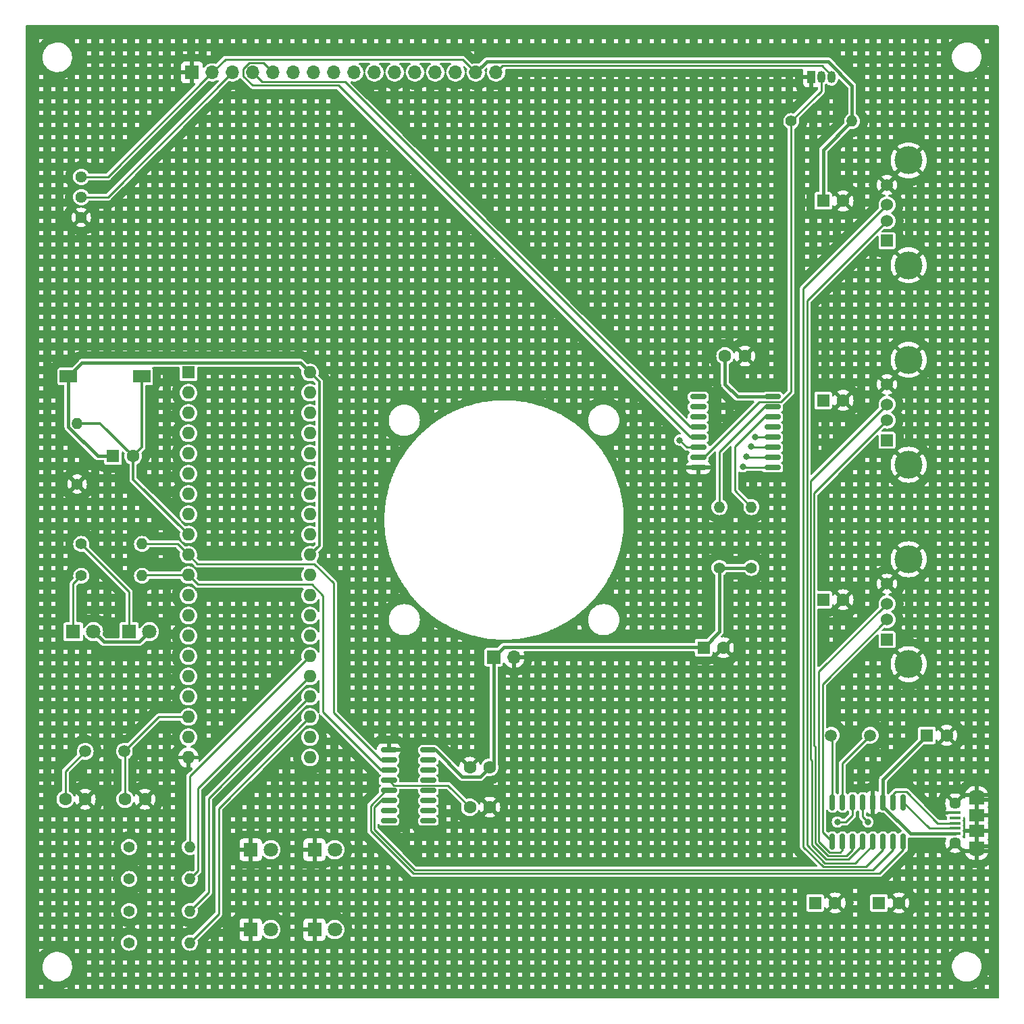
<source format=gbr>
%TF.GenerationSoftware,KiCad,Pcbnew,7.0.10*%
%TF.CreationDate,2024-04-08T13:26:29+08:00*%
%TF.ProjectId,pcb,7063622e-6b69-4636-9164-5f7063625858,rev?*%
%TF.SameCoordinates,Original*%
%TF.FileFunction,Copper,L1,Top*%
%TF.FilePolarity,Positive*%
%FSLAX46Y46*%
G04 Gerber Fmt 4.6, Leading zero omitted, Abs format (unit mm)*
G04 Created by KiCad (PCBNEW 7.0.10) date 2024-04-08 13:26:29*
%MOMM*%
%LPD*%
G01*
G04 APERTURE LIST*
G04 Aperture macros list*
%AMRoundRect*
0 Rectangle with rounded corners*
0 $1 Rounding radius*
0 $2 $3 $4 $5 $6 $7 $8 $9 X,Y pos of 4 corners*
0 Add a 4 corners polygon primitive as box body*
4,1,4,$2,$3,$4,$5,$6,$7,$8,$9,$2,$3,0*
0 Add four circle primitives for the rounded corners*
1,1,$1+$1,$2,$3*
1,1,$1+$1,$4,$5*
1,1,$1+$1,$6,$7*
1,1,$1+$1,$8,$9*
0 Add four rect primitives between the rounded corners*
20,1,$1+$1,$2,$3,$4,$5,0*
20,1,$1+$1,$4,$5,$6,$7,0*
20,1,$1+$1,$6,$7,$8,$9,0*
20,1,$1+$1,$8,$9,$2,$3,0*%
G04 Aperture macros list end*
%TA.AperFunction,ComponentPad*%
%ADD10C,1.400000*%
%TD*%
%TA.AperFunction,ComponentPad*%
%ADD11O,1.400000X1.400000*%
%TD*%
%TA.AperFunction,ComponentPad*%
%ADD12R,1.800000X1.800000*%
%TD*%
%TA.AperFunction,ComponentPad*%
%ADD13C,1.800000*%
%TD*%
%TA.AperFunction,ComponentPad*%
%ADD14R,1.524000X1.524000*%
%TD*%
%TA.AperFunction,ComponentPad*%
%ADD15C,1.524000*%
%TD*%
%TA.AperFunction,ComponentPad*%
%ADD16C,3.500000*%
%TD*%
%TA.AperFunction,ComponentPad*%
%ADD17R,1.600000X1.600000*%
%TD*%
%TA.AperFunction,ComponentPad*%
%ADD18C,1.600000*%
%TD*%
%TA.AperFunction,ComponentPad*%
%ADD19R,1.700000X1.700000*%
%TD*%
%TA.AperFunction,ComponentPad*%
%ADD20O,1.700000X1.700000*%
%TD*%
%TA.AperFunction,ComponentPad*%
%ADD21C,1.500000*%
%TD*%
%TA.AperFunction,ComponentPad*%
%ADD22O,1.600000X1.600000*%
%TD*%
%TA.AperFunction,SMDPad,CuDef*%
%ADD23R,2.180000X1.600000*%
%TD*%
%TA.AperFunction,ComponentPad*%
%ADD24C,1.440000*%
%TD*%
%TA.AperFunction,SMDPad,CuDef*%
%ADD25RoundRect,0.150000X-0.875000X-0.150000X0.875000X-0.150000X0.875000X0.150000X-0.875000X0.150000X0*%
%TD*%
%TA.AperFunction,SMDPad,CuDef*%
%ADD26R,1.350000X0.400000*%
%TD*%
%TA.AperFunction,SMDPad,CuDef*%
%ADD27R,1.900000X1.500000*%
%TD*%
%TA.AperFunction,SMDPad,CuDef*%
%ADD28R,1.900000X1.200000*%
%TD*%
%TA.AperFunction,ComponentPad*%
%ADD29O,1.900000X1.200000*%
%TD*%
%TA.AperFunction,ComponentPad*%
%ADD30C,1.450000*%
%TD*%
%TA.AperFunction,SMDPad,CuDef*%
%ADD31RoundRect,0.150000X-0.825000X-0.150000X0.825000X-0.150000X0.825000X0.150000X-0.825000X0.150000X0*%
%TD*%
%TA.AperFunction,SMDPad,CuDef*%
%ADD32RoundRect,0.150000X0.150000X-0.825000X0.150000X0.825000X-0.150000X0.825000X-0.150000X-0.825000X0*%
%TD*%
%TA.AperFunction,ComponentPad*%
%ADD33R,1.050000X1.500000*%
%TD*%
%TA.AperFunction,ComponentPad*%
%ADD34O,1.050000X1.500000*%
%TD*%
%TA.AperFunction,ViaPad*%
%ADD35C,0.800000*%
%TD*%
%TA.AperFunction,Conductor*%
%ADD36C,0.250000*%
%TD*%
%TA.AperFunction,Conductor*%
%ADD37C,0.400000*%
%TD*%
%TA.AperFunction,Conductor*%
%ADD38C,0.300000*%
%TD*%
G04 APERTURE END LIST*
D10*
%TO.P,R5,1*%
%TO.N,Net-(D2-K)*%
X70000000Y-103000000D03*
D11*
%TO.P,R5,2*%
%TO.N,/MCU_RXD*%
X77620000Y-103000000D03*
%TD*%
%TO.P,R4,2*%
%TO.N,/MCU_TXD*%
X77620000Y-107000000D03*
D10*
%TO.P,R4,1*%
%TO.N,Net-(D1-K)*%
X70000000Y-107000000D03*
%TD*%
D12*
%TO.P,D6,1,K*%
%TO.N,GND*%
X99235000Y-151340000D03*
D13*
%TO.P,D6,2,A*%
%TO.N,Net-(D6-A)*%
X101775000Y-151340000D03*
%TD*%
D12*
%TO.P,D5,1,K*%
%TO.N,GND*%
X99235000Y-141340000D03*
D13*
%TO.P,D5,2,A*%
%TO.N,Net-(D5-A)*%
X101775000Y-141340000D03*
%TD*%
%TO.P,D4,2,A*%
%TO.N,Net-(D4-A)*%
X93775000Y-151340000D03*
D12*
%TO.P,D4,1,K*%
%TO.N,GND*%
X91235000Y-151340000D03*
%TD*%
D13*
%TO.P,D3,2,A*%
%TO.N,Net-(D3-A)*%
X93775000Y-141340000D03*
D12*
%TO.P,D3,1,K*%
%TO.N,GND*%
X91235000Y-141340000D03*
%TD*%
D13*
%TO.P,D2,2,A*%
%TO.N,+5V*%
X78540000Y-114000000D03*
D12*
%TO.P,D2,1,K*%
%TO.N,Net-(D2-K)*%
X76000000Y-114000000D03*
%TD*%
%TO.P,D1,1,K*%
%TO.N,Net-(D1-K)*%
X69000000Y-114000000D03*
D13*
%TO.P,D1,2,A*%
%TO.N,+5V*%
X71540000Y-114000000D03*
%TD*%
D14*
%TO.P,J4,1,VBUS*%
%TO.N,+5V*%
X171000000Y-115000000D03*
D15*
%TO.P,J4,2,D-*%
%TO.N,/USB4_DM*%
X171000000Y-112500000D03*
%TO.P,J4,3,D+*%
%TO.N,/USB4_DP*%
X171000000Y-110500000D03*
%TO.P,J4,4,GND*%
%TO.N,GND*%
X171000000Y-108000000D03*
D16*
%TO.P,J4,5,Shield*%
X173710000Y-104930000D03*
X173710000Y-118070000D03*
%TD*%
D14*
%TO.P,J3,1,VBUS*%
%TO.N,+5V*%
X171000000Y-90000000D03*
D15*
%TO.P,J3,2,D-*%
%TO.N,/USB3_DM*%
X171000000Y-87500000D03*
%TO.P,J3,3,D+*%
%TO.N,/USB3_DP*%
X171000000Y-85500000D03*
%TO.P,J3,4,GND*%
%TO.N,GND*%
X171000000Y-83000000D03*
D16*
%TO.P,J3,5,Shield*%
X173710000Y-79930000D03*
X173710000Y-93070000D03*
%TD*%
D14*
%TO.P,J2,1,VBUS*%
%TO.N,+5V*%
X171000000Y-65000000D03*
D15*
%TO.P,J2,2,D-*%
%TO.N,/USB2_DM*%
X171000000Y-62500000D03*
%TO.P,J2,3,D+*%
%TO.N,/USB2_DP*%
X171000000Y-60500000D03*
%TO.P,J2,4,GND*%
%TO.N,GND*%
X171000000Y-58000000D03*
D16*
%TO.P,J2,5,Shield*%
X173710000Y-54930000D03*
X173710000Y-68070000D03*
%TD*%
D17*
%TO.P,C3,1*%
%TO.N,+5V*%
X148000000Y-116000000D03*
D18*
%TO.P,C3,2*%
%TO.N,GND*%
X150500000Y-116000000D03*
%TD*%
D19*
%TO.P,M1,1,+*%
%TO.N,+5V*%
X121690000Y-117200000D03*
D20*
%TO.P,M1,2,-*%
%TO.N,GND*%
X124230000Y-117200000D03*
%TD*%
D19*
%TO.P,U4,1,VSS*%
%TO.N,GND*%
X83890000Y-43910000D03*
D20*
%TO.P,U4,2,VDD*%
%TO.N,+5V*%
X86430000Y-43910000D03*
%TO.P,U4,3,VO*%
%TO.N,Net-(U4-VO)*%
X88970000Y-43910000D03*
%TO.P,U4,4,RS*%
%TO.N,/EXP_P0*%
X91510000Y-43910000D03*
%TO.P,U4,5,RW*%
%TO.N,/EXP_P1*%
X94050000Y-43910000D03*
%TO.P,U4,6,E*%
%TO.N,/EXP_P2*%
X96590000Y-43910000D03*
%TO.P,U4,7,D0*%
%TO.N,unconnected-(U4-D0-Pad7)*%
X99130000Y-43910000D03*
%TO.P,U4,8,D1*%
%TO.N,unconnected-(U4-D1-Pad8)*%
X101670000Y-43910000D03*
%TO.P,U4,9,D2*%
%TO.N,unconnected-(U4-D2-Pad9)*%
X104210000Y-43910000D03*
%TO.P,U4,10,D3*%
%TO.N,unconnected-(U4-D3-Pad10)*%
X106750000Y-43910000D03*
%TO.P,U4,11,D4*%
%TO.N,/EXP_P4*%
X109290000Y-43910000D03*
%TO.P,U4,12,D5*%
%TO.N,/EXP_P5*%
X111830000Y-43910000D03*
%TO.P,U4,13,D6*%
%TO.N,/EXP_P6*%
X114370000Y-43910000D03*
%TO.P,U4,14,D7*%
%TO.N,/EXP_P7*%
X116910000Y-43910000D03*
%TO.P,U4,15,A*%
%TO.N,+5V*%
X119450000Y-43910000D03*
%TO.P,U4,16,K*%
%TO.N,Net-(Q1-C)*%
X121990000Y-43910000D03*
%TD*%
D18*
%TO.P,C1,1*%
%TO.N,+5V*%
X150700000Y-79450000D03*
%TO.P,C1,2*%
%TO.N,GND*%
X153200000Y-79450000D03*
%TD*%
D21*
%TO.P,Y2,1,1*%
%TO.N,Net-(U3-XIN)*%
X164000000Y-127000000D03*
%TO.P,Y2,2,2*%
%TO.N,Net-(U3-XOUT)*%
X168900000Y-127000000D03*
%TD*%
D11*
%TO.P,R1,2*%
%TO.N,/MCU_SDA*%
X150000000Y-98380000D03*
D10*
%TO.P,R1,1*%
%TO.N,+5V*%
X150000000Y-106000000D03*
%TD*%
D11*
%TO.P,R10,2*%
%TO.N,+5V*%
X166620000Y-50000000D03*
D10*
%TO.P,R10,1*%
%TO.N,/EXP_P3*%
X159000000Y-50000000D03*
%TD*%
D17*
%TO.P,U2,1,P1.0*%
%TO.N,unconnected-(U2-P1.0-Pad1)*%
X83440000Y-81520000D03*
D22*
%TO.P,U2,2,P1.1*%
%TO.N,unconnected-(U2-P1.1-Pad2)*%
X83440000Y-84060000D03*
%TO.P,U2,3,P1.2*%
%TO.N,unconnected-(U2-P1.2-Pad3)*%
X83440000Y-86600000D03*
%TO.P,U2,4,P1.3*%
%TO.N,unconnected-(U2-P1.3-Pad4)*%
X83440000Y-89140000D03*
%TO.P,U2,5,P1.4*%
%TO.N,unconnected-(U2-P1.4-Pad5)*%
X83440000Y-91680000D03*
%TO.P,U2,6,P1.5*%
%TO.N,unconnected-(U2-P1.5-Pad6)*%
X83440000Y-94220000D03*
%TO.P,U2,7,P1.6*%
%TO.N,unconnected-(U2-P1.6-Pad7)*%
X83440000Y-96760000D03*
%TO.P,U2,8,P1.7*%
%TO.N,unconnected-(U2-P1.7-Pad8)*%
X83440000Y-99300000D03*
%TO.P,U2,9,~{RESET}*%
%TO.N,Net-(U2-~{RESET})*%
X83440000Y-101840000D03*
%TO.P,U2,10,P3.0(RXD)*%
%TO.N,/MCU_RXD*%
X83440000Y-104380000D03*
%TO.P,U2,11,P3.1(TXD)*%
%TO.N,/MCU_TXD*%
X83440000Y-106920000D03*
%TO.P,U2,12,P3.2(~{INT0})*%
%TO.N,unconnected-(U2-P3.2(~{INT0})-Pad12)*%
X83440000Y-109460000D03*
%TO.P,U2,13,P3.3(~{INT1})*%
%TO.N,unconnected-(U2-P3.3(~{INT1})-Pad13)*%
X83440000Y-112000000D03*
%TO.P,U2,14,P3.4(T0)*%
%TO.N,unconnected-(U2-P3.4(T0)-Pad14)*%
X83440000Y-114540000D03*
%TO.P,U2,15,P3.5(T1)*%
%TO.N,unconnected-(U2-P3.5(T1)-Pad15)*%
X83440000Y-117080000D03*
%TO.P,U2,16,P3.6(~{WR})*%
%TO.N,unconnected-(U2-P3.6(~{WR})-Pad16)*%
X83440000Y-119620000D03*
%TO.P,U2,17,P3.7(~{RD})*%
%TO.N,unconnected-(U2-P3.7(~{RD})-Pad17)*%
X83440000Y-122160000D03*
%TO.P,U2,18,X1*%
%TO.N,Net-(U2-X1)*%
X83440000Y-124700000D03*
%TO.P,U2,19,X2*%
%TO.N,Net-(U2-X2)*%
X83440000Y-127240000D03*
%TO.P,U2,20,GND*%
%TO.N,GND*%
X83440000Y-129780000D03*
%TO.P,U2,21,P2.0*%
%TO.N,/MCU_SCL*%
X98680000Y-129780000D03*
%TO.P,U2,22,P2.1*%
%TO.N,/MCU_SDA*%
X98680000Y-127240000D03*
%TO.P,U2,23,P2.2*%
%TO.N,/MCU_ERROR*%
X98680000Y-124700000D03*
%TO.P,U2,24,P2.3*%
%TO.N,/MCU_BUSY*%
X98680000Y-122160000D03*
%TO.P,U2,25,P2.4*%
%TO.N,/MCU_PING*%
X98680000Y-119620000D03*
%TO.P,U2,26,P2.5*%
%TO.N,/MCU_POWER*%
X98680000Y-117080000D03*
%TO.P,U2,27,P2.6*%
%TO.N,unconnected-(U2-P2.6-Pad27)*%
X98680000Y-114540000D03*
%TO.P,U2,28,P2.7*%
%TO.N,unconnected-(U2-P2.7-Pad28)*%
X98680000Y-112000000D03*
%TO.P,U2,29,~{PSEN}*%
%TO.N,unconnected-(U2-~{PSEN}-Pad29)*%
X98680000Y-109460000D03*
%TO.P,U2,30,ALE/~{PROG}*%
%TO.N,unconnected-(U2-ALE{slash}~{PROG}-Pad30)*%
X98680000Y-106920000D03*
%TO.P,U2,31,~{EA}/VPP*%
%TO.N,+5V*%
X98680000Y-104380000D03*
%TO.P,U2,32,P0.7*%
%TO.N,unconnected-(U2-P0.7-Pad32)*%
X98680000Y-101840000D03*
%TO.P,U2,33,P0.6*%
%TO.N,unconnected-(U2-P0.6-Pad33)*%
X98680000Y-99300000D03*
%TO.P,U2,34,P0.5*%
%TO.N,unconnected-(U2-P0.5-Pad34)*%
X98680000Y-96760000D03*
%TO.P,U2,35,P0.4*%
%TO.N,unconnected-(U2-P0.4-Pad35)*%
X98680000Y-94220000D03*
%TO.P,U2,36,P0.3*%
%TO.N,unconnected-(U2-P0.3-Pad36)*%
X98680000Y-91680000D03*
%TO.P,U2,37,P0.2*%
%TO.N,unconnected-(U2-P0.2-Pad37)*%
X98680000Y-89140000D03*
%TO.P,U2,38,P0.1*%
%TO.N,unconnected-(U2-P0.1-Pad38)*%
X98680000Y-86600000D03*
%TO.P,U2,39,P0.0*%
%TO.N,unconnected-(U2-P0.0-Pad39)*%
X98680000Y-84060000D03*
%TO.P,U2,40,VCC*%
%TO.N,+5V*%
X98680000Y-81520000D03*
%TD*%
D11*
%TO.P,R3,2*%
%TO.N,Net-(U2-~{RESET})*%
X69500000Y-87880000D03*
D10*
%TO.P,R3,1*%
%TO.N,GND*%
X69500000Y-95500000D03*
%TD*%
D23*
%TO.P,SW1,1,1*%
%TO.N,+5V*%
X68410000Y-82000000D03*
%TO.P,SW1,2,2*%
%TO.N,Net-(U2-~{RESET})*%
X77590000Y-82000000D03*
%TD*%
D18*
%TO.P,C10,1*%
%TO.N,GND*%
X118710000Y-131000000D03*
%TO.P,C10,2*%
%TO.N,+5V*%
X121210000Y-131000000D03*
%TD*%
%TO.P,C4,2*%
%TO.N,Net-(U2-~{RESET})*%
X76500000Y-92000000D03*
D17*
%TO.P,C4,1*%
%TO.N,+5V*%
X74000000Y-92000000D03*
%TD*%
%TO.P,C13,1*%
%TO.N,+5V*%
X163000000Y-110000000D03*
D18*
%TO.P,C13,2*%
%TO.N,GND*%
X165500000Y-110000000D03*
%TD*%
D10*
%TO.P,R9,1*%
%TO.N,Net-(D6-A)*%
X76000000Y-153000000D03*
D11*
%TO.P,R9,2*%
%TO.N,/MCU_ERROR*%
X83620000Y-153000000D03*
%TD*%
D17*
%TO.P,C11,1*%
%TO.N,+5V*%
X163000000Y-60000000D03*
D18*
%TO.P,C11,2*%
%TO.N,GND*%
X165500000Y-60000000D03*
%TD*%
D24*
%TO.P,RV1,1,1*%
%TO.N,+5V*%
X70000000Y-57000000D03*
%TO.P,RV1,2,2*%
%TO.N,Net-(U4-VO)*%
X70000000Y-59540000D03*
%TO.P,RV1,3,3*%
%TO.N,GND*%
X70000000Y-62080000D03*
%TD*%
D25*
%TO.P,U1,16,VDD*%
%TO.N,+5V*%
X156650000Y-84555000D03*
%TO.P,U1,15,SDA*%
%TO.N,/MCU_SDA*%
X156650000Y-85825000D03*
%TO.P,U1,14,SCL*%
%TO.N,/MCU_SCL*%
X156650000Y-87095000D03*
%TO.P,U1,13,~{INT}*%
%TO.N,unconnected-(U1-~{INT}-Pad13)*%
X156650000Y-88365000D03*
%TO.P,U1,12,P7*%
%TO.N,/EXP_P7*%
X156650000Y-89635000D03*
%TO.P,U1,11,P6*%
%TO.N,/EXP_P6*%
X156650000Y-90905000D03*
%TO.P,U1,10,P5*%
%TO.N,/EXP_P5*%
X156650000Y-92175000D03*
%TO.P,U1,9,P4*%
%TO.N,/EXP_P4*%
X156650000Y-93445000D03*
%TO.P,U1,8,VSS*%
%TO.N,GND*%
X147350000Y-93445000D03*
%TO.P,U1,7,P3*%
%TO.N,/EXP_P3*%
X147350000Y-92175000D03*
%TO.P,U1,6,P2*%
%TO.N,/EXP_P2*%
X147350000Y-90905000D03*
%TO.P,U1,5,P1*%
%TO.N,/EXP_P1*%
X147350000Y-89635000D03*
%TO.P,U1,4,P0*%
%TO.N,/EXP_P0*%
X147350000Y-88365000D03*
%TO.P,U1,3,A2*%
%TO.N,unconnected-(U1-A2-Pad3)*%
X147350000Y-87095000D03*
%TO.P,U1,2,A1*%
%TO.N,unconnected-(U1-A1-Pad2)*%
X147350000Y-85825000D03*
%TO.P,U1,1,A0*%
%TO.N,unconnected-(U1-A0-Pad1)*%
X147350000Y-84555000D03*
%TD*%
D11*
%TO.P,R6,2*%
%TO.N,/MCU_POWER*%
X83620000Y-141000000D03*
D10*
%TO.P,R6,1*%
%TO.N,Net-(D3-A)*%
X76000000Y-141000000D03*
%TD*%
D18*
%TO.P,C9,1*%
%TO.N,Net-(U5-V3)*%
X118710000Y-136000000D03*
%TO.P,C9,2*%
%TO.N,GND*%
X121210000Y-136000000D03*
%TD*%
D26*
%TO.P,J1,1,VBUS*%
%TO.N,+5V*%
X179537500Y-139300000D03*
%TO.P,J1,2,D-*%
%TO.N,/USB_DM*%
X179537500Y-138650000D03*
%TO.P,J1,3,D+*%
%TO.N,/USB_DP*%
X179537500Y-138000000D03*
%TO.P,J1,4,ID*%
%TO.N,unconnected-(J1-ID-Pad4)*%
X179537500Y-137350000D03*
%TO.P,J1,5,GND*%
%TO.N,GND*%
X179537500Y-136700000D03*
D27*
%TO.P,J1,6,Shield*%
X182237500Y-139000000D03*
D28*
X182237500Y-135100000D03*
D29*
X182237500Y-134500000D03*
D30*
X179537500Y-140500000D03*
D29*
X182237500Y-141500000D03*
D28*
X182237500Y-140900000D03*
D30*
X179537500Y-135500000D03*
D27*
X182237500Y-137000000D03*
%TD*%
D31*
%TO.P,U5,1,GND*%
%TO.N,GND*%
X108555000Y-128835000D03*
%TO.P,U5,2,TXD*%
%TO.N,/MCU_RXD*%
X108555000Y-130105000D03*
%TO.P,U5,3,RXD*%
%TO.N,/MCU_TXD*%
X108555000Y-131375000D03*
%TO.P,U5,4,V3*%
%TO.N,Net-(U5-V3)*%
X108555000Y-132645000D03*
%TO.P,U5,5,UD+*%
%TO.N,/USB1_DP*%
X108555000Y-133915000D03*
%TO.P,U5,6,UD-*%
%TO.N,/USB1_DM*%
X108555000Y-135185000D03*
%TO.P,U5,7,NC*%
%TO.N,unconnected-(U5-NC-Pad7)*%
X108555000Y-136455000D03*
%TO.P,U5,8,~{OUT}/~{DTR}*%
%TO.N,unconnected-(U5-~{OUT}{slash}~{DTR}-Pad8)*%
X108555000Y-137725000D03*
%TO.P,U5,9,~{CTS}*%
%TO.N,unconnected-(U5-~{CTS}-Pad9)*%
X113505000Y-137725000D03*
%TO.P,U5,10,~{DSR}*%
%TO.N,unconnected-(U5-~{DSR}-Pad10)*%
X113505000Y-136455000D03*
%TO.P,U5,11,~{RI}*%
%TO.N,unconnected-(U5-~{RI}-Pad11)*%
X113505000Y-135185000D03*
%TO.P,U5,12,~{DCD}*%
%TO.N,unconnected-(U5-~{DCD}-Pad12)*%
X113505000Y-133915000D03*
%TO.P,U5,13,~{DTR}*%
%TO.N,unconnected-(U5-~{DTR}-Pad13)*%
X113505000Y-132645000D03*
%TO.P,U5,14,~{RTS}*%
%TO.N,unconnected-(U5-~{RTS}-Pad14)*%
X113505000Y-131375000D03*
%TO.P,U5,15,R232*%
%TO.N,unconnected-(U5-R232-Pad15)*%
X113505000Y-130105000D03*
%TO.P,U5,16,VCC*%
%TO.N,+5V*%
X113505000Y-128835000D03*
%TD*%
D21*
%TO.P,Y1,1,1*%
%TO.N,Net-(U2-X2)*%
X70500000Y-129000000D03*
%TO.P,Y1,2,2*%
%TO.N,Net-(U2-X1)*%
X75400000Y-129000000D03*
%TD*%
D18*
%TO.P,C7,2*%
%TO.N,GND*%
X70500000Y-135000000D03*
%TO.P,C7,1*%
%TO.N,Net-(U2-X2)*%
X68000000Y-135000000D03*
%TD*%
D17*
%TO.P,C12,1*%
%TO.N,+5V*%
X163000000Y-85000000D03*
D18*
%TO.P,C12,2*%
%TO.N,GND*%
X165500000Y-85000000D03*
%TD*%
D32*
%TO.P,U3,1,DM4*%
%TO.N,/USB4_DM*%
X164160000Y-140340000D03*
%TO.P,U3,2,DP4*%
%TO.N,/USB4_DP*%
X165430000Y-140340000D03*
%TO.P,U3,3,DM3*%
%TO.N,/USB3_DM*%
X166700000Y-140340000D03*
%TO.P,U3,4,DP3*%
%TO.N,/USB3_DP*%
X167970000Y-140340000D03*
%TO.P,U3,5,DM2*%
%TO.N,/USB2_DM*%
X169240000Y-140340000D03*
%TO.P,U3,6,DP2*%
%TO.N,/USB2_DP*%
X170510000Y-140340000D03*
%TO.P,U3,7,DM1*%
%TO.N,/USB1_DM*%
X171780000Y-140340000D03*
%TO.P,U3,8,DP1*%
%TO.N,/USB1_DP*%
X173050000Y-140340000D03*
%TO.P,U3,9,DM*%
%TO.N,/USB_DM*%
X173050000Y-135390000D03*
%TO.P,U3,10,DP*%
%TO.N,/USB_DP*%
X171780000Y-135390000D03*
%TO.P,U3,11,VDD5*%
%TO.N,+5V*%
X170510000Y-135390000D03*
%TO.P,U3,12,GND*%
%TO.N,GND*%
X169240000Y-135390000D03*
%TO.P,U3,13,VDD33*%
%TO.N,Net-(U3-VDD33)*%
X167970000Y-135390000D03*
%TO.P,U3,14,VDD18*%
%TO.N,Net-(U3-VDD18)*%
X166700000Y-135390000D03*
%TO.P,U3,15,XOUT*%
%TO.N,Net-(U3-XOUT)*%
X165430000Y-135390000D03*
%TO.P,U3,16,XIN*%
%TO.N,Net-(U3-XIN)*%
X164160000Y-135390000D03*
%TD*%
D17*
%TO.P,C2,1*%
%TO.N,+5V*%
X176000000Y-127000000D03*
D18*
%TO.P,C2,2*%
%TO.N,GND*%
X178500000Y-127000000D03*
%TD*%
D11*
%TO.P,R7,2*%
%TO.N,/MCU_BUSY*%
X83620000Y-149000000D03*
D10*
%TO.P,R7,1*%
%TO.N,Net-(D4-A)*%
X76000000Y-149000000D03*
%TD*%
%TO.P,R8,1*%
%TO.N,Net-(D5-A)*%
X76000000Y-145000000D03*
D11*
%TO.P,R8,2*%
%TO.N,/MCU_PING*%
X83620000Y-145000000D03*
%TD*%
D33*
%TO.P,Q1,1,E*%
%TO.N,GND*%
X161500000Y-44500000D03*
D34*
%TO.P,Q1,2,B*%
%TO.N,/EXP_P3*%
X162770000Y-44500000D03*
%TO.P,Q1,3,C*%
%TO.N,Net-(Q1-C)*%
X164040000Y-44500000D03*
%TD*%
D18*
%TO.P,C8,2*%
%TO.N,GND*%
X78000000Y-135000000D03*
%TO.P,C8,1*%
%TO.N,Net-(U2-X1)*%
X75500000Y-135000000D03*
%TD*%
D17*
%TO.P,C5,1*%
%TO.N,Net-(U3-VDD33)*%
X170000000Y-148000000D03*
D18*
%TO.P,C5,2*%
%TO.N,GND*%
X172500000Y-148000000D03*
%TD*%
D10*
%TO.P,R2,1*%
%TO.N,+5V*%
X154000000Y-106000000D03*
D11*
%TO.P,R2,2*%
%TO.N,/MCU_SCL*%
X154000000Y-98380000D03*
%TD*%
D17*
%TO.P,C6,1*%
%TO.N,Net-(U3-VDD18)*%
X162000000Y-148000000D03*
D18*
%TO.P,C6,2*%
%TO.N,GND*%
X164500000Y-148000000D03*
%TD*%
D35*
%TO.N,/EXP_P2*%
X145000000Y-90000000D03*
%TO.N,/EXP_P4*%
X152920000Y-93350000D03*
%TO.N,/EXP_P5*%
X153400000Y-92100000D03*
%TO.N,/EXP_P6*%
X153960000Y-90800000D03*
%TO.N,/EXP_P7*%
X154500000Y-89600000D03*
%TO.N,Net-(U3-VDD18)*%
X164780000Y-137865000D03*
%TO.N,Net-(U3-VDD33)*%
X168605000Y-137865000D03*
%TD*%
D36*
%TO.N,Net-(U4-VO)*%
X88970000Y-43910000D02*
X73340000Y-59540000D01*
X73340000Y-59540000D02*
X70000000Y-59540000D01*
%TO.N,+5V*%
X86430000Y-43910000D02*
X73340000Y-57000000D01*
X73340000Y-57000000D02*
X70000000Y-57000000D01*
%TO.N,/MCU_ERROR*%
X98680000Y-124700000D02*
X87240000Y-136140000D01*
X87240000Y-136140000D02*
X87240000Y-149380000D01*
X87240000Y-149380000D02*
X83620000Y-153000000D01*
%TO.N,/MCU_BUSY*%
X98680000Y-122160000D02*
X85960000Y-134880000D01*
X85960000Y-134880000D02*
X85960000Y-146660000D01*
X85960000Y-146660000D02*
X83620000Y-149000000D01*
%TO.N,/MCU_PING*%
X98680000Y-119620000D02*
X84645000Y-133655000D01*
X84645000Y-133655000D02*
X84645000Y-143975000D01*
X84645000Y-143975000D02*
X83620000Y-145000000D01*
%TO.N,/MCU_POWER*%
X83620000Y-141000000D02*
X83620000Y-132140000D01*
X83620000Y-132140000D02*
X98680000Y-117080000D01*
D37*
%TO.N,+5V*%
X71540000Y-114000000D02*
X72840000Y-115300000D01*
X72840000Y-115300000D02*
X77240000Y-115300000D01*
X77240000Y-115300000D02*
X78540000Y-114000000D01*
D36*
%TO.N,Net-(D1-K)*%
X70000000Y-107000000D02*
X69000000Y-108000000D01*
X69000000Y-108000000D02*
X69000000Y-114000000D01*
%TO.N,Net-(D2-K)*%
X70000000Y-103000000D02*
X76000000Y-109000000D01*
X76000000Y-109000000D02*
X76000000Y-114000000D01*
%TO.N,/MCU_TXD*%
X83440000Y-106920000D02*
X77700000Y-106920000D01*
X77700000Y-106920000D02*
X77620000Y-107000000D01*
%TO.N,/MCU_RXD*%
X77620000Y-103000000D02*
X82060000Y-103000000D01*
X82060000Y-103000000D02*
X83440000Y-104380000D01*
D37*
%TO.N,+5V*%
X68410000Y-82000000D02*
X68400000Y-82010000D01*
X68400000Y-82010000D02*
X68400000Y-88335635D01*
X68400000Y-88335635D02*
X72064365Y-92000000D01*
X72064365Y-92000000D02*
X74000000Y-92000000D01*
X68410000Y-82000000D02*
X70090000Y-80320000D01*
X70090000Y-80320000D02*
X97480000Y-80320000D01*
X97480000Y-80320000D02*
X98680000Y-81520000D01*
D38*
%TO.N,Net-(U2-~{RESET})*%
X76500000Y-92000000D02*
X72380000Y-87880000D01*
X72380000Y-87880000D02*
X69500000Y-87880000D01*
X83440000Y-101840000D02*
X76500000Y-94900000D01*
X76500000Y-94900000D02*
X76500000Y-92000000D01*
X77590000Y-82000000D02*
X77590000Y-90910000D01*
X77590000Y-90910000D02*
X76500000Y-92000000D01*
%TO.N,+5V*%
X98680000Y-104380000D02*
X99830000Y-103230000D01*
X99830000Y-103230000D02*
X99830000Y-82670000D01*
X99830000Y-82670000D02*
X98680000Y-81520000D01*
D37*
X150700000Y-79450000D02*
X150700000Y-82990000D01*
X152265000Y-84555000D02*
X156650000Y-84555000D01*
X150700000Y-82990000D02*
X152265000Y-84555000D01*
D36*
X86430000Y-43910000D02*
X88055000Y-42285000D01*
X88055000Y-42285000D02*
X117825000Y-42285000D01*
X117825000Y-42285000D02*
X119450000Y-43910000D01*
D37*
X166620000Y-50000000D02*
X166620000Y-45546852D01*
X166620000Y-45546852D02*
X163608148Y-42535000D01*
X163608148Y-42535000D02*
X120825000Y-42535000D01*
X120825000Y-42535000D02*
X119450000Y-43910000D01*
D36*
%TO.N,/EXP_P1*%
X146325001Y-89635000D02*
X102225001Y-45535000D01*
X147350000Y-89635000D02*
X146325001Y-89635000D01*
X102225001Y-45535000D02*
X91473299Y-45535000D01*
X90335000Y-43423299D02*
X91023299Y-42735000D01*
X91473299Y-45535000D02*
X90335000Y-44396701D01*
X90335000Y-44396701D02*
X90335000Y-43423299D01*
X91023299Y-42735000D02*
X92875000Y-42735000D01*
X92875000Y-42735000D02*
X94050000Y-43910000D01*
%TO.N,/EXP_P0*%
X147350000Y-88365000D02*
X146325001Y-88365000D01*
X146325001Y-88365000D02*
X103045001Y-45085000D01*
X103045001Y-45085000D02*
X92685000Y-45085000D01*
X92685000Y-45085000D02*
X91510000Y-43910000D01*
%TO.N,/EXP_P2*%
X145000000Y-90000000D02*
X145905000Y-90905000D01*
X145905000Y-90905000D02*
X147350000Y-90905000D01*
%TO.N,/EXP_P4*%
X156650000Y-93445000D02*
X153015000Y-93445000D01*
X153015000Y-93445000D02*
X152920000Y-93350000D01*
%TO.N,/EXP_P5*%
X156650000Y-92175000D02*
X153475000Y-92175000D01*
X153475000Y-92175000D02*
X153400000Y-92100000D01*
%TO.N,/EXP_P6*%
X156650000Y-90905000D02*
X154065000Y-90905000D01*
X154065000Y-90905000D02*
X153960000Y-90800000D01*
%TO.N,/EXP_P7*%
X156650000Y-89635000D02*
X154535000Y-89635000D01*
X154535000Y-89635000D02*
X154500000Y-89600000D01*
%TO.N,/EXP_P3*%
X159000000Y-50000000D02*
X159000000Y-83905908D01*
X159000000Y-83905908D02*
X157705908Y-85200000D01*
X157705908Y-85200000D02*
X154990000Y-85200000D01*
X154990000Y-85200000D02*
X148015000Y-92175000D01*
X148015000Y-92175000D02*
X147350000Y-92175000D01*
D37*
%TO.N,+5V*%
X163000000Y-60000000D02*
X163000000Y-53620000D01*
X163000000Y-53620000D02*
X166620000Y-50000000D01*
D36*
%TO.N,/EXP_P3*%
X162770000Y-44500000D02*
X162770000Y-46230000D01*
X162770000Y-46230000D02*
X159000000Y-50000000D01*
%TO.N,Net-(Q1-C)*%
X164040000Y-44500000D02*
X164040000Y-44275000D01*
X164040000Y-44275000D02*
X162825000Y-43060000D01*
X162825000Y-43060000D02*
X122840000Y-43060000D01*
X122840000Y-43060000D02*
X121990000Y-43910000D01*
%TO.N,/MCU_SCL*%
X155625001Y-87095000D02*
X151930000Y-90790001D01*
X156650000Y-87095000D02*
X155625001Y-87095000D01*
X151930000Y-90790001D02*
X151930000Y-96310000D01*
X151930000Y-96310000D02*
X154000000Y-98380000D01*
%TO.N,/MCU_SDA*%
X156650000Y-85825000D02*
X155625001Y-85825000D01*
X155625001Y-85825000D02*
X150000000Y-91450001D01*
X150000000Y-91450001D02*
X150000000Y-98380000D01*
%TO.N,Net-(U2-X1)*%
X75400000Y-129000000D02*
X79700000Y-124700000D01*
X79700000Y-124700000D02*
X83440000Y-124700000D01*
X75500000Y-135000000D02*
X75500000Y-129100000D01*
X75500000Y-129100000D02*
X75400000Y-129000000D01*
%TO.N,Net-(U2-X2)*%
X68000000Y-135000000D02*
X68000000Y-131500000D01*
X68000000Y-131500000D02*
X70500000Y-129000000D01*
D37*
%TO.N,+5V*%
X154000000Y-106000000D02*
X150000000Y-106000000D01*
X150000000Y-106000000D02*
X150000000Y-114000000D01*
X150000000Y-114000000D02*
X148000000Y-116000000D01*
X121690000Y-117200000D02*
X121690000Y-130520000D01*
X121690000Y-130520000D02*
X121210000Y-131000000D01*
X120010000Y-132200000D02*
X117770000Y-132200000D01*
X121210000Y-131000000D02*
X120010000Y-132200000D01*
X117770000Y-132200000D02*
X114405000Y-128835000D01*
X114405000Y-128835000D02*
X113505000Y-128835000D01*
X121690000Y-117200000D02*
X122940000Y-115950000D01*
X122940000Y-115950000D02*
X147950000Y-115950000D01*
X147950000Y-115950000D02*
X148000000Y-116000000D01*
D36*
%TO.N,/MCU_TXD*%
X98916396Y-108096396D02*
X100310000Y-109490000D01*
X84616396Y-108096396D02*
X98916396Y-108096396D01*
X100310000Y-109490000D02*
X100310000Y-124104999D01*
X83440000Y-106920000D02*
X84616396Y-108096396D01*
X100310000Y-124104999D02*
X107580001Y-131375000D01*
X107580001Y-131375000D02*
X108555000Y-131375000D01*
%TO.N,/MCU_RXD*%
X108555000Y-130105000D02*
X107580001Y-130105000D01*
X101620000Y-107910000D02*
X99215000Y-105505000D01*
X107580001Y-130105000D02*
X101620000Y-124144999D01*
X101620000Y-124144999D02*
X101620000Y-107910000D01*
X99215000Y-105505000D02*
X84565000Y-105505000D01*
X84565000Y-105505000D02*
X83440000Y-104380000D01*
%TO.N,Net-(U5-V3)*%
X108555000Y-132645000D02*
X109180000Y-133270000D01*
X109180000Y-133270000D02*
X115980000Y-133270000D01*
X115980000Y-133270000D02*
X118710000Y-136000000D01*
%TO.N,/USB1_DP*%
X173050000Y-140340000D02*
X173050000Y-141314999D01*
X106270000Y-135819092D02*
X108174092Y-133915000D01*
X173050000Y-141314999D02*
X170024999Y-144340000D01*
X170024999Y-144340000D02*
X111653604Y-144340000D01*
X111653604Y-144340000D02*
X106270000Y-138956396D01*
X106270000Y-138956396D02*
X106270000Y-135819092D01*
%TO.N,/USB1_DM*%
X106720000Y-136045001D02*
X106720000Y-138770000D01*
X108555000Y-135185000D02*
X107580001Y-135185000D01*
X107580001Y-135185000D02*
X106720000Y-136045001D01*
X106720000Y-138770000D02*
X111840000Y-143890000D01*
X169204999Y-143890000D02*
X171780000Y-141314999D01*
X111840000Y-143890000D02*
X169204999Y-143890000D01*
X171780000Y-141314999D02*
X171780000Y-140340000D01*
D37*
%TO.N,+5V*%
X170510000Y-135876974D02*
X173933026Y-139300000D01*
X173933026Y-139300000D02*
X179537500Y-139300000D01*
X170510000Y-135390000D02*
X170510000Y-132490000D01*
X170510000Y-132490000D02*
X176000000Y-127000000D01*
D36*
%TO.N,/USB2_DP*%
X163007208Y-143440000D02*
X160525000Y-140957792D01*
X170510000Y-140340000D02*
X170510000Y-141314999D01*
X168384999Y-143440000D02*
X163007208Y-143440000D01*
X170510000Y-141314999D02*
X168384999Y-143440000D01*
X160525000Y-140957792D02*
X160525000Y-70975000D01*
X160525000Y-70975000D02*
X171000000Y-60500000D01*
%TO.N,/USB2_DM*%
X169240000Y-140720908D02*
X166970908Y-142990000D01*
X166970908Y-142990000D02*
X163193604Y-142990000D01*
X163193604Y-142990000D02*
X160975000Y-140771396D01*
X160975000Y-140771396D02*
X160975000Y-72525000D01*
X160975000Y-72525000D02*
X171000000Y-62500000D01*
%TO.N,/USB3_DP*%
X166150908Y-142540000D02*
X163380000Y-142540000D01*
X167970000Y-140720908D02*
X166150908Y-142540000D01*
X161575000Y-140735000D02*
X161575000Y-130160000D01*
X163380000Y-142540000D02*
X161575000Y-140735000D01*
X161575000Y-130160000D02*
X161425000Y-130010000D01*
X161425000Y-130010000D02*
X161425000Y-95075000D01*
X161425000Y-95075000D02*
X171000000Y-85500000D01*
%TO.N,/USB3_DM*%
X162025000Y-140492304D02*
X162025000Y-128420000D01*
X165924999Y-142090000D02*
X163622696Y-142090000D01*
X166700000Y-141314999D02*
X165924999Y-142090000D01*
X163622696Y-142090000D02*
X162025000Y-140492304D01*
X166700000Y-140340000D02*
X166700000Y-141314999D01*
X162025000Y-128420000D02*
X161875000Y-128270000D01*
X161875000Y-128270000D02*
X161875000Y-96625000D01*
X161875000Y-96625000D02*
X171000000Y-87500000D01*
%TO.N,/USB4_DP*%
X165104999Y-141640000D02*
X163809092Y-141640000D01*
X163809092Y-141640000D02*
X162475000Y-140305908D01*
X165430000Y-141314999D02*
X165104999Y-141640000D01*
X165430000Y-140340000D02*
X165430000Y-141314999D01*
X162475000Y-119025000D02*
X171000000Y-110500000D01*
X162475000Y-140305908D02*
X162475000Y-119025000D01*
%TO.N,/USB4_DM*%
X164160000Y-140340000D02*
X162925000Y-139105000D01*
X162925000Y-139105000D02*
X162925000Y-120575000D01*
X162925000Y-120575000D02*
X171000000Y-112500000D01*
%TO.N,Net-(U3-XIN)*%
X164160000Y-135390000D02*
X164160000Y-127160000D01*
%TO.N,Net-(U3-XOUT)*%
X165430000Y-135390000D02*
X165430000Y-130470000D01*
X165430000Y-130470000D02*
X168900000Y-127000000D01*
%TO.N,Net-(U3-VDD18)*%
X164780000Y-137865000D02*
X165845000Y-137865000D01*
X165845000Y-137865000D02*
X166700000Y-137010000D01*
X166700000Y-137010000D02*
X166700000Y-135390000D01*
%TO.N,Net-(U3-VDD33)*%
X167970000Y-135390000D02*
X167970000Y-137230000D01*
X167970000Y-137230000D02*
X168605000Y-137865000D01*
%TO.N,/USB_DP*%
X179537500Y-138000000D02*
X177310908Y-138000000D01*
X177310908Y-138000000D02*
X173400908Y-134090000D01*
X173400908Y-134090000D02*
X172105001Y-134090000D01*
X172105001Y-134090000D02*
X171780000Y-134415001D01*
X171780000Y-134415001D02*
X171780000Y-135390000D01*
%TO.N,/USB_DM*%
X179537500Y-138650000D02*
X176310000Y-138650000D01*
X176310000Y-138650000D02*
X173050000Y-135390000D01*
%TD*%
%TA.AperFunction,Conductor*%
%TO.N,GND*%
G36*
X106133016Y-42730185D02*
G01*
X106178771Y-42782989D01*
X106188715Y-42852147D01*
X106159690Y-42915703D01*
X106131254Y-42939927D01*
X106053701Y-42987945D01*
X105896127Y-43131593D01*
X105767632Y-43301746D01*
X105672596Y-43492605D01*
X105672596Y-43492607D01*
X105614244Y-43697689D01*
X105603471Y-43813951D01*
X105577685Y-43878888D01*
X105533130Y-43910804D01*
X105569503Y-43931668D01*
X105601693Y-43993681D01*
X105603471Y-44006048D01*
X105614244Y-44122310D01*
X105672596Y-44327392D01*
X105672596Y-44327394D01*
X105767632Y-44518253D01*
X105896127Y-44688406D01*
X105896128Y-44688407D01*
X106053698Y-44832052D01*
X106234981Y-44944298D01*
X106433802Y-45021321D01*
X106643390Y-45060500D01*
X106643392Y-45060500D01*
X106856608Y-45060500D01*
X106856610Y-45060500D01*
X107066198Y-45021321D01*
X107265019Y-44944298D01*
X107446302Y-44832052D01*
X107603872Y-44688407D01*
X107732366Y-44518255D01*
X107787928Y-44406670D01*
X107827403Y-44327394D01*
X107827403Y-44327393D01*
X107827405Y-44327389D01*
X107885756Y-44122310D01*
X107896529Y-44006047D01*
X107922315Y-43941111D01*
X107966869Y-43909194D01*
X107930497Y-43888331D01*
X107898307Y-43826318D01*
X107896529Y-43813951D01*
X107893085Y-43776782D01*
X107885756Y-43697690D01*
X107827405Y-43492611D01*
X107827403Y-43492606D01*
X107827403Y-43492605D01*
X107732367Y-43301746D01*
X107603872Y-43131593D01*
X107580112Y-43109933D01*
X107446302Y-42987948D01*
X107446299Y-42987946D01*
X107446298Y-42987945D01*
X107368746Y-42939927D01*
X107322110Y-42887899D01*
X107311006Y-42818917D01*
X107338959Y-42754883D01*
X107397094Y-42716127D01*
X107434023Y-42710500D01*
X108605977Y-42710500D01*
X108673016Y-42730185D01*
X108718771Y-42782989D01*
X108728715Y-42852147D01*
X108699690Y-42915703D01*
X108671254Y-42939927D01*
X108593701Y-42987945D01*
X108436127Y-43131593D01*
X108307632Y-43301746D01*
X108212596Y-43492605D01*
X108212596Y-43492607D01*
X108154244Y-43697689D01*
X108143471Y-43813951D01*
X108117685Y-43878888D01*
X108073130Y-43910804D01*
X108109503Y-43931668D01*
X108141693Y-43993681D01*
X108143471Y-44006048D01*
X108154244Y-44122310D01*
X108212596Y-44327392D01*
X108212596Y-44327394D01*
X108307632Y-44518253D01*
X108436127Y-44688406D01*
X108436128Y-44688407D01*
X108593698Y-44832052D01*
X108774981Y-44944298D01*
X108973802Y-45021321D01*
X109183390Y-45060500D01*
X109183392Y-45060500D01*
X109396608Y-45060500D01*
X109396610Y-45060500D01*
X109606198Y-45021321D01*
X109805019Y-44944298D01*
X109986302Y-44832052D01*
X110143872Y-44688407D01*
X110272366Y-44518255D01*
X110327928Y-44406670D01*
X110367403Y-44327394D01*
X110367403Y-44327393D01*
X110367405Y-44327389D01*
X110425756Y-44122310D01*
X110436529Y-44006047D01*
X110462315Y-43941111D01*
X110506869Y-43909194D01*
X110470497Y-43888331D01*
X110438307Y-43826318D01*
X110436529Y-43813951D01*
X110433085Y-43776782D01*
X110425756Y-43697690D01*
X110367405Y-43492611D01*
X110367403Y-43492606D01*
X110367403Y-43492605D01*
X110272367Y-43301746D01*
X110143872Y-43131593D01*
X110120112Y-43109933D01*
X109986302Y-42987948D01*
X109986299Y-42987946D01*
X109986298Y-42987945D01*
X109908746Y-42939927D01*
X109862110Y-42887899D01*
X109851006Y-42818917D01*
X109878959Y-42754883D01*
X109937094Y-42716127D01*
X109974023Y-42710500D01*
X111145977Y-42710500D01*
X111213016Y-42730185D01*
X111258771Y-42782989D01*
X111268715Y-42852147D01*
X111239690Y-42915703D01*
X111211254Y-42939927D01*
X111133701Y-42987945D01*
X110976127Y-43131593D01*
X110847632Y-43301746D01*
X110752596Y-43492605D01*
X110752596Y-43492607D01*
X110694244Y-43697689D01*
X110683471Y-43813951D01*
X110657685Y-43878888D01*
X110613130Y-43910804D01*
X110649503Y-43931668D01*
X110681693Y-43993681D01*
X110683471Y-44006048D01*
X110694244Y-44122310D01*
X110752596Y-44327392D01*
X110752596Y-44327394D01*
X110847632Y-44518253D01*
X110976127Y-44688406D01*
X110976128Y-44688407D01*
X111133698Y-44832052D01*
X111314981Y-44944298D01*
X111513802Y-45021321D01*
X111723390Y-45060500D01*
X111723392Y-45060500D01*
X111936608Y-45060500D01*
X111936610Y-45060500D01*
X112146198Y-45021321D01*
X112345019Y-44944298D01*
X112526302Y-44832052D01*
X112683872Y-44688407D01*
X112812366Y-44518255D01*
X112867928Y-44406670D01*
X112907403Y-44327394D01*
X112907403Y-44327393D01*
X112907405Y-44327389D01*
X112965756Y-44122310D01*
X112976529Y-44006047D01*
X113002315Y-43941111D01*
X113046869Y-43909194D01*
X113010497Y-43888331D01*
X112978307Y-43826318D01*
X112976529Y-43813951D01*
X112973085Y-43776782D01*
X112965756Y-43697690D01*
X112907405Y-43492611D01*
X112907403Y-43492606D01*
X112907403Y-43492605D01*
X112812367Y-43301746D01*
X112683872Y-43131593D01*
X112660112Y-43109933D01*
X112526302Y-42987948D01*
X112526299Y-42987946D01*
X112526298Y-42987945D01*
X112448746Y-42939927D01*
X112402110Y-42887899D01*
X112391006Y-42818917D01*
X112418959Y-42754883D01*
X112477094Y-42716127D01*
X112514023Y-42710500D01*
X113685977Y-42710500D01*
X113753016Y-42730185D01*
X113798771Y-42782989D01*
X113808715Y-42852147D01*
X113779690Y-42915703D01*
X113751254Y-42939927D01*
X113673701Y-42987945D01*
X113516127Y-43131593D01*
X113387632Y-43301746D01*
X113292596Y-43492605D01*
X113292596Y-43492607D01*
X113234244Y-43697689D01*
X113223471Y-43813951D01*
X113197685Y-43878888D01*
X113153130Y-43910804D01*
X113189503Y-43931668D01*
X113221693Y-43993681D01*
X113223471Y-44006048D01*
X113234244Y-44122310D01*
X113292596Y-44327392D01*
X113292596Y-44327394D01*
X113387632Y-44518253D01*
X113516127Y-44688406D01*
X113516128Y-44688407D01*
X113673698Y-44832052D01*
X113854981Y-44944298D01*
X114053802Y-45021321D01*
X114263390Y-45060500D01*
X114263392Y-45060500D01*
X114476608Y-45060500D01*
X114476610Y-45060500D01*
X114686198Y-45021321D01*
X114885019Y-44944298D01*
X115066302Y-44832052D01*
X115223872Y-44688407D01*
X115352366Y-44518255D01*
X115407928Y-44406670D01*
X115447403Y-44327394D01*
X115447403Y-44327393D01*
X115447405Y-44327389D01*
X115505756Y-44122310D01*
X115516529Y-44006047D01*
X115542315Y-43941111D01*
X115586869Y-43909194D01*
X115550497Y-43888331D01*
X115518307Y-43826318D01*
X115516529Y-43813951D01*
X115513085Y-43776782D01*
X115505756Y-43697690D01*
X115447405Y-43492611D01*
X115447403Y-43492606D01*
X115447403Y-43492605D01*
X115352367Y-43301746D01*
X115223872Y-43131593D01*
X115200112Y-43109933D01*
X115066302Y-42987948D01*
X115066299Y-42987946D01*
X115066298Y-42987945D01*
X114988746Y-42939927D01*
X114942110Y-42887899D01*
X114931006Y-42818917D01*
X114958959Y-42754883D01*
X115017094Y-42716127D01*
X115054023Y-42710500D01*
X116225977Y-42710500D01*
X116293016Y-42730185D01*
X116338771Y-42782989D01*
X116348715Y-42852147D01*
X116319690Y-42915703D01*
X116291254Y-42939927D01*
X116213701Y-42987945D01*
X116056127Y-43131593D01*
X115927632Y-43301746D01*
X115832596Y-43492605D01*
X115832596Y-43492607D01*
X115774244Y-43697689D01*
X115763471Y-43813951D01*
X115737685Y-43878888D01*
X115693130Y-43910804D01*
X115729503Y-43931668D01*
X115761693Y-43993681D01*
X115763471Y-44006048D01*
X115774244Y-44122310D01*
X115832596Y-44327392D01*
X115832596Y-44327394D01*
X115927632Y-44518253D01*
X116056127Y-44688406D01*
X116056128Y-44688407D01*
X116213698Y-44832052D01*
X116394981Y-44944298D01*
X116593802Y-45021321D01*
X116803390Y-45060500D01*
X116803392Y-45060500D01*
X117016608Y-45060500D01*
X117016610Y-45060500D01*
X117226198Y-45021321D01*
X117425019Y-44944298D01*
X117606302Y-44832052D01*
X117763872Y-44688407D01*
X117892366Y-44518255D01*
X117947928Y-44406670D01*
X117987403Y-44327394D01*
X117987403Y-44327393D01*
X117987405Y-44327389D01*
X118045756Y-44122310D01*
X118056529Y-44006047D01*
X118082315Y-43941111D01*
X118126869Y-43909194D01*
X118090497Y-43888331D01*
X118058307Y-43826318D01*
X118056529Y-43813951D01*
X118053085Y-43776782D01*
X118045756Y-43697690D01*
X117987405Y-43492611D01*
X117987403Y-43492606D01*
X117987403Y-43492605D01*
X117892367Y-43301747D01*
X117889823Y-43297638D01*
X117871265Y-43230278D01*
X117892072Y-43163578D01*
X117945636Y-43118716D01*
X118014951Y-43109933D01*
X118078011Y-43140020D01*
X118082929Y-43144677D01*
X118333974Y-43395721D01*
X118367459Y-43457044D01*
X118365559Y-43517336D01*
X118314244Y-43697687D01*
X118303471Y-43813951D01*
X118277685Y-43878888D01*
X118233130Y-43910804D01*
X118269503Y-43931668D01*
X118301693Y-43993681D01*
X118303471Y-44006048D01*
X118314244Y-44122310D01*
X118372596Y-44327392D01*
X118372596Y-44327394D01*
X118467632Y-44518253D01*
X118596127Y-44688406D01*
X118596128Y-44688407D01*
X118753698Y-44832052D01*
X118934981Y-44944298D01*
X119133802Y-45021321D01*
X119343390Y-45060500D01*
X119343392Y-45060500D01*
X119556608Y-45060500D01*
X119556610Y-45060500D01*
X119766198Y-45021321D01*
X119965019Y-44944298D01*
X120146302Y-44832052D01*
X120303872Y-44688407D01*
X120432366Y-44518255D01*
X120487928Y-44406670D01*
X120527403Y-44327394D01*
X120527403Y-44327393D01*
X120527405Y-44327389D01*
X120585756Y-44122310D01*
X120596529Y-44006047D01*
X120622315Y-43941111D01*
X120666869Y-43909194D01*
X120630497Y-43888331D01*
X120598307Y-43826318D01*
X120596529Y-43813951D01*
X120593085Y-43776782D01*
X120585756Y-43697690D01*
X120557934Y-43599908D01*
X120558520Y-43530042D01*
X120589517Y-43478295D01*
X120710307Y-43357505D01*
X120771628Y-43324022D01*
X120841320Y-43329006D01*
X120897253Y-43370878D01*
X120921670Y-43436342D01*
X120914054Y-43487066D01*
X120914164Y-43487098D01*
X120913922Y-43487945D01*
X120913620Y-43489963D01*
X120912597Y-43492604D01*
X120854244Y-43697689D01*
X120843471Y-43813951D01*
X120817685Y-43878888D01*
X120773130Y-43910804D01*
X120809503Y-43931668D01*
X120841693Y-43993681D01*
X120843471Y-44006048D01*
X120854244Y-44122310D01*
X120912596Y-44327392D01*
X120912596Y-44327394D01*
X121007632Y-44518253D01*
X121136127Y-44688406D01*
X121136128Y-44688407D01*
X121293698Y-44832052D01*
X121474981Y-44944298D01*
X121673802Y-45021321D01*
X121883390Y-45060500D01*
X121883392Y-45060500D01*
X122096608Y-45060500D01*
X122096610Y-45060500D01*
X122306198Y-45021321D01*
X122505019Y-44944298D01*
X122686302Y-44832052D01*
X122843872Y-44688407D01*
X122972366Y-44518255D01*
X122989672Y-44483500D01*
X124748500Y-44483500D01*
X124748500Y-44750500D01*
X125250500Y-44750500D01*
X125250500Y-44483500D01*
X126248500Y-44483500D01*
X126248500Y-44750500D01*
X126750500Y-44750500D01*
X126750500Y-44483500D01*
X127748500Y-44483500D01*
X127748500Y-44750500D01*
X128250500Y-44750500D01*
X128250500Y-44483500D01*
X129248500Y-44483500D01*
X129248500Y-44750500D01*
X129750500Y-44750500D01*
X129750500Y-44483500D01*
X130748500Y-44483500D01*
X130748500Y-44750500D01*
X131250500Y-44750500D01*
X131250500Y-44483500D01*
X132248500Y-44483500D01*
X132248500Y-44750500D01*
X132750500Y-44750500D01*
X132750500Y-44483500D01*
X133748500Y-44483500D01*
X133748500Y-44750500D01*
X134250500Y-44750500D01*
X134250500Y-44483500D01*
X135248500Y-44483500D01*
X135248500Y-44750500D01*
X135750500Y-44750500D01*
X135750500Y-44483500D01*
X136748500Y-44483500D01*
X136748500Y-44750500D01*
X137250500Y-44750500D01*
X137250500Y-44483500D01*
X138248500Y-44483500D01*
X138248500Y-44750500D01*
X138750500Y-44750500D01*
X138750500Y-44483500D01*
X139748500Y-44483500D01*
X139748500Y-44750500D01*
X140250500Y-44750500D01*
X140250500Y-44483500D01*
X141248500Y-44483500D01*
X141248500Y-44750500D01*
X141750500Y-44750500D01*
X141750500Y-44483500D01*
X142748500Y-44483500D01*
X142748500Y-44750500D01*
X143250500Y-44750500D01*
X143250500Y-44483500D01*
X144248500Y-44483500D01*
X144248500Y-44750500D01*
X144750500Y-44750500D01*
X144750500Y-44483500D01*
X145748500Y-44483500D01*
X145748500Y-44750500D01*
X146250500Y-44750500D01*
X146250500Y-44483500D01*
X147248500Y-44483500D01*
X147248500Y-44750500D01*
X147750500Y-44750500D01*
X147750500Y-44483500D01*
X148748500Y-44483500D01*
X148748500Y-44750500D01*
X149250500Y-44750500D01*
X149250500Y-44483500D01*
X150248500Y-44483500D01*
X150248500Y-44750500D01*
X150750500Y-44750500D01*
X150750500Y-44483500D01*
X151748500Y-44483500D01*
X151748500Y-44750500D01*
X152250500Y-44750500D01*
X152250500Y-44483500D01*
X153248500Y-44483500D01*
X153248500Y-44750500D01*
X153750500Y-44750500D01*
X153750500Y-44483500D01*
X154748500Y-44483500D01*
X154748500Y-44750500D01*
X155250500Y-44750500D01*
X155250500Y-44483500D01*
X156248500Y-44483500D01*
X156248500Y-44750500D01*
X156750500Y-44750500D01*
X156750500Y-44483500D01*
X157748500Y-44483500D01*
X157748500Y-44750500D01*
X158250500Y-44750500D01*
X158250500Y-44483500D01*
X159248500Y-44483500D01*
X159248500Y-44750500D01*
X159477000Y-44750500D01*
X159477000Y-44549454D01*
X159486439Y-44502002D01*
X159487268Y-44500000D01*
X159486439Y-44497998D01*
X159483555Y-44483500D01*
X159248500Y-44483500D01*
X158250500Y-44483500D01*
X157748500Y-44483500D01*
X156750500Y-44483500D01*
X156248500Y-44483500D01*
X155250500Y-44483500D01*
X154748500Y-44483500D01*
X153750500Y-44483500D01*
X153248500Y-44483500D01*
X152250500Y-44483500D01*
X151748500Y-44483500D01*
X150750500Y-44483500D01*
X150248500Y-44483500D01*
X149250500Y-44483500D01*
X148748500Y-44483500D01*
X147750500Y-44483500D01*
X147248500Y-44483500D01*
X146250500Y-44483500D01*
X145748500Y-44483500D01*
X144750500Y-44483500D01*
X144248500Y-44483500D01*
X143250500Y-44483500D01*
X142748500Y-44483500D01*
X141750500Y-44483500D01*
X141248500Y-44483500D01*
X140250500Y-44483500D01*
X139748500Y-44483500D01*
X138750500Y-44483500D01*
X138248500Y-44483500D01*
X137250500Y-44483500D01*
X136748500Y-44483500D01*
X135750500Y-44483500D01*
X135248500Y-44483500D01*
X134250500Y-44483500D01*
X133748500Y-44483500D01*
X132750500Y-44483500D01*
X132248500Y-44483500D01*
X131250500Y-44483500D01*
X130748500Y-44483500D01*
X129750500Y-44483500D01*
X129248500Y-44483500D01*
X128250500Y-44483500D01*
X127748500Y-44483500D01*
X126750500Y-44483500D01*
X126248500Y-44483500D01*
X125250500Y-44483500D01*
X124748500Y-44483500D01*
X122989672Y-44483500D01*
X123027928Y-44406670D01*
X123067403Y-44327394D01*
X123067403Y-44327393D01*
X123067405Y-44327389D01*
X123125756Y-44122310D01*
X123145429Y-43910000D01*
X123125756Y-43697690D01*
X123110319Y-43643435D01*
X123110905Y-43573567D01*
X123149172Y-43515109D01*
X123212969Y-43486618D01*
X123229585Y-43485500D01*
X160361814Y-43485500D01*
X160428853Y-43505185D01*
X160474608Y-43557989D01*
X160484552Y-43627147D01*
X160482492Y-43638009D01*
X160481402Y-43642622D01*
X160475000Y-43702155D01*
X160475000Y-44250000D01*
X161220440Y-44250000D01*
X161181722Y-44292059D01*
X161131449Y-44406670D01*
X161121114Y-44531395D01*
X161151837Y-44652719D01*
X161215394Y-44750000D01*
X160475000Y-44750000D01*
X160475000Y-45297844D01*
X160481401Y-45357372D01*
X160481403Y-45357379D01*
X160531645Y-45492086D01*
X160531649Y-45492093D01*
X160617809Y-45607187D01*
X160617812Y-45607190D01*
X160732906Y-45693350D01*
X160732913Y-45693354D01*
X160867620Y-45743596D01*
X160867627Y-45743598D01*
X160927155Y-45749999D01*
X160927172Y-45750000D01*
X161250000Y-45750000D01*
X161250000Y-44780617D01*
X161319052Y-44834363D01*
X161437424Y-44875000D01*
X161531073Y-44875000D01*
X161623446Y-44859586D01*
X161733514Y-44800019D01*
X161750000Y-44782110D01*
X161750000Y-45750000D01*
X162072828Y-45750000D01*
X162072844Y-45749999D01*
X162132372Y-45743598D01*
X162132376Y-45743597D01*
X162177166Y-45726892D01*
X162246858Y-45721908D01*
X162308181Y-45755393D01*
X162341666Y-45816716D01*
X162344500Y-45843074D01*
X162344500Y-46002389D01*
X162324815Y-46069428D01*
X162308181Y-46090070D01*
X159393040Y-49005210D01*
X159331717Y-49038695D01*
X159269365Y-49036190D01*
X159196132Y-49013976D01*
X159000000Y-48994659D01*
X158803870Y-49013975D01*
X158615266Y-49071188D01*
X158441467Y-49164086D01*
X158441460Y-49164090D01*
X158289116Y-49289116D01*
X158164090Y-49441460D01*
X158164086Y-49441467D01*
X158071188Y-49615266D01*
X158013975Y-49803870D01*
X157994659Y-50000000D01*
X158013975Y-50196129D01*
X158013976Y-50196132D01*
X158063928Y-50360802D01*
X158071188Y-50384733D01*
X158164086Y-50558532D01*
X158164090Y-50558539D01*
X158289116Y-50710883D01*
X158441460Y-50835909D01*
X158441467Y-50835913D01*
X158469050Y-50850656D01*
X158508952Y-50871984D01*
X158558796Y-50920944D01*
X158574500Y-50981342D01*
X158574500Y-83678297D01*
X158554815Y-83745336D01*
X158538181Y-83765978D01*
X158107918Y-84196240D01*
X158046595Y-84229725D01*
X157976903Y-84224741D01*
X157920970Y-84182869D01*
X157920618Y-84182397D01*
X157847150Y-84082850D01*
X157841295Y-84078529D01*
X157737882Y-84002207D01*
X157737880Y-84002206D01*
X157609700Y-83957353D01*
X157579270Y-83954500D01*
X157579266Y-83954500D01*
X155720734Y-83954500D01*
X155720730Y-83954500D01*
X155690300Y-83957353D01*
X155690298Y-83957353D01*
X155562119Y-84002206D01*
X155562113Y-84002209D01*
X155524093Y-84030270D01*
X155458464Y-84054241D01*
X155450460Y-84054500D01*
X152523676Y-84054500D01*
X152456637Y-84034815D01*
X152435995Y-84018181D01*
X151236819Y-82819005D01*
X151203334Y-82757682D01*
X151200500Y-82731324D01*
X151200500Y-81748500D01*
X152198500Y-81748500D01*
X152198500Y-82250500D01*
X152250500Y-82250500D01*
X153248500Y-82250500D01*
X153750500Y-82250500D01*
X153750500Y-81748500D01*
X154748500Y-81748500D01*
X154748500Y-82250500D01*
X155250500Y-82250500D01*
X155250500Y-81748500D01*
X156248500Y-81748500D01*
X156248500Y-82250500D01*
X156750500Y-82250500D01*
X156750500Y-81748500D01*
X156248500Y-81748500D01*
X155250500Y-81748500D01*
X154748500Y-81748500D01*
X153750500Y-81748500D01*
X153294615Y-81748500D01*
X153265285Y-81751066D01*
X153259888Y-81751420D01*
X153248500Y-81751917D01*
X153248500Y-82250500D01*
X152250500Y-82250500D01*
X152250500Y-81748500D01*
X152198500Y-81748500D01*
X151200500Y-81748500D01*
X151200500Y-80503546D01*
X151220185Y-80436507D01*
X151259218Y-80398122D01*
X151366041Y-80331981D01*
X151484135Y-80224324D01*
X151516762Y-80194581D01*
X151516764Y-80194579D01*
X151639673Y-80031821D01*
X151723149Y-79864178D01*
X151733138Y-79844118D01*
X151734763Y-79844927D01*
X151772258Y-79796102D01*
X151838017Y-79772491D01*
X151906103Y-79788180D01*
X151954898Y-79838188D01*
X151965118Y-79864178D01*
X151973729Y-79896314D01*
X151973735Y-79896331D01*
X152069863Y-80102478D01*
X152120974Y-80175472D01*
X152802046Y-79494400D01*
X152814835Y-79575148D01*
X152872359Y-79688045D01*
X152961955Y-79777641D01*
X153074852Y-79835165D01*
X153155599Y-79847953D01*
X152474526Y-80529025D01*
X152547513Y-80580132D01*
X152547521Y-80580136D01*
X152753668Y-80676264D01*
X152753682Y-80676269D01*
X152973389Y-80735139D01*
X152973400Y-80735141D01*
X153199998Y-80754966D01*
X153200002Y-80754966D01*
X153251048Y-80750500D01*
X155094719Y-80750500D01*
X155250500Y-80750500D01*
X155250500Y-80490219D01*
X155225421Y-80544002D01*
X155223027Y-80548857D01*
X155207905Y-80577905D01*
X155205301Y-80582651D01*
X155183518Y-80620376D01*
X155180712Y-80625000D01*
X155163132Y-80652593D01*
X155160128Y-80657089D01*
X155094719Y-80750500D01*
X153251048Y-80750500D01*
X153426599Y-80735141D01*
X153426610Y-80735139D01*
X153646317Y-80676269D01*
X153646331Y-80676264D01*
X153852478Y-80580136D01*
X153925471Y-80529024D01*
X153644947Y-80248500D01*
X156248500Y-80248500D01*
X156248500Y-80750500D01*
X156750500Y-80750500D01*
X156750500Y-80248500D01*
X156248500Y-80248500D01*
X153644947Y-80248500D01*
X153244400Y-79847953D01*
X153325148Y-79835165D01*
X153438045Y-79777641D01*
X153527641Y-79688045D01*
X153585165Y-79575148D01*
X153597953Y-79494400D01*
X154279024Y-80175471D01*
X154330136Y-80102478D01*
X154426264Y-79896331D01*
X154426269Y-79896317D01*
X154485139Y-79676610D01*
X154485141Y-79676599D01*
X154504966Y-79450002D01*
X154504966Y-79449997D01*
X154485141Y-79223400D01*
X154485139Y-79223389D01*
X154426269Y-79003682D01*
X154426264Y-79003668D01*
X154330136Y-78797521D01*
X154330132Y-78797513D01*
X154295812Y-78748500D01*
X156248500Y-78748500D01*
X156248500Y-79250500D01*
X156750500Y-79250500D01*
X156750500Y-78748500D01*
X156248500Y-78748500D01*
X154295812Y-78748500D01*
X154279025Y-78724526D01*
X153597953Y-79405598D01*
X153585165Y-79324852D01*
X153527641Y-79211955D01*
X153438045Y-79122359D01*
X153325148Y-79064835D01*
X153244401Y-79052046D01*
X153925472Y-78370974D01*
X153852478Y-78319863D01*
X153646331Y-78223735D01*
X153646317Y-78223730D01*
X153426610Y-78164860D01*
X153426599Y-78164858D01*
X153200002Y-78145034D01*
X153199998Y-78145034D01*
X152973400Y-78164858D01*
X152973389Y-78164860D01*
X152753682Y-78223730D01*
X152753673Y-78223734D01*
X152547516Y-78319866D01*
X152547512Y-78319868D01*
X152474526Y-78370973D01*
X152474526Y-78370974D01*
X153155599Y-79052046D01*
X153074852Y-79064835D01*
X152961955Y-79122359D01*
X152872359Y-79211955D01*
X152814835Y-79324852D01*
X152802046Y-79405598D01*
X152120974Y-78724526D01*
X152120973Y-78724526D01*
X152069868Y-78797512D01*
X152069866Y-78797516D01*
X151973734Y-79003673D01*
X151973729Y-79003686D01*
X151965118Y-79035821D01*
X151928752Y-79095481D01*
X151865904Y-79126009D01*
X151796529Y-79117712D01*
X151742652Y-79073226D01*
X151733484Y-79055709D01*
X151733138Y-79055882D01*
X151672786Y-78934680D01*
X151639673Y-78868179D01*
X151549296Y-78748500D01*
X151516762Y-78705418D01*
X151366041Y-78568019D01*
X151366039Y-78568017D01*
X151192642Y-78460655D01*
X151192635Y-78460651D01*
X151097546Y-78423814D01*
X151002456Y-78386976D01*
X150801976Y-78349500D01*
X150598024Y-78349500D01*
X150397544Y-78386976D01*
X150397541Y-78386976D01*
X150397541Y-78386977D01*
X150207364Y-78460651D01*
X150207357Y-78460655D01*
X150033960Y-78568017D01*
X150033958Y-78568019D01*
X149883237Y-78705418D01*
X149760327Y-78868178D01*
X149669422Y-79050739D01*
X149669417Y-79050752D01*
X149613602Y-79246917D01*
X149594785Y-79449999D01*
X149594785Y-79450000D01*
X149613602Y-79653082D01*
X149669417Y-79849247D01*
X149669422Y-79849260D01*
X149760327Y-80031821D01*
X149883237Y-80194581D01*
X150033955Y-80331978D01*
X150033957Y-80331979D01*
X150033959Y-80331981D01*
X150140779Y-80398121D01*
X150187413Y-80450146D01*
X150199500Y-80503546D01*
X150199500Y-82922858D01*
X150196667Y-82949206D01*
X150195641Y-82953927D01*
X150195641Y-82953929D01*
X150195641Y-82953930D01*
X150199184Y-83003461D01*
X150199500Y-83012308D01*
X150199500Y-83025797D01*
X150201420Y-83039154D01*
X150202365Y-83047946D01*
X150205909Y-83097486D01*
X150207593Y-83102000D01*
X150214148Y-83127682D01*
X150214834Y-83132455D01*
X150214835Y-83132457D01*
X150233344Y-83172987D01*
X150235457Y-83177612D01*
X150238845Y-83185790D01*
X150256203Y-83232329D01*
X150259096Y-83236194D01*
X150272617Y-83258983D01*
X150274619Y-83263367D01*
X150274622Y-83263372D01*
X150274623Y-83263373D01*
X150307144Y-83300904D01*
X150312688Y-83307785D01*
X150320779Y-83318593D01*
X150330333Y-83328147D01*
X150336353Y-83334614D01*
X150368872Y-83372143D01*
X150368874Y-83372145D01*
X150372928Y-83374750D01*
X150393571Y-83391385D01*
X151863614Y-84861428D01*
X151880246Y-84882066D01*
X151882854Y-84886125D01*
X151882857Y-84886128D01*
X151920400Y-84918658D01*
X151926863Y-84924677D01*
X151936407Y-84934221D01*
X151936413Y-84934226D01*
X151936416Y-84934228D01*
X151947207Y-84942306D01*
X151954100Y-84947860D01*
X151991627Y-84980377D01*
X151996010Y-84982379D01*
X152018807Y-84995905D01*
X152022669Y-84998796D01*
X152069212Y-85016155D01*
X152077360Y-85019530D01*
X152090338Y-85025457D01*
X152122540Y-85040164D01*
X152122541Y-85040164D01*
X152122543Y-85040165D01*
X152127312Y-85040850D01*
X152153002Y-85047407D01*
X152157517Y-85049091D01*
X152207049Y-85052633D01*
X152215843Y-85053579D01*
X152229201Y-85055500D01*
X152242692Y-85055500D01*
X152251538Y-85055815D01*
X152301073Y-85059359D01*
X152305785Y-85058334D01*
X152332143Y-85055500D01*
X154233390Y-85055500D01*
X154300429Y-85075185D01*
X154346184Y-85127989D01*
X154356128Y-85197147D01*
X154327103Y-85260703D01*
X154321071Y-85267181D01*
X148875776Y-90712475D01*
X148814453Y-90745960D01*
X148744761Y-90740976D01*
X148688828Y-90699104D01*
X148671054Y-90665749D01*
X148627793Y-90542119D01*
X148627792Y-90542117D01*
X148576095Y-90472070D01*
X148547150Y-90432850D01*
X148461677Y-90369768D01*
X148419428Y-90314123D01*
X148413969Y-90244467D01*
X148447036Y-90182917D01*
X148461670Y-90170236D01*
X148547150Y-90107150D01*
X148627793Y-89997882D01*
X148654614Y-89921231D01*
X148672646Y-89869701D01*
X148672646Y-89869699D01*
X148675500Y-89839269D01*
X148675500Y-89430730D01*
X148672646Y-89400300D01*
X148672646Y-89400298D01*
X148627793Y-89272119D01*
X148627792Y-89272117D01*
X148615840Y-89255923D01*
X148547150Y-89162850D01*
X148461677Y-89099768D01*
X148419428Y-89044123D01*
X148413969Y-88974467D01*
X148447036Y-88912917D01*
X148461670Y-88900236D01*
X148547150Y-88837150D01*
X148627793Y-88727882D01*
X148656260Y-88646527D01*
X148672646Y-88599701D01*
X148672646Y-88599699D01*
X148675500Y-88569269D01*
X148675500Y-88160730D01*
X148672646Y-88130300D01*
X148672646Y-88130298D01*
X148631672Y-88013205D01*
X148627793Y-88002118D01*
X148547150Y-87892850D01*
X148461677Y-87829768D01*
X148419428Y-87774123D01*
X148417420Y-87748500D01*
X150248500Y-87748500D01*
X150248500Y-87928366D01*
X150428367Y-87748500D01*
X150248500Y-87748500D01*
X148417420Y-87748500D01*
X148413969Y-87704467D01*
X148447036Y-87642917D01*
X148461670Y-87630236D01*
X148547150Y-87567150D01*
X148627793Y-87457882D01*
X148667439Y-87344581D01*
X148672646Y-87329701D01*
X148672646Y-87329699D01*
X148675500Y-87299269D01*
X148675500Y-86890730D01*
X148672646Y-86860300D01*
X148672646Y-86860298D01*
X148635792Y-86754977D01*
X148627793Y-86732118D01*
X148547150Y-86622850D01*
X148461677Y-86559768D01*
X148419428Y-86504123D01*
X148413969Y-86434467D01*
X148447036Y-86372917D01*
X148461670Y-86360236D01*
X148547150Y-86297150D01*
X148583055Y-86248500D01*
X150248500Y-86248500D01*
X150248500Y-86750500D01*
X150750500Y-86750500D01*
X150750500Y-86248500D01*
X151748500Y-86248500D01*
X151748500Y-86428367D01*
X151928368Y-86248500D01*
X151748500Y-86248500D01*
X150750500Y-86248500D01*
X150248500Y-86248500D01*
X148583055Y-86248500D01*
X148627793Y-86187882D01*
X148658370Y-86100497D01*
X148672646Y-86059701D01*
X148672646Y-86059699D01*
X148675500Y-86029269D01*
X148675500Y-85620730D01*
X148672646Y-85590300D01*
X148672646Y-85590298D01*
X148627793Y-85462119D01*
X148627792Y-85462117D01*
X148547150Y-85352850D01*
X148461677Y-85289768D01*
X148419428Y-85234123D01*
X148413969Y-85164467D01*
X148447036Y-85102917D01*
X148461670Y-85090236D01*
X148547150Y-85027150D01*
X148627793Y-84917882D01*
X148652766Y-84846513D01*
X148672646Y-84789701D01*
X148672646Y-84789699D01*
X148675500Y-84759269D01*
X148675500Y-84748500D01*
X150248500Y-84748500D01*
X150248500Y-85250500D01*
X150750500Y-85250500D01*
X150750500Y-85159698D01*
X150339302Y-84748500D01*
X150248500Y-84748500D01*
X148675500Y-84748500D01*
X148675500Y-84350730D01*
X148672646Y-84320300D01*
X148672646Y-84320298D01*
X148627793Y-84192119D01*
X148627792Y-84192117D01*
X148626539Y-84190419D01*
X148547150Y-84082850D01*
X148437882Y-84002207D01*
X148437880Y-84002206D01*
X148309700Y-83957353D01*
X148279270Y-83954500D01*
X148279266Y-83954500D01*
X146420734Y-83954500D01*
X146420730Y-83954500D01*
X146390300Y-83957353D01*
X146390298Y-83957353D01*
X146262119Y-84002206D01*
X146262117Y-84002207D01*
X146152850Y-84082850D01*
X146072207Y-84192117D01*
X146072206Y-84192119D01*
X146027353Y-84320298D01*
X146027353Y-84320300D01*
X146024500Y-84350730D01*
X146024500Y-84759269D01*
X146027353Y-84789699D01*
X146027353Y-84789701D01*
X146072206Y-84917880D01*
X146072207Y-84917882D01*
X146152850Y-85027150D01*
X146238321Y-85090230D01*
X146280571Y-85145877D01*
X146286030Y-85215534D01*
X146252962Y-85277083D01*
X146238321Y-85289769D01*
X146223693Y-85300566D01*
X146152850Y-85352850D01*
X146072207Y-85462117D01*
X146072206Y-85462119D01*
X146027353Y-85590298D01*
X146027353Y-85590300D01*
X146024500Y-85620730D01*
X146024500Y-86029269D01*
X146027353Y-86059699D01*
X146027353Y-86059701D01*
X146072206Y-86187880D01*
X146072207Y-86187882D01*
X146152850Y-86297150D01*
X146238321Y-86360230D01*
X146280571Y-86415877D01*
X146286030Y-86485534D01*
X146252962Y-86547083D01*
X146238321Y-86559769D01*
X146237471Y-86560397D01*
X146152850Y-86622850D01*
X146072207Y-86732117D01*
X146072206Y-86732119D01*
X146027353Y-86860298D01*
X146027353Y-86860300D01*
X146024500Y-86890730D01*
X146024500Y-87163389D01*
X146004815Y-87230428D01*
X145952011Y-87276183D01*
X145882853Y-87286127D01*
X145819297Y-87257102D01*
X145812819Y-87251070D01*
X141810249Y-83248500D01*
X144248500Y-83248500D01*
X144248500Y-83750500D01*
X144750500Y-83750500D01*
X144750500Y-83248500D01*
X149097288Y-83248500D01*
X149169838Y-83302044D01*
X149177087Y-83307825D01*
X149219629Y-83344435D01*
X149226427Y-83350743D01*
X149244611Y-83368927D01*
X149243071Y-83361851D01*
X149240476Y-83353009D01*
X149238288Y-83344435D01*
X149223134Y-83274764D01*
X149221563Y-83266054D01*
X149219039Y-83248500D01*
X149097288Y-83248500D01*
X144750500Y-83248500D01*
X144248500Y-83248500D01*
X141810249Y-83248500D01*
X140310249Y-81748500D01*
X142748500Y-81748500D01*
X142748500Y-82250500D01*
X143250500Y-82250500D01*
X143250500Y-81748500D01*
X144248500Y-81748500D01*
X144248500Y-82250500D01*
X144750500Y-82250500D01*
X144750500Y-81748500D01*
X145748500Y-81748500D01*
X145748500Y-82250500D01*
X146250500Y-82250500D01*
X146250500Y-81748500D01*
X147248500Y-81748500D01*
X147248500Y-82250500D01*
X147750500Y-82250500D01*
X147750500Y-81748500D01*
X148748500Y-81748500D01*
X148748500Y-82250500D01*
X149201500Y-82250500D01*
X149201500Y-81748500D01*
X148748500Y-81748500D01*
X147750500Y-81748500D01*
X147248500Y-81748500D01*
X146250500Y-81748500D01*
X145748500Y-81748500D01*
X144750500Y-81748500D01*
X144248500Y-81748500D01*
X143250500Y-81748500D01*
X142748500Y-81748500D01*
X140310249Y-81748500D01*
X138810249Y-80248500D01*
X141248500Y-80248500D01*
X141248500Y-80750500D01*
X141750500Y-80750500D01*
X141750500Y-80248500D01*
X142748500Y-80248500D01*
X142748500Y-80750500D01*
X143250500Y-80750500D01*
X143250500Y-80248500D01*
X144248500Y-80248500D01*
X144248500Y-80750500D01*
X144750500Y-80750500D01*
X144750500Y-80248500D01*
X145748500Y-80248500D01*
X145748500Y-80750500D01*
X146250500Y-80750500D01*
X146250500Y-80248500D01*
X147248500Y-80248500D01*
X147248500Y-80750500D01*
X147750500Y-80750500D01*
X147750500Y-80248500D01*
X148748500Y-80248500D01*
X148748500Y-80750500D01*
X149052449Y-80750500D01*
X148950006Y-80614844D01*
X148946659Y-80610192D01*
X148927069Y-80581593D01*
X148923943Y-80576795D01*
X148899663Y-80537581D01*
X148896760Y-80532641D01*
X148879901Y-80502372D01*
X148877231Y-80497307D01*
X148765758Y-80273439D01*
X148763321Y-80268247D01*
X148754603Y-80248500D01*
X148748500Y-80248500D01*
X147750500Y-80248500D01*
X147248500Y-80248500D01*
X146250500Y-80248500D01*
X145748500Y-80248500D01*
X144750500Y-80248500D01*
X144248500Y-80248500D01*
X143250500Y-80248500D01*
X142748500Y-80248500D01*
X141750500Y-80248500D01*
X141248500Y-80248500D01*
X138810249Y-80248500D01*
X137310249Y-78748500D01*
X139748500Y-78748500D01*
X139748500Y-79250500D01*
X140250500Y-79250500D01*
X140250500Y-78748500D01*
X141248500Y-78748500D01*
X141248500Y-79250500D01*
X141750500Y-79250500D01*
X141750500Y-78748500D01*
X142748500Y-78748500D01*
X142748500Y-79250500D01*
X143250500Y-79250500D01*
X143250500Y-78748500D01*
X144248500Y-78748500D01*
X144248500Y-79250500D01*
X144750500Y-79250500D01*
X144750500Y-78748500D01*
X145748500Y-78748500D01*
X145748500Y-79250500D01*
X146250500Y-79250500D01*
X146250500Y-78748500D01*
X147248500Y-78748500D01*
X147248500Y-79250500D01*
X147750500Y-79250500D01*
X147750500Y-78748500D01*
X147248500Y-78748500D01*
X146250500Y-78748500D01*
X145748500Y-78748500D01*
X144750500Y-78748500D01*
X144248500Y-78748500D01*
X143250500Y-78748500D01*
X142748500Y-78748500D01*
X141750500Y-78748500D01*
X141248500Y-78748500D01*
X140250500Y-78748500D01*
X139748500Y-78748500D01*
X137310249Y-78748500D01*
X135810249Y-77248500D01*
X138248500Y-77248500D01*
X138248500Y-77750500D01*
X138750500Y-77750500D01*
X138750500Y-77248500D01*
X139748500Y-77248500D01*
X139748500Y-77750500D01*
X140250500Y-77750500D01*
X140250500Y-77248500D01*
X141248500Y-77248500D01*
X141248500Y-77750500D01*
X141750500Y-77750500D01*
X141750500Y-77248500D01*
X142748500Y-77248500D01*
X142748500Y-77750500D01*
X143250500Y-77750500D01*
X143250500Y-77248500D01*
X144248500Y-77248500D01*
X144248500Y-77750500D01*
X144750500Y-77750500D01*
X144750500Y-77248500D01*
X145748500Y-77248500D01*
X145748500Y-77750500D01*
X146250500Y-77750500D01*
X146250500Y-77248500D01*
X147248500Y-77248500D01*
X147248500Y-77750500D01*
X147750500Y-77750500D01*
X147750500Y-77248500D01*
X148748500Y-77248500D01*
X148748500Y-77750500D01*
X149250500Y-77750500D01*
X149250500Y-77248500D01*
X150248500Y-77248500D01*
X150248500Y-77399549D01*
X150437309Y-77364255D01*
X150442965Y-77363333D01*
X150477287Y-77358546D01*
X150482974Y-77357886D01*
X150528899Y-77353630D01*
X150534613Y-77353233D01*
X150569234Y-77351632D01*
X150574962Y-77351500D01*
X150750500Y-77351500D01*
X150750500Y-77248500D01*
X151748500Y-77248500D01*
X151748500Y-77631010D01*
X151771236Y-77645088D01*
X151992935Y-77489855D01*
X151997437Y-77486847D01*
X152025050Y-77469257D01*
X152029674Y-77466451D01*
X152067397Y-77444673D01*
X152072140Y-77442071D01*
X152101162Y-77426964D01*
X152106011Y-77424573D01*
X152250500Y-77357195D01*
X152250500Y-77248500D01*
X154748500Y-77248500D01*
X154748500Y-77750500D01*
X155250500Y-77750500D01*
X155250500Y-77248500D01*
X156248500Y-77248500D01*
X156248500Y-77750500D01*
X156750500Y-77750500D01*
X156750500Y-77248500D01*
X156248500Y-77248500D01*
X155250500Y-77248500D01*
X154748500Y-77248500D01*
X152250500Y-77248500D01*
X151748500Y-77248500D01*
X150750500Y-77248500D01*
X150248500Y-77248500D01*
X149250500Y-77248500D01*
X148748500Y-77248500D01*
X147750500Y-77248500D01*
X147248500Y-77248500D01*
X146250500Y-77248500D01*
X145748500Y-77248500D01*
X144750500Y-77248500D01*
X144248500Y-77248500D01*
X143250500Y-77248500D01*
X142748500Y-77248500D01*
X141750500Y-77248500D01*
X141248500Y-77248500D01*
X140250500Y-77248500D01*
X139748500Y-77248500D01*
X138750500Y-77248500D01*
X138248500Y-77248500D01*
X135810249Y-77248500D01*
X134310249Y-75748500D01*
X136748500Y-75748500D01*
X136748500Y-76250500D01*
X137250500Y-76250500D01*
X137250500Y-75748500D01*
X138248500Y-75748500D01*
X138248500Y-76250500D01*
X138750500Y-76250500D01*
X138750500Y-75748500D01*
X139748500Y-75748500D01*
X139748500Y-76250500D01*
X140250500Y-76250500D01*
X140250500Y-75748500D01*
X141248500Y-75748500D01*
X141248500Y-76250500D01*
X141750500Y-76250500D01*
X141750500Y-75748500D01*
X142748500Y-75748500D01*
X142748500Y-76250500D01*
X143250500Y-76250500D01*
X143250500Y-75748500D01*
X144248500Y-75748500D01*
X144248500Y-76250500D01*
X144750500Y-76250500D01*
X144750500Y-75748500D01*
X145748500Y-75748500D01*
X145748500Y-76250500D01*
X146250500Y-76250500D01*
X146250500Y-75748500D01*
X147248500Y-75748500D01*
X147248500Y-76250500D01*
X147750500Y-76250500D01*
X147750500Y-75748500D01*
X148748500Y-75748500D01*
X148748500Y-76250500D01*
X149250500Y-76250500D01*
X149250500Y-75748500D01*
X150248500Y-75748500D01*
X150248500Y-76250500D01*
X150750500Y-76250500D01*
X150750500Y-75748500D01*
X151748500Y-75748500D01*
X151748500Y-76250500D01*
X152250500Y-76250500D01*
X152250500Y-75748500D01*
X153248500Y-75748500D01*
X153248500Y-76250500D01*
X153750500Y-76250500D01*
X153750500Y-75748500D01*
X154748500Y-75748500D01*
X154748500Y-76250500D01*
X155250500Y-76250500D01*
X155250500Y-75748500D01*
X156248500Y-75748500D01*
X156248500Y-76250500D01*
X156750500Y-76250500D01*
X156750500Y-75748500D01*
X156248500Y-75748500D01*
X155250500Y-75748500D01*
X154748500Y-75748500D01*
X153750500Y-75748500D01*
X153248500Y-75748500D01*
X152250500Y-75748500D01*
X151748500Y-75748500D01*
X150750500Y-75748500D01*
X150248500Y-75748500D01*
X149250500Y-75748500D01*
X148748500Y-75748500D01*
X147750500Y-75748500D01*
X147248500Y-75748500D01*
X146250500Y-75748500D01*
X145748500Y-75748500D01*
X144750500Y-75748500D01*
X144248500Y-75748500D01*
X143250500Y-75748500D01*
X142748500Y-75748500D01*
X141750500Y-75748500D01*
X141248500Y-75748500D01*
X140250500Y-75748500D01*
X139748500Y-75748500D01*
X138750500Y-75748500D01*
X138248500Y-75748500D01*
X137250500Y-75748500D01*
X136748500Y-75748500D01*
X134310249Y-75748500D01*
X132810249Y-74248500D01*
X135248500Y-74248500D01*
X135248500Y-74750500D01*
X135750500Y-74750500D01*
X135750500Y-74248500D01*
X136748500Y-74248500D01*
X136748500Y-74750500D01*
X137250500Y-74750500D01*
X137250500Y-74248500D01*
X138248500Y-74248500D01*
X138248500Y-74750500D01*
X138750500Y-74750500D01*
X138750500Y-74248500D01*
X139748500Y-74248500D01*
X139748500Y-74750500D01*
X140250500Y-74750500D01*
X140250500Y-74248500D01*
X141248500Y-74248500D01*
X141248500Y-74750500D01*
X141750500Y-74750500D01*
X141750500Y-74248500D01*
X142748500Y-74248500D01*
X142748500Y-74750500D01*
X143250500Y-74750500D01*
X143250500Y-74248500D01*
X144248500Y-74248500D01*
X144248500Y-74750500D01*
X144750500Y-74750500D01*
X144750500Y-74248500D01*
X145748500Y-74248500D01*
X145748500Y-74750500D01*
X146250500Y-74750500D01*
X146250500Y-74248500D01*
X147248500Y-74248500D01*
X147248500Y-74750500D01*
X147750500Y-74750500D01*
X147750500Y-74248500D01*
X148748500Y-74248500D01*
X148748500Y-74750500D01*
X149250500Y-74750500D01*
X149250500Y-74248500D01*
X150248500Y-74248500D01*
X150248500Y-74750500D01*
X150750500Y-74750500D01*
X150750500Y-74248500D01*
X151748500Y-74248500D01*
X151748500Y-74750500D01*
X152250500Y-74750500D01*
X152250500Y-74248500D01*
X153248500Y-74248500D01*
X153248500Y-74750500D01*
X153750500Y-74750500D01*
X153750500Y-74248500D01*
X154748500Y-74248500D01*
X154748500Y-74750500D01*
X155250500Y-74750500D01*
X155250500Y-74248500D01*
X156248500Y-74248500D01*
X156248500Y-74750500D01*
X156750500Y-74750500D01*
X156750500Y-74248500D01*
X156248500Y-74248500D01*
X155250500Y-74248500D01*
X154748500Y-74248500D01*
X153750500Y-74248500D01*
X153248500Y-74248500D01*
X152250500Y-74248500D01*
X151748500Y-74248500D01*
X150750500Y-74248500D01*
X150248500Y-74248500D01*
X149250500Y-74248500D01*
X148748500Y-74248500D01*
X147750500Y-74248500D01*
X147248500Y-74248500D01*
X146250500Y-74248500D01*
X145748500Y-74248500D01*
X144750500Y-74248500D01*
X144248500Y-74248500D01*
X143250500Y-74248500D01*
X142748500Y-74248500D01*
X141750500Y-74248500D01*
X141248500Y-74248500D01*
X140250500Y-74248500D01*
X139748500Y-74248500D01*
X138750500Y-74248500D01*
X138248500Y-74248500D01*
X137250500Y-74248500D01*
X136748500Y-74248500D01*
X135750500Y-74248500D01*
X135248500Y-74248500D01*
X132810249Y-74248500D01*
X131310249Y-72748500D01*
X133748500Y-72748500D01*
X133748500Y-73250500D01*
X134250500Y-73250500D01*
X134250500Y-72748500D01*
X135248500Y-72748500D01*
X135248500Y-73250500D01*
X135750500Y-73250500D01*
X135750500Y-72748500D01*
X136748500Y-72748500D01*
X136748500Y-73250500D01*
X137250500Y-73250500D01*
X137250500Y-72748500D01*
X138248500Y-72748500D01*
X138248500Y-73250500D01*
X138750500Y-73250500D01*
X138750500Y-72748500D01*
X139748500Y-72748500D01*
X139748500Y-73250500D01*
X140250500Y-73250500D01*
X140250500Y-72748500D01*
X141248500Y-72748500D01*
X141248500Y-73250500D01*
X141750500Y-73250500D01*
X141750500Y-72748500D01*
X142748500Y-72748500D01*
X142748500Y-73250500D01*
X143250500Y-73250500D01*
X143250500Y-72748500D01*
X144248500Y-72748500D01*
X144248500Y-73250500D01*
X144750500Y-73250500D01*
X144750500Y-72748500D01*
X145748500Y-72748500D01*
X145748500Y-73250500D01*
X146250500Y-73250500D01*
X146250500Y-72748500D01*
X147248500Y-72748500D01*
X147248500Y-73250500D01*
X147750500Y-73250500D01*
X147750500Y-72748500D01*
X148748500Y-72748500D01*
X148748500Y-73250500D01*
X149250500Y-73250500D01*
X149250500Y-72748500D01*
X150248500Y-72748500D01*
X150248500Y-73250500D01*
X150750500Y-73250500D01*
X150750500Y-72748500D01*
X151748500Y-72748500D01*
X151748500Y-73250500D01*
X152250500Y-73250500D01*
X152250500Y-72748500D01*
X153248500Y-72748500D01*
X153248500Y-73250500D01*
X153750500Y-73250500D01*
X153750500Y-72748500D01*
X154748500Y-72748500D01*
X154748500Y-73250500D01*
X155250500Y-73250500D01*
X155250500Y-72748500D01*
X156248500Y-72748500D01*
X156248500Y-73250500D01*
X156750500Y-73250500D01*
X156750500Y-72748500D01*
X156248500Y-72748500D01*
X155250500Y-72748500D01*
X154748500Y-72748500D01*
X153750500Y-72748500D01*
X153248500Y-72748500D01*
X152250500Y-72748500D01*
X151748500Y-72748500D01*
X150750500Y-72748500D01*
X150248500Y-72748500D01*
X149250500Y-72748500D01*
X148748500Y-72748500D01*
X147750500Y-72748500D01*
X147248500Y-72748500D01*
X146250500Y-72748500D01*
X145748500Y-72748500D01*
X144750500Y-72748500D01*
X144248500Y-72748500D01*
X143250500Y-72748500D01*
X142748500Y-72748500D01*
X141750500Y-72748500D01*
X141248500Y-72748500D01*
X140250500Y-72748500D01*
X139748500Y-72748500D01*
X138750500Y-72748500D01*
X138248500Y-72748500D01*
X137250500Y-72748500D01*
X136748500Y-72748500D01*
X135750500Y-72748500D01*
X135248500Y-72748500D01*
X134250500Y-72748500D01*
X133748500Y-72748500D01*
X131310249Y-72748500D01*
X129810249Y-71248500D01*
X132248500Y-71248500D01*
X132248500Y-71750500D01*
X132750500Y-71750500D01*
X132750500Y-71248500D01*
X133748500Y-71248500D01*
X133748500Y-71750500D01*
X134250500Y-71750500D01*
X134250500Y-71248500D01*
X135248500Y-71248500D01*
X135248500Y-71750500D01*
X135750500Y-71750500D01*
X135750500Y-71248500D01*
X136748500Y-71248500D01*
X136748500Y-71750500D01*
X137250500Y-71750500D01*
X137250500Y-71248500D01*
X138248500Y-71248500D01*
X138248500Y-71750500D01*
X138750500Y-71750500D01*
X138750500Y-71248500D01*
X139748500Y-71248500D01*
X139748500Y-71750500D01*
X140250500Y-71750500D01*
X140250500Y-71248500D01*
X141248500Y-71248500D01*
X141248500Y-71750500D01*
X141750500Y-71750500D01*
X141750500Y-71248500D01*
X142748500Y-71248500D01*
X142748500Y-71750500D01*
X143250500Y-71750500D01*
X143250500Y-71248500D01*
X144248500Y-71248500D01*
X144248500Y-71750500D01*
X144750500Y-71750500D01*
X144750500Y-71248500D01*
X145748500Y-71248500D01*
X145748500Y-71750500D01*
X146250500Y-71750500D01*
X146250500Y-71248500D01*
X147248500Y-71248500D01*
X147248500Y-71750500D01*
X147750500Y-71750500D01*
X147750500Y-71248500D01*
X148748500Y-71248500D01*
X148748500Y-71750500D01*
X149250500Y-71750500D01*
X149250500Y-71248500D01*
X150248500Y-71248500D01*
X150248500Y-71750500D01*
X150750500Y-71750500D01*
X150750500Y-71248500D01*
X151748500Y-71248500D01*
X151748500Y-71750500D01*
X152250500Y-71750500D01*
X152250500Y-71248500D01*
X153248500Y-71248500D01*
X153248500Y-71750500D01*
X153750500Y-71750500D01*
X153750500Y-71248500D01*
X154748500Y-71248500D01*
X154748500Y-71750500D01*
X155250500Y-71750500D01*
X155250500Y-71248500D01*
X156248500Y-71248500D01*
X156248500Y-71750500D01*
X156750500Y-71750500D01*
X156750500Y-71248500D01*
X156248500Y-71248500D01*
X155250500Y-71248500D01*
X154748500Y-71248500D01*
X153750500Y-71248500D01*
X153248500Y-71248500D01*
X152250500Y-71248500D01*
X151748500Y-71248500D01*
X150750500Y-71248500D01*
X150248500Y-71248500D01*
X149250500Y-71248500D01*
X148748500Y-71248500D01*
X147750500Y-71248500D01*
X147248500Y-71248500D01*
X146250500Y-71248500D01*
X145748500Y-71248500D01*
X144750500Y-71248500D01*
X144248500Y-71248500D01*
X143250500Y-71248500D01*
X142748500Y-71248500D01*
X141750500Y-71248500D01*
X141248500Y-71248500D01*
X140250500Y-71248500D01*
X139748500Y-71248500D01*
X138750500Y-71248500D01*
X138248500Y-71248500D01*
X137250500Y-71248500D01*
X136748500Y-71248500D01*
X135750500Y-71248500D01*
X135248500Y-71248500D01*
X134250500Y-71248500D01*
X133748500Y-71248500D01*
X132750500Y-71248500D01*
X132248500Y-71248500D01*
X129810249Y-71248500D01*
X128310249Y-69748500D01*
X130748500Y-69748500D01*
X130748500Y-70250500D01*
X131250500Y-70250500D01*
X131250500Y-69748500D01*
X132248500Y-69748500D01*
X132248500Y-70250500D01*
X132750500Y-70250500D01*
X132750500Y-69748500D01*
X133748500Y-69748500D01*
X133748500Y-70250500D01*
X134250500Y-70250500D01*
X134250500Y-69748500D01*
X135248500Y-69748500D01*
X135248500Y-70250500D01*
X135750500Y-70250500D01*
X135750500Y-69748500D01*
X136748500Y-69748500D01*
X136748500Y-70250500D01*
X137250500Y-70250500D01*
X137250500Y-69748500D01*
X138248500Y-69748500D01*
X138248500Y-70250500D01*
X138750500Y-70250500D01*
X138750500Y-69748500D01*
X139748500Y-69748500D01*
X139748500Y-70250500D01*
X140250500Y-70250500D01*
X140250500Y-69748500D01*
X141248500Y-69748500D01*
X141248500Y-70250500D01*
X141750500Y-70250500D01*
X141750500Y-69748500D01*
X142748500Y-69748500D01*
X142748500Y-70250500D01*
X143250500Y-70250500D01*
X143250500Y-69748500D01*
X144248500Y-69748500D01*
X144248500Y-70250500D01*
X144750500Y-70250500D01*
X144750500Y-69748500D01*
X145748500Y-69748500D01*
X145748500Y-70250500D01*
X146250500Y-70250500D01*
X146250500Y-69748500D01*
X147248500Y-69748500D01*
X147248500Y-70250500D01*
X147750500Y-70250500D01*
X147750500Y-69748500D01*
X148748500Y-69748500D01*
X148748500Y-70250500D01*
X149250500Y-70250500D01*
X149250500Y-69748500D01*
X150248500Y-69748500D01*
X150248500Y-70250500D01*
X150750500Y-70250500D01*
X150750500Y-69748500D01*
X151748500Y-69748500D01*
X151748500Y-70250500D01*
X152250500Y-70250500D01*
X152250500Y-69748500D01*
X153248500Y-69748500D01*
X153248500Y-70250500D01*
X153750500Y-70250500D01*
X153750500Y-69748500D01*
X154748500Y-69748500D01*
X154748500Y-70250500D01*
X155250500Y-70250500D01*
X155250500Y-69748500D01*
X156248500Y-69748500D01*
X156248500Y-70250500D01*
X156750500Y-70250500D01*
X156750500Y-69748500D01*
X156248500Y-69748500D01*
X155250500Y-69748500D01*
X154748500Y-69748500D01*
X153750500Y-69748500D01*
X153248500Y-69748500D01*
X152250500Y-69748500D01*
X151748500Y-69748500D01*
X150750500Y-69748500D01*
X150248500Y-69748500D01*
X149250500Y-69748500D01*
X148748500Y-69748500D01*
X147750500Y-69748500D01*
X147248500Y-69748500D01*
X146250500Y-69748500D01*
X145748500Y-69748500D01*
X144750500Y-69748500D01*
X144248500Y-69748500D01*
X143250500Y-69748500D01*
X142748500Y-69748500D01*
X141750500Y-69748500D01*
X141248500Y-69748500D01*
X140250500Y-69748500D01*
X139748500Y-69748500D01*
X138750500Y-69748500D01*
X138248500Y-69748500D01*
X137250500Y-69748500D01*
X136748500Y-69748500D01*
X135750500Y-69748500D01*
X135248500Y-69748500D01*
X134250500Y-69748500D01*
X133748500Y-69748500D01*
X132750500Y-69748500D01*
X132248500Y-69748500D01*
X131250500Y-69748500D01*
X130748500Y-69748500D01*
X128310249Y-69748500D01*
X126810249Y-68248500D01*
X129248500Y-68248500D01*
X129248500Y-68750500D01*
X129750500Y-68750500D01*
X129750500Y-68248500D01*
X130748500Y-68248500D01*
X130748500Y-68750500D01*
X131250500Y-68750500D01*
X131250500Y-68248500D01*
X132248500Y-68248500D01*
X132248500Y-68750500D01*
X132750500Y-68750500D01*
X132750500Y-68248500D01*
X133748500Y-68248500D01*
X133748500Y-68750500D01*
X134250500Y-68750500D01*
X134250500Y-68248500D01*
X135248500Y-68248500D01*
X135248500Y-68750500D01*
X135750500Y-68750500D01*
X135750500Y-68248500D01*
X136748500Y-68248500D01*
X136748500Y-68750500D01*
X137250500Y-68750500D01*
X137250500Y-68248500D01*
X138248500Y-68248500D01*
X138248500Y-68750500D01*
X138750500Y-68750500D01*
X138750500Y-68248500D01*
X139748500Y-68248500D01*
X139748500Y-68750500D01*
X140250500Y-68750500D01*
X140250500Y-68248500D01*
X141248500Y-68248500D01*
X141248500Y-68750500D01*
X141750500Y-68750500D01*
X141750500Y-68248500D01*
X142748500Y-68248500D01*
X142748500Y-68750500D01*
X143250500Y-68750500D01*
X143250500Y-68248500D01*
X144248500Y-68248500D01*
X144248500Y-68750500D01*
X144750500Y-68750500D01*
X144750500Y-68248500D01*
X145748500Y-68248500D01*
X145748500Y-68750500D01*
X146250500Y-68750500D01*
X146250500Y-68248500D01*
X147248500Y-68248500D01*
X147248500Y-68750500D01*
X147750500Y-68750500D01*
X147750500Y-68248500D01*
X148748500Y-68248500D01*
X148748500Y-68750500D01*
X149250500Y-68750500D01*
X149250500Y-68248500D01*
X150248500Y-68248500D01*
X150248500Y-68750500D01*
X150750500Y-68750500D01*
X150750500Y-68248500D01*
X151748500Y-68248500D01*
X151748500Y-68750500D01*
X152250500Y-68750500D01*
X152250500Y-68248500D01*
X153248500Y-68248500D01*
X153248500Y-68750500D01*
X153750500Y-68750500D01*
X153750500Y-68248500D01*
X154748500Y-68248500D01*
X154748500Y-68750500D01*
X155250500Y-68750500D01*
X155250500Y-68248500D01*
X156248500Y-68248500D01*
X156248500Y-68750500D01*
X156750500Y-68750500D01*
X156750500Y-68248500D01*
X156248500Y-68248500D01*
X155250500Y-68248500D01*
X154748500Y-68248500D01*
X153750500Y-68248500D01*
X153248500Y-68248500D01*
X152250500Y-68248500D01*
X151748500Y-68248500D01*
X150750500Y-68248500D01*
X150248500Y-68248500D01*
X149250500Y-68248500D01*
X148748500Y-68248500D01*
X147750500Y-68248500D01*
X147248500Y-68248500D01*
X146250500Y-68248500D01*
X145748500Y-68248500D01*
X144750500Y-68248500D01*
X144248500Y-68248500D01*
X143250500Y-68248500D01*
X142748500Y-68248500D01*
X141750500Y-68248500D01*
X141248500Y-68248500D01*
X140250500Y-68248500D01*
X139748500Y-68248500D01*
X138750500Y-68248500D01*
X138248500Y-68248500D01*
X137250500Y-68248500D01*
X136748500Y-68248500D01*
X135750500Y-68248500D01*
X135248500Y-68248500D01*
X134250500Y-68248500D01*
X133748500Y-68248500D01*
X132750500Y-68248500D01*
X132248500Y-68248500D01*
X131250500Y-68248500D01*
X130748500Y-68248500D01*
X129750500Y-68248500D01*
X129248500Y-68248500D01*
X126810249Y-68248500D01*
X125310249Y-66748500D01*
X127748500Y-66748500D01*
X127748500Y-67250500D01*
X128250500Y-67250500D01*
X128250500Y-66748500D01*
X129248500Y-66748500D01*
X129248500Y-67250500D01*
X129750500Y-67250500D01*
X129750500Y-66748500D01*
X130748500Y-66748500D01*
X130748500Y-67250500D01*
X131250500Y-67250500D01*
X131250500Y-66748500D01*
X132248500Y-66748500D01*
X132248500Y-67250500D01*
X132750500Y-67250500D01*
X132750500Y-66748500D01*
X133748500Y-66748500D01*
X133748500Y-67250500D01*
X134250500Y-67250500D01*
X134250500Y-66748500D01*
X135248500Y-66748500D01*
X135248500Y-67250500D01*
X135750500Y-67250500D01*
X135750500Y-66748500D01*
X136748500Y-66748500D01*
X136748500Y-67250500D01*
X137250500Y-67250500D01*
X137250500Y-66748500D01*
X138248500Y-66748500D01*
X138248500Y-67250500D01*
X138750500Y-67250500D01*
X138750500Y-66748500D01*
X139748500Y-66748500D01*
X139748500Y-67250500D01*
X140250500Y-67250500D01*
X140250500Y-66748500D01*
X141248500Y-66748500D01*
X141248500Y-67250500D01*
X141750500Y-67250500D01*
X141750500Y-66748500D01*
X142748500Y-66748500D01*
X142748500Y-67250500D01*
X143250500Y-67250500D01*
X143250500Y-66748500D01*
X144248500Y-66748500D01*
X144248500Y-67250500D01*
X144750500Y-67250500D01*
X144750500Y-66748500D01*
X145748500Y-66748500D01*
X145748500Y-67250500D01*
X146250500Y-67250500D01*
X146250500Y-66748500D01*
X147248500Y-66748500D01*
X147248500Y-67250500D01*
X147750500Y-67250500D01*
X147750500Y-66748500D01*
X148748500Y-66748500D01*
X148748500Y-67250500D01*
X149250500Y-67250500D01*
X149250500Y-66748500D01*
X150248500Y-66748500D01*
X150248500Y-67250500D01*
X150750500Y-67250500D01*
X150750500Y-66748500D01*
X151748500Y-66748500D01*
X151748500Y-67250500D01*
X152250500Y-67250500D01*
X152250500Y-66748500D01*
X153248500Y-66748500D01*
X153248500Y-67250500D01*
X153750500Y-67250500D01*
X153750500Y-66748500D01*
X154748500Y-66748500D01*
X154748500Y-67250500D01*
X155250500Y-67250500D01*
X155250500Y-66748500D01*
X156248500Y-66748500D01*
X156248500Y-67250500D01*
X156750500Y-67250500D01*
X156750500Y-66748500D01*
X156248500Y-66748500D01*
X155250500Y-66748500D01*
X154748500Y-66748500D01*
X153750500Y-66748500D01*
X153248500Y-66748500D01*
X152250500Y-66748500D01*
X151748500Y-66748500D01*
X150750500Y-66748500D01*
X150248500Y-66748500D01*
X149250500Y-66748500D01*
X148748500Y-66748500D01*
X147750500Y-66748500D01*
X147248500Y-66748500D01*
X146250500Y-66748500D01*
X145748500Y-66748500D01*
X144750500Y-66748500D01*
X144248500Y-66748500D01*
X143250500Y-66748500D01*
X142748500Y-66748500D01*
X141750500Y-66748500D01*
X141248500Y-66748500D01*
X140250500Y-66748500D01*
X139748500Y-66748500D01*
X138750500Y-66748500D01*
X138248500Y-66748500D01*
X137250500Y-66748500D01*
X136748500Y-66748500D01*
X135750500Y-66748500D01*
X135248500Y-66748500D01*
X134250500Y-66748500D01*
X133748500Y-66748500D01*
X132750500Y-66748500D01*
X132248500Y-66748500D01*
X131250500Y-66748500D01*
X130748500Y-66748500D01*
X129750500Y-66748500D01*
X129248500Y-66748500D01*
X128250500Y-66748500D01*
X127748500Y-66748500D01*
X125310249Y-66748500D01*
X123810249Y-65248500D01*
X126248500Y-65248500D01*
X126248500Y-65750500D01*
X126750500Y-65750500D01*
X126750500Y-65248500D01*
X127748500Y-65248500D01*
X127748500Y-65750500D01*
X128250500Y-65750500D01*
X128250500Y-65248500D01*
X129248500Y-65248500D01*
X129248500Y-65750500D01*
X129750500Y-65750500D01*
X129750500Y-65248500D01*
X130748500Y-65248500D01*
X130748500Y-65750500D01*
X131250500Y-65750500D01*
X131250500Y-65248500D01*
X132248500Y-65248500D01*
X132248500Y-65750500D01*
X132750500Y-65750500D01*
X132750500Y-65248500D01*
X133748500Y-65248500D01*
X133748500Y-65750500D01*
X134250500Y-65750500D01*
X134250500Y-65248500D01*
X135248500Y-65248500D01*
X135248500Y-65750500D01*
X135750500Y-65750500D01*
X135750500Y-65248500D01*
X136748500Y-65248500D01*
X136748500Y-65750500D01*
X137250500Y-65750500D01*
X137250500Y-65248500D01*
X138248500Y-65248500D01*
X138248500Y-65750500D01*
X138750500Y-65750500D01*
X138750500Y-65248500D01*
X139748500Y-65248500D01*
X139748500Y-65750500D01*
X140250500Y-65750500D01*
X140250500Y-65248500D01*
X141248500Y-65248500D01*
X141248500Y-65750500D01*
X141750500Y-65750500D01*
X141750500Y-65248500D01*
X142748500Y-65248500D01*
X142748500Y-65750500D01*
X143250500Y-65750500D01*
X143250500Y-65248500D01*
X144248500Y-65248500D01*
X144248500Y-65750500D01*
X144750500Y-65750500D01*
X144750500Y-65248500D01*
X145748500Y-65248500D01*
X145748500Y-65750500D01*
X146250500Y-65750500D01*
X146250500Y-65248500D01*
X147248500Y-65248500D01*
X147248500Y-65750500D01*
X147750500Y-65750500D01*
X147750500Y-65248500D01*
X148748500Y-65248500D01*
X148748500Y-65750500D01*
X149250500Y-65750500D01*
X149250500Y-65248500D01*
X150248500Y-65248500D01*
X150248500Y-65750500D01*
X150750500Y-65750500D01*
X150750500Y-65248500D01*
X151748500Y-65248500D01*
X151748500Y-65750500D01*
X152250500Y-65750500D01*
X152250500Y-65248500D01*
X153248500Y-65248500D01*
X153248500Y-65750500D01*
X153750500Y-65750500D01*
X153750500Y-65248500D01*
X154748500Y-65248500D01*
X154748500Y-65750500D01*
X155250500Y-65750500D01*
X155250500Y-65248500D01*
X156248500Y-65248500D01*
X156248500Y-65750500D01*
X156750500Y-65750500D01*
X156750500Y-65248500D01*
X156248500Y-65248500D01*
X155250500Y-65248500D01*
X154748500Y-65248500D01*
X153750500Y-65248500D01*
X153248500Y-65248500D01*
X152250500Y-65248500D01*
X151748500Y-65248500D01*
X150750500Y-65248500D01*
X150248500Y-65248500D01*
X149250500Y-65248500D01*
X148748500Y-65248500D01*
X147750500Y-65248500D01*
X147248500Y-65248500D01*
X146250500Y-65248500D01*
X145748500Y-65248500D01*
X144750500Y-65248500D01*
X144248500Y-65248500D01*
X143250500Y-65248500D01*
X142748500Y-65248500D01*
X141750500Y-65248500D01*
X141248500Y-65248500D01*
X140250500Y-65248500D01*
X139748500Y-65248500D01*
X138750500Y-65248500D01*
X138248500Y-65248500D01*
X137250500Y-65248500D01*
X136748500Y-65248500D01*
X135750500Y-65248500D01*
X135248500Y-65248500D01*
X134250500Y-65248500D01*
X133748500Y-65248500D01*
X132750500Y-65248500D01*
X132248500Y-65248500D01*
X131250500Y-65248500D01*
X130748500Y-65248500D01*
X129750500Y-65248500D01*
X129248500Y-65248500D01*
X128250500Y-65248500D01*
X127748500Y-65248500D01*
X126750500Y-65248500D01*
X126248500Y-65248500D01*
X123810249Y-65248500D01*
X122310249Y-63748500D01*
X124748500Y-63748500D01*
X124748500Y-64250500D01*
X125250500Y-64250500D01*
X125250500Y-63748500D01*
X126248500Y-63748500D01*
X126248500Y-64250500D01*
X126750500Y-64250500D01*
X126750500Y-63748500D01*
X127748500Y-63748500D01*
X127748500Y-64250500D01*
X128250500Y-64250500D01*
X128250500Y-63748500D01*
X129248500Y-63748500D01*
X129248500Y-64250500D01*
X129750500Y-64250500D01*
X129750500Y-63748500D01*
X130748500Y-63748500D01*
X130748500Y-64250500D01*
X131250500Y-64250500D01*
X131250500Y-63748500D01*
X132248500Y-63748500D01*
X132248500Y-64250500D01*
X132750500Y-64250500D01*
X132750500Y-63748500D01*
X133748500Y-63748500D01*
X133748500Y-64250500D01*
X134250500Y-64250500D01*
X134250500Y-63748500D01*
X135248500Y-63748500D01*
X135248500Y-64250500D01*
X135750500Y-64250500D01*
X135750500Y-63748500D01*
X136748500Y-63748500D01*
X136748500Y-64250500D01*
X137250500Y-64250500D01*
X137250500Y-63748500D01*
X138248500Y-63748500D01*
X138248500Y-64250500D01*
X138750500Y-64250500D01*
X138750500Y-63748500D01*
X139748500Y-63748500D01*
X139748500Y-64250500D01*
X140250500Y-64250500D01*
X140250500Y-63748500D01*
X141248500Y-63748500D01*
X141248500Y-64250500D01*
X141750500Y-64250500D01*
X141750500Y-63748500D01*
X142748500Y-63748500D01*
X142748500Y-64250500D01*
X143250500Y-64250500D01*
X143250500Y-63748500D01*
X144248500Y-63748500D01*
X144248500Y-64250500D01*
X144750500Y-64250500D01*
X144750500Y-63748500D01*
X145748500Y-63748500D01*
X145748500Y-64250500D01*
X146250500Y-64250500D01*
X146250500Y-63748500D01*
X147248500Y-63748500D01*
X147248500Y-64250500D01*
X147750500Y-64250500D01*
X147750500Y-63748500D01*
X148748500Y-63748500D01*
X148748500Y-64250500D01*
X149250500Y-64250500D01*
X149250500Y-63748500D01*
X150248500Y-63748500D01*
X150248500Y-64250500D01*
X150750500Y-64250500D01*
X150750500Y-63748500D01*
X151748500Y-63748500D01*
X151748500Y-64250500D01*
X152250500Y-64250500D01*
X152250500Y-63748500D01*
X153248500Y-63748500D01*
X153248500Y-64250500D01*
X153750500Y-64250500D01*
X153750500Y-63748500D01*
X154748500Y-63748500D01*
X154748500Y-64250500D01*
X155250500Y-64250500D01*
X155250500Y-63748500D01*
X156248500Y-63748500D01*
X156248500Y-64250500D01*
X156750500Y-64250500D01*
X156750500Y-63748500D01*
X156248500Y-63748500D01*
X155250500Y-63748500D01*
X154748500Y-63748500D01*
X153750500Y-63748500D01*
X153248500Y-63748500D01*
X152250500Y-63748500D01*
X151748500Y-63748500D01*
X150750500Y-63748500D01*
X150248500Y-63748500D01*
X149250500Y-63748500D01*
X148748500Y-63748500D01*
X147750500Y-63748500D01*
X147248500Y-63748500D01*
X146250500Y-63748500D01*
X145748500Y-63748500D01*
X144750500Y-63748500D01*
X144248500Y-63748500D01*
X143250500Y-63748500D01*
X142748500Y-63748500D01*
X141750500Y-63748500D01*
X141248500Y-63748500D01*
X140250500Y-63748500D01*
X139748500Y-63748500D01*
X138750500Y-63748500D01*
X138248500Y-63748500D01*
X137250500Y-63748500D01*
X136748500Y-63748500D01*
X135750500Y-63748500D01*
X135248500Y-63748500D01*
X134250500Y-63748500D01*
X133748500Y-63748500D01*
X132750500Y-63748500D01*
X132248500Y-63748500D01*
X131250500Y-63748500D01*
X130748500Y-63748500D01*
X129750500Y-63748500D01*
X129248500Y-63748500D01*
X128250500Y-63748500D01*
X127748500Y-63748500D01*
X126750500Y-63748500D01*
X126248500Y-63748500D01*
X125250500Y-63748500D01*
X124748500Y-63748500D01*
X122310249Y-63748500D01*
X120810249Y-62248500D01*
X123248500Y-62248500D01*
X123248500Y-62750500D01*
X123750500Y-62750500D01*
X123750500Y-62248500D01*
X124748500Y-62248500D01*
X124748500Y-62750500D01*
X125250500Y-62750500D01*
X125250500Y-62248500D01*
X126248500Y-62248500D01*
X126248500Y-62750500D01*
X126750500Y-62750500D01*
X126750500Y-62248500D01*
X127748500Y-62248500D01*
X127748500Y-62750500D01*
X128250500Y-62750500D01*
X128250500Y-62248500D01*
X129248500Y-62248500D01*
X129248500Y-62750500D01*
X129750500Y-62750500D01*
X129750500Y-62248500D01*
X130748500Y-62248500D01*
X130748500Y-62750500D01*
X131250500Y-62750500D01*
X131250500Y-62248500D01*
X132248500Y-62248500D01*
X132248500Y-62750500D01*
X132750500Y-62750500D01*
X132750500Y-62248500D01*
X133748500Y-62248500D01*
X133748500Y-62750500D01*
X134250500Y-62750500D01*
X134250500Y-62248500D01*
X135248500Y-62248500D01*
X135248500Y-62750500D01*
X135750500Y-62750500D01*
X135750500Y-62248500D01*
X136748500Y-62248500D01*
X136748500Y-62750500D01*
X137250500Y-62750500D01*
X137250500Y-62248500D01*
X138248500Y-62248500D01*
X138248500Y-62750500D01*
X138750500Y-62750500D01*
X138750500Y-62248500D01*
X139748500Y-62248500D01*
X139748500Y-62750500D01*
X140250500Y-62750500D01*
X140250500Y-62248500D01*
X141248500Y-62248500D01*
X141248500Y-62750500D01*
X141750500Y-62750500D01*
X141750500Y-62248500D01*
X142748500Y-62248500D01*
X142748500Y-62750500D01*
X143250500Y-62750500D01*
X143250500Y-62248500D01*
X144248500Y-62248500D01*
X144248500Y-62750500D01*
X144750500Y-62750500D01*
X144750500Y-62248500D01*
X145748500Y-62248500D01*
X145748500Y-62750500D01*
X146250500Y-62750500D01*
X146250500Y-62248500D01*
X147248500Y-62248500D01*
X147248500Y-62750500D01*
X147750500Y-62750500D01*
X147750500Y-62248500D01*
X148748500Y-62248500D01*
X148748500Y-62750500D01*
X149250500Y-62750500D01*
X149250500Y-62248500D01*
X150248500Y-62248500D01*
X150248500Y-62750500D01*
X150750500Y-62750500D01*
X150750500Y-62248500D01*
X151748500Y-62248500D01*
X151748500Y-62750500D01*
X152250500Y-62750500D01*
X152250500Y-62248500D01*
X153248500Y-62248500D01*
X153248500Y-62750500D01*
X153750500Y-62750500D01*
X153750500Y-62248500D01*
X154748500Y-62248500D01*
X154748500Y-62750500D01*
X155250500Y-62750500D01*
X155250500Y-62248500D01*
X156248500Y-62248500D01*
X156248500Y-62750500D01*
X156750500Y-62750500D01*
X156750500Y-62248500D01*
X156248500Y-62248500D01*
X155250500Y-62248500D01*
X154748500Y-62248500D01*
X153750500Y-62248500D01*
X153248500Y-62248500D01*
X152250500Y-62248500D01*
X151748500Y-62248500D01*
X150750500Y-62248500D01*
X150248500Y-62248500D01*
X149250500Y-62248500D01*
X148748500Y-62248500D01*
X147750500Y-62248500D01*
X147248500Y-62248500D01*
X146250500Y-62248500D01*
X145748500Y-62248500D01*
X144750500Y-62248500D01*
X144248500Y-62248500D01*
X143250500Y-62248500D01*
X142748500Y-62248500D01*
X141750500Y-62248500D01*
X141248500Y-62248500D01*
X140250500Y-62248500D01*
X139748500Y-62248500D01*
X138750500Y-62248500D01*
X138248500Y-62248500D01*
X137250500Y-62248500D01*
X136748500Y-62248500D01*
X135750500Y-62248500D01*
X135248500Y-62248500D01*
X134250500Y-62248500D01*
X133748500Y-62248500D01*
X132750500Y-62248500D01*
X132248500Y-62248500D01*
X131250500Y-62248500D01*
X130748500Y-62248500D01*
X129750500Y-62248500D01*
X129248500Y-62248500D01*
X128250500Y-62248500D01*
X127748500Y-62248500D01*
X126750500Y-62248500D01*
X126248500Y-62248500D01*
X125250500Y-62248500D01*
X124748500Y-62248500D01*
X123750500Y-62248500D01*
X123248500Y-62248500D01*
X120810249Y-62248500D01*
X119310249Y-60748500D01*
X121748500Y-60748500D01*
X121748500Y-61250500D01*
X122250500Y-61250500D01*
X122250500Y-60748500D01*
X123248500Y-60748500D01*
X123248500Y-61250500D01*
X123750500Y-61250500D01*
X123750500Y-60748500D01*
X124748500Y-60748500D01*
X124748500Y-61250500D01*
X125250500Y-61250500D01*
X125250500Y-60748500D01*
X126248500Y-60748500D01*
X126248500Y-61250500D01*
X126750500Y-61250500D01*
X126750500Y-60748500D01*
X127748500Y-60748500D01*
X127748500Y-61250500D01*
X128250500Y-61250500D01*
X128250500Y-60748500D01*
X129248500Y-60748500D01*
X129248500Y-61250500D01*
X129750500Y-61250500D01*
X129750500Y-60748500D01*
X130748500Y-60748500D01*
X130748500Y-61250500D01*
X131250500Y-61250500D01*
X131250500Y-60748500D01*
X132248500Y-60748500D01*
X132248500Y-61250500D01*
X132750500Y-61250500D01*
X132750500Y-60748500D01*
X133748500Y-60748500D01*
X133748500Y-61250500D01*
X134250500Y-61250500D01*
X134250500Y-60748500D01*
X135248500Y-60748500D01*
X135248500Y-61250500D01*
X135750500Y-61250500D01*
X135750500Y-60748500D01*
X136748500Y-60748500D01*
X136748500Y-61250500D01*
X137250500Y-61250500D01*
X137250500Y-60748500D01*
X138248500Y-60748500D01*
X138248500Y-61250500D01*
X138750500Y-61250500D01*
X138750500Y-60748500D01*
X139748500Y-60748500D01*
X139748500Y-61250500D01*
X140250500Y-61250500D01*
X140250500Y-60748500D01*
X141248500Y-60748500D01*
X141248500Y-61250500D01*
X141750500Y-61250500D01*
X141750500Y-60748500D01*
X142748500Y-60748500D01*
X142748500Y-61250500D01*
X143250500Y-61250500D01*
X143250500Y-60748500D01*
X144248500Y-60748500D01*
X144248500Y-61250500D01*
X144750500Y-61250500D01*
X144750500Y-60748500D01*
X145748500Y-60748500D01*
X145748500Y-61250500D01*
X146250500Y-61250500D01*
X146250500Y-60748500D01*
X147248500Y-60748500D01*
X147248500Y-61250500D01*
X147750500Y-61250500D01*
X147750500Y-60748500D01*
X148748500Y-60748500D01*
X148748500Y-61250500D01*
X149250500Y-61250500D01*
X149250500Y-60748500D01*
X150248500Y-60748500D01*
X150248500Y-61250500D01*
X150750500Y-61250500D01*
X150750500Y-60748500D01*
X151748500Y-60748500D01*
X151748500Y-61250500D01*
X152250500Y-61250500D01*
X152250500Y-60748500D01*
X153248500Y-60748500D01*
X153248500Y-61250500D01*
X153750500Y-61250500D01*
X153750500Y-60748500D01*
X154748500Y-60748500D01*
X154748500Y-61250500D01*
X155250500Y-61250500D01*
X155250500Y-60748500D01*
X156248500Y-60748500D01*
X156248500Y-61250500D01*
X156750500Y-61250500D01*
X156750500Y-60748500D01*
X156248500Y-60748500D01*
X155250500Y-60748500D01*
X154748500Y-60748500D01*
X153750500Y-60748500D01*
X153248500Y-60748500D01*
X152250500Y-60748500D01*
X151748500Y-60748500D01*
X150750500Y-60748500D01*
X150248500Y-60748500D01*
X149250500Y-60748500D01*
X148748500Y-60748500D01*
X147750500Y-60748500D01*
X147248500Y-60748500D01*
X146250500Y-60748500D01*
X145748500Y-60748500D01*
X144750500Y-60748500D01*
X144248500Y-60748500D01*
X143250500Y-60748500D01*
X142748500Y-60748500D01*
X141750500Y-60748500D01*
X141248500Y-60748500D01*
X140250500Y-60748500D01*
X139748500Y-60748500D01*
X138750500Y-60748500D01*
X138248500Y-60748500D01*
X137250500Y-60748500D01*
X136748500Y-60748500D01*
X135750500Y-60748500D01*
X135248500Y-60748500D01*
X134250500Y-60748500D01*
X133748500Y-60748500D01*
X132750500Y-60748500D01*
X132248500Y-60748500D01*
X131250500Y-60748500D01*
X130748500Y-60748500D01*
X129750500Y-60748500D01*
X129248500Y-60748500D01*
X128250500Y-60748500D01*
X127748500Y-60748500D01*
X126750500Y-60748500D01*
X126248500Y-60748500D01*
X125250500Y-60748500D01*
X124748500Y-60748500D01*
X123750500Y-60748500D01*
X123248500Y-60748500D01*
X122250500Y-60748500D01*
X121748500Y-60748500D01*
X119310249Y-60748500D01*
X117810249Y-59248500D01*
X120248500Y-59248500D01*
X120248500Y-59750500D01*
X120750500Y-59750500D01*
X120750500Y-59248500D01*
X121748500Y-59248500D01*
X121748500Y-59750500D01*
X122250500Y-59750500D01*
X122250500Y-59248500D01*
X123248500Y-59248500D01*
X123248500Y-59750500D01*
X123750500Y-59750500D01*
X123750500Y-59248500D01*
X124748500Y-59248500D01*
X124748500Y-59750500D01*
X125250500Y-59750500D01*
X125250500Y-59248500D01*
X126248500Y-59248500D01*
X126248500Y-59750500D01*
X126750500Y-59750500D01*
X126750500Y-59248500D01*
X127748500Y-59248500D01*
X127748500Y-59750500D01*
X128250500Y-59750500D01*
X128250500Y-59248500D01*
X129248500Y-59248500D01*
X129248500Y-59750500D01*
X129750500Y-59750500D01*
X129750500Y-59248500D01*
X130748500Y-59248500D01*
X130748500Y-59750500D01*
X131250500Y-59750500D01*
X131250500Y-59248500D01*
X132248500Y-59248500D01*
X132248500Y-59750500D01*
X132750500Y-59750500D01*
X132750500Y-59248500D01*
X133748500Y-59248500D01*
X133748500Y-59750500D01*
X134250500Y-59750500D01*
X134250500Y-59248500D01*
X135248500Y-59248500D01*
X135248500Y-59750500D01*
X135750500Y-59750500D01*
X135750500Y-59248500D01*
X136748500Y-59248500D01*
X136748500Y-59750500D01*
X137250500Y-59750500D01*
X137250500Y-59248500D01*
X138248500Y-59248500D01*
X138248500Y-59750500D01*
X138750500Y-59750500D01*
X138750500Y-59248500D01*
X139748500Y-59248500D01*
X139748500Y-59750500D01*
X140250500Y-59750500D01*
X140250500Y-59248500D01*
X141248500Y-59248500D01*
X141248500Y-59750500D01*
X141750500Y-59750500D01*
X141750500Y-59248500D01*
X142748500Y-59248500D01*
X142748500Y-59750500D01*
X143250500Y-59750500D01*
X143250500Y-59248500D01*
X144248500Y-59248500D01*
X144248500Y-59750500D01*
X144750500Y-59750500D01*
X144750500Y-59248500D01*
X145748500Y-59248500D01*
X145748500Y-59750500D01*
X146250500Y-59750500D01*
X146250500Y-59248500D01*
X147248500Y-59248500D01*
X147248500Y-59750500D01*
X147750500Y-59750500D01*
X147750500Y-59248500D01*
X148748500Y-59248500D01*
X148748500Y-59750500D01*
X149250500Y-59750500D01*
X149250500Y-59248500D01*
X150248500Y-59248500D01*
X150248500Y-59750500D01*
X150750500Y-59750500D01*
X150750500Y-59248500D01*
X151748500Y-59248500D01*
X151748500Y-59750500D01*
X152250500Y-59750500D01*
X152250500Y-59248500D01*
X153248500Y-59248500D01*
X153248500Y-59750500D01*
X153750500Y-59750500D01*
X153750500Y-59248500D01*
X154748500Y-59248500D01*
X154748500Y-59750500D01*
X155250500Y-59750500D01*
X155250500Y-59248500D01*
X156248500Y-59248500D01*
X156248500Y-59750500D01*
X156750500Y-59750500D01*
X156750500Y-59248500D01*
X156248500Y-59248500D01*
X155250500Y-59248500D01*
X154748500Y-59248500D01*
X153750500Y-59248500D01*
X153248500Y-59248500D01*
X152250500Y-59248500D01*
X151748500Y-59248500D01*
X150750500Y-59248500D01*
X150248500Y-59248500D01*
X149250500Y-59248500D01*
X148748500Y-59248500D01*
X147750500Y-59248500D01*
X147248500Y-59248500D01*
X146250500Y-59248500D01*
X145748500Y-59248500D01*
X144750500Y-59248500D01*
X144248500Y-59248500D01*
X143250500Y-59248500D01*
X142748500Y-59248500D01*
X141750500Y-59248500D01*
X141248500Y-59248500D01*
X140250500Y-59248500D01*
X139748500Y-59248500D01*
X138750500Y-59248500D01*
X138248500Y-59248500D01*
X137250500Y-59248500D01*
X136748500Y-59248500D01*
X135750500Y-59248500D01*
X135248500Y-59248500D01*
X134250500Y-59248500D01*
X133748500Y-59248500D01*
X132750500Y-59248500D01*
X132248500Y-59248500D01*
X131250500Y-59248500D01*
X130748500Y-59248500D01*
X129750500Y-59248500D01*
X129248500Y-59248500D01*
X128250500Y-59248500D01*
X127748500Y-59248500D01*
X126750500Y-59248500D01*
X126248500Y-59248500D01*
X125250500Y-59248500D01*
X124748500Y-59248500D01*
X123750500Y-59248500D01*
X123248500Y-59248500D01*
X122250500Y-59248500D01*
X121748500Y-59248500D01*
X120750500Y-59248500D01*
X120248500Y-59248500D01*
X117810249Y-59248500D01*
X116310249Y-57748500D01*
X118748500Y-57748500D01*
X118748500Y-58250500D01*
X119250500Y-58250500D01*
X119250500Y-57748500D01*
X120248500Y-57748500D01*
X120248500Y-58250500D01*
X120750500Y-58250500D01*
X120750500Y-57748500D01*
X121748500Y-57748500D01*
X121748500Y-58250500D01*
X122250500Y-58250500D01*
X122250500Y-57748500D01*
X123248500Y-57748500D01*
X123248500Y-58250500D01*
X123750500Y-58250500D01*
X123750500Y-57748500D01*
X124748500Y-57748500D01*
X124748500Y-58250500D01*
X125250500Y-58250500D01*
X125250500Y-57748500D01*
X126248500Y-57748500D01*
X126248500Y-58250500D01*
X126750500Y-58250500D01*
X126750500Y-57748500D01*
X127748500Y-57748500D01*
X127748500Y-58250500D01*
X128250500Y-58250500D01*
X128250500Y-57748500D01*
X129248500Y-57748500D01*
X129248500Y-58250500D01*
X129750500Y-58250500D01*
X129750500Y-57748500D01*
X130748500Y-57748500D01*
X130748500Y-58250500D01*
X131250500Y-58250500D01*
X131250500Y-57748500D01*
X132248500Y-57748500D01*
X132248500Y-58250500D01*
X132750500Y-58250500D01*
X132750500Y-57748500D01*
X133748500Y-57748500D01*
X133748500Y-58250500D01*
X134250500Y-58250500D01*
X134250500Y-57748500D01*
X135248500Y-57748500D01*
X135248500Y-58250500D01*
X135750500Y-58250500D01*
X135750500Y-57748500D01*
X136748500Y-57748500D01*
X136748500Y-58250500D01*
X137250500Y-58250500D01*
X137250500Y-57748500D01*
X138248500Y-57748500D01*
X138248500Y-58250500D01*
X138750500Y-58250500D01*
X138750500Y-57748500D01*
X139748500Y-57748500D01*
X139748500Y-58250500D01*
X140250500Y-58250500D01*
X140250500Y-57748500D01*
X141248500Y-57748500D01*
X141248500Y-58250500D01*
X141750500Y-58250500D01*
X141750500Y-57748500D01*
X142748500Y-57748500D01*
X142748500Y-58250500D01*
X143250500Y-58250500D01*
X143250500Y-57748500D01*
X144248500Y-57748500D01*
X144248500Y-58250500D01*
X144750500Y-58250500D01*
X144750500Y-57748500D01*
X145748500Y-57748500D01*
X145748500Y-58250500D01*
X146250500Y-58250500D01*
X146250500Y-57748500D01*
X147248500Y-57748500D01*
X147248500Y-58250500D01*
X147750500Y-58250500D01*
X147750500Y-57748500D01*
X148748500Y-57748500D01*
X148748500Y-58250500D01*
X149250500Y-58250500D01*
X149250500Y-57748500D01*
X150248500Y-57748500D01*
X150248500Y-58250500D01*
X150750500Y-58250500D01*
X150750500Y-57748500D01*
X151748500Y-57748500D01*
X151748500Y-58250500D01*
X152250500Y-58250500D01*
X152250500Y-57748500D01*
X153248500Y-57748500D01*
X153248500Y-58250500D01*
X153750500Y-58250500D01*
X153750500Y-57748500D01*
X154748500Y-57748500D01*
X154748500Y-58250500D01*
X155250500Y-58250500D01*
X155250500Y-57748500D01*
X156248500Y-57748500D01*
X156248500Y-58250500D01*
X156750500Y-58250500D01*
X156750500Y-57748500D01*
X156248500Y-57748500D01*
X155250500Y-57748500D01*
X154748500Y-57748500D01*
X153750500Y-57748500D01*
X153248500Y-57748500D01*
X152250500Y-57748500D01*
X151748500Y-57748500D01*
X150750500Y-57748500D01*
X150248500Y-57748500D01*
X149250500Y-57748500D01*
X148748500Y-57748500D01*
X147750500Y-57748500D01*
X147248500Y-57748500D01*
X146250500Y-57748500D01*
X145748500Y-57748500D01*
X144750500Y-57748500D01*
X144248500Y-57748500D01*
X143250500Y-57748500D01*
X142748500Y-57748500D01*
X141750500Y-57748500D01*
X141248500Y-57748500D01*
X140250500Y-57748500D01*
X139748500Y-57748500D01*
X138750500Y-57748500D01*
X138248500Y-57748500D01*
X137250500Y-57748500D01*
X136748500Y-57748500D01*
X135750500Y-57748500D01*
X135248500Y-57748500D01*
X134250500Y-57748500D01*
X133748500Y-57748500D01*
X132750500Y-57748500D01*
X132248500Y-57748500D01*
X131250500Y-57748500D01*
X130748500Y-57748500D01*
X129750500Y-57748500D01*
X129248500Y-57748500D01*
X128250500Y-57748500D01*
X127748500Y-57748500D01*
X126750500Y-57748500D01*
X126248500Y-57748500D01*
X125250500Y-57748500D01*
X124748500Y-57748500D01*
X123750500Y-57748500D01*
X123248500Y-57748500D01*
X122250500Y-57748500D01*
X121748500Y-57748500D01*
X120750500Y-57748500D01*
X120248500Y-57748500D01*
X119250500Y-57748500D01*
X118748500Y-57748500D01*
X116310249Y-57748500D01*
X114810249Y-56248500D01*
X117248500Y-56248500D01*
X117248500Y-56750500D01*
X117750500Y-56750500D01*
X117750500Y-56248500D01*
X118748500Y-56248500D01*
X118748500Y-56750500D01*
X119250500Y-56750500D01*
X119250500Y-56248500D01*
X120248500Y-56248500D01*
X120248500Y-56750500D01*
X120750500Y-56750500D01*
X120750500Y-56248500D01*
X121748500Y-56248500D01*
X121748500Y-56750500D01*
X122250500Y-56750500D01*
X122250500Y-56248500D01*
X123248500Y-56248500D01*
X123248500Y-56750500D01*
X123750500Y-56750500D01*
X123750500Y-56248500D01*
X124748500Y-56248500D01*
X124748500Y-56750500D01*
X125250500Y-56750500D01*
X125250500Y-56248500D01*
X126248500Y-56248500D01*
X126248500Y-56750500D01*
X126750500Y-56750500D01*
X126750500Y-56248500D01*
X127748500Y-56248500D01*
X127748500Y-56750500D01*
X128250500Y-56750500D01*
X128250500Y-56248500D01*
X129248500Y-56248500D01*
X129248500Y-56750500D01*
X129750500Y-56750500D01*
X129750500Y-56248500D01*
X130748500Y-56248500D01*
X130748500Y-56750500D01*
X131250500Y-56750500D01*
X131250500Y-56248500D01*
X132248500Y-56248500D01*
X132248500Y-56750500D01*
X132750500Y-56750500D01*
X132750500Y-56248500D01*
X133748500Y-56248500D01*
X133748500Y-56750500D01*
X134250500Y-56750500D01*
X134250500Y-56248500D01*
X135248500Y-56248500D01*
X135248500Y-56750500D01*
X135750500Y-56750500D01*
X135750500Y-56248500D01*
X136748500Y-56248500D01*
X136748500Y-56750500D01*
X137250500Y-56750500D01*
X137250500Y-56248500D01*
X138248500Y-56248500D01*
X138248500Y-56750500D01*
X138750500Y-56750500D01*
X138750500Y-56248500D01*
X139748500Y-56248500D01*
X139748500Y-56750500D01*
X140250500Y-56750500D01*
X140250500Y-56248500D01*
X141248500Y-56248500D01*
X141248500Y-56750500D01*
X141750500Y-56750500D01*
X141750500Y-56248500D01*
X142748500Y-56248500D01*
X142748500Y-56750500D01*
X143250500Y-56750500D01*
X143250500Y-56248500D01*
X144248500Y-56248500D01*
X144248500Y-56750500D01*
X144750500Y-56750500D01*
X144750500Y-56248500D01*
X145748500Y-56248500D01*
X145748500Y-56750500D01*
X146250500Y-56750500D01*
X146250500Y-56248500D01*
X147248500Y-56248500D01*
X147248500Y-56750500D01*
X147750500Y-56750500D01*
X147750500Y-56248500D01*
X148748500Y-56248500D01*
X148748500Y-56750500D01*
X149250500Y-56750500D01*
X149250500Y-56248500D01*
X150248500Y-56248500D01*
X150248500Y-56750500D01*
X150750500Y-56750500D01*
X150750500Y-56248500D01*
X151748500Y-56248500D01*
X151748500Y-56750500D01*
X152250500Y-56750500D01*
X152250500Y-56248500D01*
X153248500Y-56248500D01*
X153248500Y-56750500D01*
X153750500Y-56750500D01*
X153750500Y-56248500D01*
X154748500Y-56248500D01*
X154748500Y-56750500D01*
X155250500Y-56750500D01*
X155250500Y-56248500D01*
X156248500Y-56248500D01*
X156248500Y-56750500D01*
X156750500Y-56750500D01*
X156750500Y-56248500D01*
X156248500Y-56248500D01*
X155250500Y-56248500D01*
X154748500Y-56248500D01*
X153750500Y-56248500D01*
X153248500Y-56248500D01*
X152250500Y-56248500D01*
X151748500Y-56248500D01*
X150750500Y-56248500D01*
X150248500Y-56248500D01*
X149250500Y-56248500D01*
X148748500Y-56248500D01*
X147750500Y-56248500D01*
X147248500Y-56248500D01*
X146250500Y-56248500D01*
X145748500Y-56248500D01*
X144750500Y-56248500D01*
X144248500Y-56248500D01*
X143250500Y-56248500D01*
X142748500Y-56248500D01*
X141750500Y-56248500D01*
X141248500Y-56248500D01*
X140250500Y-56248500D01*
X139748500Y-56248500D01*
X138750500Y-56248500D01*
X138248500Y-56248500D01*
X137250500Y-56248500D01*
X136748500Y-56248500D01*
X135750500Y-56248500D01*
X135248500Y-56248500D01*
X134250500Y-56248500D01*
X133748500Y-56248500D01*
X132750500Y-56248500D01*
X132248500Y-56248500D01*
X131250500Y-56248500D01*
X130748500Y-56248500D01*
X129750500Y-56248500D01*
X129248500Y-56248500D01*
X128250500Y-56248500D01*
X127748500Y-56248500D01*
X126750500Y-56248500D01*
X126248500Y-56248500D01*
X125250500Y-56248500D01*
X124748500Y-56248500D01*
X123750500Y-56248500D01*
X123248500Y-56248500D01*
X122250500Y-56248500D01*
X121748500Y-56248500D01*
X120750500Y-56248500D01*
X120248500Y-56248500D01*
X119250500Y-56248500D01*
X118748500Y-56248500D01*
X117750500Y-56248500D01*
X117248500Y-56248500D01*
X114810249Y-56248500D01*
X113310249Y-54748500D01*
X115748500Y-54748500D01*
X115748500Y-55250500D01*
X116250500Y-55250500D01*
X116250500Y-54748500D01*
X117248500Y-54748500D01*
X117248500Y-55250500D01*
X117750500Y-55250500D01*
X117750500Y-54748500D01*
X118748500Y-54748500D01*
X118748500Y-55250500D01*
X119250500Y-55250500D01*
X119250500Y-54748500D01*
X120248500Y-54748500D01*
X120248500Y-55250500D01*
X120750500Y-55250500D01*
X120750500Y-54748500D01*
X121748500Y-54748500D01*
X121748500Y-55250500D01*
X122250500Y-55250500D01*
X122250500Y-54748500D01*
X123248500Y-54748500D01*
X123248500Y-55250500D01*
X123750500Y-55250500D01*
X123750500Y-54748500D01*
X124748500Y-54748500D01*
X124748500Y-55250500D01*
X125250500Y-55250500D01*
X125250500Y-54748500D01*
X126248500Y-54748500D01*
X126248500Y-55250500D01*
X126750500Y-55250500D01*
X126750500Y-54748500D01*
X127748500Y-54748500D01*
X127748500Y-55250500D01*
X128250500Y-55250500D01*
X128250500Y-54748500D01*
X129248500Y-54748500D01*
X129248500Y-55250500D01*
X129750500Y-55250500D01*
X129750500Y-54748500D01*
X130748500Y-54748500D01*
X130748500Y-55250500D01*
X131250500Y-55250500D01*
X131250500Y-54748500D01*
X132248500Y-54748500D01*
X132248500Y-55250500D01*
X132750500Y-55250500D01*
X132750500Y-54748500D01*
X133748500Y-54748500D01*
X133748500Y-55250500D01*
X134250500Y-55250500D01*
X134250500Y-54748500D01*
X135248500Y-54748500D01*
X135248500Y-55250500D01*
X135750500Y-55250500D01*
X135750500Y-54748500D01*
X136748500Y-54748500D01*
X136748500Y-55250500D01*
X137250500Y-55250500D01*
X137250500Y-54748500D01*
X138248500Y-54748500D01*
X138248500Y-55250500D01*
X138750500Y-55250500D01*
X138750500Y-54748500D01*
X139748500Y-54748500D01*
X139748500Y-55250500D01*
X140250500Y-55250500D01*
X140250500Y-54748500D01*
X141248500Y-54748500D01*
X141248500Y-55250500D01*
X141750500Y-55250500D01*
X141750500Y-54748500D01*
X142748500Y-54748500D01*
X142748500Y-55250500D01*
X143250500Y-55250500D01*
X143250500Y-54748500D01*
X144248500Y-54748500D01*
X144248500Y-55250500D01*
X144750500Y-55250500D01*
X144750500Y-54748500D01*
X145748500Y-54748500D01*
X145748500Y-55250500D01*
X146250500Y-55250500D01*
X146250500Y-54748500D01*
X147248500Y-54748500D01*
X147248500Y-55250500D01*
X147750500Y-55250500D01*
X147750500Y-54748500D01*
X148748500Y-54748500D01*
X148748500Y-55250500D01*
X149250500Y-55250500D01*
X149250500Y-54748500D01*
X150248500Y-54748500D01*
X150248500Y-55250500D01*
X150750500Y-55250500D01*
X150750500Y-54748500D01*
X151748500Y-54748500D01*
X151748500Y-55250500D01*
X152250500Y-55250500D01*
X152250500Y-54748500D01*
X153248500Y-54748500D01*
X153248500Y-55250500D01*
X153750500Y-55250500D01*
X153750500Y-54748500D01*
X154748500Y-54748500D01*
X154748500Y-55250500D01*
X155250500Y-55250500D01*
X155250500Y-54748500D01*
X156248500Y-54748500D01*
X156248500Y-55250500D01*
X156750500Y-55250500D01*
X156750500Y-54748500D01*
X156248500Y-54748500D01*
X155250500Y-54748500D01*
X154748500Y-54748500D01*
X153750500Y-54748500D01*
X153248500Y-54748500D01*
X152250500Y-54748500D01*
X151748500Y-54748500D01*
X150750500Y-54748500D01*
X150248500Y-54748500D01*
X149250500Y-54748500D01*
X148748500Y-54748500D01*
X147750500Y-54748500D01*
X147248500Y-54748500D01*
X146250500Y-54748500D01*
X145748500Y-54748500D01*
X144750500Y-54748500D01*
X144248500Y-54748500D01*
X143250500Y-54748500D01*
X142748500Y-54748500D01*
X141750500Y-54748500D01*
X141248500Y-54748500D01*
X140250500Y-54748500D01*
X139748500Y-54748500D01*
X138750500Y-54748500D01*
X138248500Y-54748500D01*
X137250500Y-54748500D01*
X136748500Y-54748500D01*
X135750500Y-54748500D01*
X135248500Y-54748500D01*
X134250500Y-54748500D01*
X133748500Y-54748500D01*
X132750500Y-54748500D01*
X132248500Y-54748500D01*
X131250500Y-54748500D01*
X130748500Y-54748500D01*
X129750500Y-54748500D01*
X129248500Y-54748500D01*
X128250500Y-54748500D01*
X127748500Y-54748500D01*
X126750500Y-54748500D01*
X126248500Y-54748500D01*
X125250500Y-54748500D01*
X124748500Y-54748500D01*
X123750500Y-54748500D01*
X123248500Y-54748500D01*
X122250500Y-54748500D01*
X121748500Y-54748500D01*
X120750500Y-54748500D01*
X120248500Y-54748500D01*
X119250500Y-54748500D01*
X118748500Y-54748500D01*
X117750500Y-54748500D01*
X117248500Y-54748500D01*
X116250500Y-54748500D01*
X115748500Y-54748500D01*
X113310249Y-54748500D01*
X111810249Y-53248500D01*
X114248500Y-53248500D01*
X114248500Y-53750500D01*
X114750500Y-53750500D01*
X114750500Y-53248500D01*
X115748500Y-53248500D01*
X115748500Y-53750500D01*
X116250500Y-53750500D01*
X116250500Y-53248500D01*
X117248500Y-53248500D01*
X117248500Y-53750500D01*
X117750500Y-53750500D01*
X117750500Y-53248500D01*
X118748500Y-53248500D01*
X118748500Y-53750500D01*
X119250500Y-53750500D01*
X119250500Y-53248500D01*
X120248500Y-53248500D01*
X120248500Y-53750500D01*
X120750500Y-53750500D01*
X120750500Y-53248500D01*
X121748500Y-53248500D01*
X121748500Y-53750500D01*
X122250500Y-53750500D01*
X122250500Y-53248500D01*
X123248500Y-53248500D01*
X123248500Y-53750500D01*
X123750500Y-53750500D01*
X123750500Y-53248500D01*
X124748500Y-53248500D01*
X124748500Y-53750500D01*
X125250500Y-53750500D01*
X125250500Y-53248500D01*
X126248500Y-53248500D01*
X126248500Y-53750500D01*
X126750500Y-53750500D01*
X126750500Y-53248500D01*
X127748500Y-53248500D01*
X127748500Y-53750500D01*
X128250500Y-53750500D01*
X128250500Y-53248500D01*
X129248500Y-53248500D01*
X129248500Y-53750500D01*
X129750500Y-53750500D01*
X129750500Y-53248500D01*
X130748500Y-53248500D01*
X130748500Y-53750500D01*
X131250500Y-53750500D01*
X131250500Y-53248500D01*
X132248500Y-53248500D01*
X132248500Y-53750500D01*
X132750500Y-53750500D01*
X132750500Y-53248500D01*
X133748500Y-53248500D01*
X133748500Y-53750500D01*
X134250500Y-53750500D01*
X134250500Y-53248500D01*
X135248500Y-53248500D01*
X135248500Y-53750500D01*
X135750500Y-53750500D01*
X135750500Y-53248500D01*
X136748500Y-53248500D01*
X136748500Y-53750500D01*
X137250500Y-53750500D01*
X137250500Y-53248500D01*
X138248500Y-53248500D01*
X138248500Y-53750500D01*
X138750500Y-53750500D01*
X138750500Y-53248500D01*
X139748500Y-53248500D01*
X139748500Y-53750500D01*
X140250500Y-53750500D01*
X140250500Y-53248500D01*
X141248500Y-53248500D01*
X141248500Y-53750500D01*
X141750500Y-53750500D01*
X141750500Y-53248500D01*
X142748500Y-53248500D01*
X142748500Y-53750500D01*
X143250500Y-53750500D01*
X143250500Y-53248500D01*
X144248500Y-53248500D01*
X144248500Y-53750500D01*
X144750500Y-53750500D01*
X144750500Y-53248500D01*
X145748500Y-53248500D01*
X145748500Y-53750500D01*
X146250500Y-53750500D01*
X146250500Y-53248500D01*
X147248500Y-53248500D01*
X147248500Y-53750500D01*
X147750500Y-53750500D01*
X147750500Y-53248500D01*
X148748500Y-53248500D01*
X148748500Y-53750500D01*
X149250500Y-53750500D01*
X149250500Y-53248500D01*
X150248500Y-53248500D01*
X150248500Y-53750500D01*
X150750500Y-53750500D01*
X150750500Y-53248500D01*
X151748500Y-53248500D01*
X151748500Y-53750500D01*
X152250500Y-53750500D01*
X152250500Y-53248500D01*
X153248500Y-53248500D01*
X153248500Y-53750500D01*
X153750500Y-53750500D01*
X153750500Y-53248500D01*
X154748500Y-53248500D01*
X154748500Y-53750500D01*
X155250500Y-53750500D01*
X155250500Y-53248500D01*
X156248500Y-53248500D01*
X156248500Y-53750500D01*
X156750500Y-53750500D01*
X156750500Y-53248500D01*
X156248500Y-53248500D01*
X155250500Y-53248500D01*
X154748500Y-53248500D01*
X153750500Y-53248500D01*
X153248500Y-53248500D01*
X152250500Y-53248500D01*
X151748500Y-53248500D01*
X150750500Y-53248500D01*
X150248500Y-53248500D01*
X149250500Y-53248500D01*
X148748500Y-53248500D01*
X147750500Y-53248500D01*
X147248500Y-53248500D01*
X146250500Y-53248500D01*
X145748500Y-53248500D01*
X144750500Y-53248500D01*
X144248500Y-53248500D01*
X143250500Y-53248500D01*
X142748500Y-53248500D01*
X141750500Y-53248500D01*
X141248500Y-53248500D01*
X140250500Y-53248500D01*
X139748500Y-53248500D01*
X138750500Y-53248500D01*
X138248500Y-53248500D01*
X137250500Y-53248500D01*
X136748500Y-53248500D01*
X135750500Y-53248500D01*
X135248500Y-53248500D01*
X134250500Y-53248500D01*
X133748500Y-53248500D01*
X132750500Y-53248500D01*
X132248500Y-53248500D01*
X131250500Y-53248500D01*
X130748500Y-53248500D01*
X129750500Y-53248500D01*
X129248500Y-53248500D01*
X128250500Y-53248500D01*
X127748500Y-53248500D01*
X126750500Y-53248500D01*
X126248500Y-53248500D01*
X125250500Y-53248500D01*
X124748500Y-53248500D01*
X123750500Y-53248500D01*
X123248500Y-53248500D01*
X122250500Y-53248500D01*
X121748500Y-53248500D01*
X120750500Y-53248500D01*
X120248500Y-53248500D01*
X119250500Y-53248500D01*
X118748500Y-53248500D01*
X117750500Y-53248500D01*
X117248500Y-53248500D01*
X116250500Y-53248500D01*
X115748500Y-53248500D01*
X114750500Y-53248500D01*
X114248500Y-53248500D01*
X111810249Y-53248500D01*
X110310249Y-51748500D01*
X112748500Y-51748500D01*
X112748500Y-52250500D01*
X113250500Y-52250500D01*
X113250500Y-51748500D01*
X114248500Y-51748500D01*
X114248500Y-52250500D01*
X114750500Y-52250500D01*
X114750500Y-51748500D01*
X115748500Y-51748500D01*
X115748500Y-52250500D01*
X116250500Y-52250500D01*
X116250500Y-51748500D01*
X117248500Y-51748500D01*
X117248500Y-52250500D01*
X117750500Y-52250500D01*
X117750500Y-51748500D01*
X118748500Y-51748500D01*
X118748500Y-52250500D01*
X119250500Y-52250500D01*
X119250500Y-51748500D01*
X120248500Y-51748500D01*
X120248500Y-52250500D01*
X120750500Y-52250500D01*
X120750500Y-51748500D01*
X121748500Y-51748500D01*
X121748500Y-52250500D01*
X122250500Y-52250500D01*
X122250500Y-51748500D01*
X123248500Y-51748500D01*
X123248500Y-52250500D01*
X123750500Y-52250500D01*
X123750500Y-51748500D01*
X124748500Y-51748500D01*
X124748500Y-52250500D01*
X125250500Y-52250500D01*
X125250500Y-51748500D01*
X126248500Y-51748500D01*
X126248500Y-52250500D01*
X126750500Y-52250500D01*
X126750500Y-51748500D01*
X127748500Y-51748500D01*
X127748500Y-52250500D01*
X128250500Y-52250500D01*
X128250500Y-51748500D01*
X129248500Y-51748500D01*
X129248500Y-52250500D01*
X129750500Y-52250500D01*
X129750500Y-51748500D01*
X130748500Y-51748500D01*
X130748500Y-52250500D01*
X131250500Y-52250500D01*
X131250500Y-51748500D01*
X132248500Y-51748500D01*
X132248500Y-52250500D01*
X132750500Y-52250500D01*
X132750500Y-51748500D01*
X133748500Y-51748500D01*
X133748500Y-52250500D01*
X134250500Y-52250500D01*
X134250500Y-51748500D01*
X135248500Y-51748500D01*
X135248500Y-52250500D01*
X135750500Y-52250500D01*
X135750500Y-51748500D01*
X136748500Y-51748500D01*
X136748500Y-52250500D01*
X137250500Y-52250500D01*
X137250500Y-51748500D01*
X138248500Y-51748500D01*
X138248500Y-52250500D01*
X138750500Y-52250500D01*
X138750500Y-51748500D01*
X139748500Y-51748500D01*
X139748500Y-52250500D01*
X140250500Y-52250500D01*
X140250500Y-51748500D01*
X141248500Y-51748500D01*
X141248500Y-52250500D01*
X141750500Y-52250500D01*
X141750500Y-51748500D01*
X142748500Y-51748500D01*
X142748500Y-52250500D01*
X143250500Y-52250500D01*
X143250500Y-51748500D01*
X144248500Y-51748500D01*
X144248500Y-52250500D01*
X144750500Y-52250500D01*
X144750500Y-51748500D01*
X145748500Y-51748500D01*
X145748500Y-52250500D01*
X146250500Y-52250500D01*
X146250500Y-51748500D01*
X147248500Y-51748500D01*
X147248500Y-52250500D01*
X147750500Y-52250500D01*
X147750500Y-51748500D01*
X148748500Y-51748500D01*
X148748500Y-52250500D01*
X149250500Y-52250500D01*
X149250500Y-51748500D01*
X150248500Y-51748500D01*
X150248500Y-52250500D01*
X150750500Y-52250500D01*
X150750500Y-51748500D01*
X151748500Y-51748500D01*
X151748500Y-52250500D01*
X152250500Y-52250500D01*
X152250500Y-51748500D01*
X153248500Y-51748500D01*
X153248500Y-52250500D01*
X153750500Y-52250500D01*
X153750500Y-51748500D01*
X154748500Y-51748500D01*
X154748500Y-52250500D01*
X155250500Y-52250500D01*
X155250500Y-51748500D01*
X156248500Y-51748500D01*
X156248500Y-52250500D01*
X156750500Y-52250500D01*
X156750500Y-51748500D01*
X156248500Y-51748500D01*
X155250500Y-51748500D01*
X154748500Y-51748500D01*
X153750500Y-51748500D01*
X153248500Y-51748500D01*
X152250500Y-51748500D01*
X151748500Y-51748500D01*
X150750500Y-51748500D01*
X150248500Y-51748500D01*
X149250500Y-51748500D01*
X148748500Y-51748500D01*
X147750500Y-51748500D01*
X147248500Y-51748500D01*
X146250500Y-51748500D01*
X145748500Y-51748500D01*
X144750500Y-51748500D01*
X144248500Y-51748500D01*
X143250500Y-51748500D01*
X142748500Y-51748500D01*
X141750500Y-51748500D01*
X141248500Y-51748500D01*
X140250500Y-51748500D01*
X139748500Y-51748500D01*
X138750500Y-51748500D01*
X138248500Y-51748500D01*
X137250500Y-51748500D01*
X136748500Y-51748500D01*
X135750500Y-51748500D01*
X135248500Y-51748500D01*
X134250500Y-51748500D01*
X133748500Y-51748500D01*
X132750500Y-51748500D01*
X132248500Y-51748500D01*
X131250500Y-51748500D01*
X130748500Y-51748500D01*
X129750500Y-51748500D01*
X129248500Y-51748500D01*
X128250500Y-51748500D01*
X127748500Y-51748500D01*
X126750500Y-51748500D01*
X126248500Y-51748500D01*
X125250500Y-51748500D01*
X124748500Y-51748500D01*
X123750500Y-51748500D01*
X123248500Y-51748500D01*
X122250500Y-51748500D01*
X121748500Y-51748500D01*
X120750500Y-51748500D01*
X120248500Y-51748500D01*
X119250500Y-51748500D01*
X118748500Y-51748500D01*
X117750500Y-51748500D01*
X117248500Y-51748500D01*
X116250500Y-51748500D01*
X115748500Y-51748500D01*
X114750500Y-51748500D01*
X114248500Y-51748500D01*
X113250500Y-51748500D01*
X112748500Y-51748500D01*
X110310249Y-51748500D01*
X108810249Y-50248500D01*
X111248500Y-50248500D01*
X111248500Y-50750500D01*
X111750500Y-50750500D01*
X111750500Y-50248500D01*
X112748500Y-50248500D01*
X112748500Y-50750500D01*
X113250500Y-50750500D01*
X113250500Y-50248500D01*
X114248500Y-50248500D01*
X114248500Y-50750500D01*
X114750500Y-50750500D01*
X114750500Y-50248500D01*
X115748500Y-50248500D01*
X115748500Y-50750500D01*
X116250500Y-50750500D01*
X116250500Y-50248500D01*
X117248500Y-50248500D01*
X117248500Y-50750500D01*
X117750500Y-50750500D01*
X117750500Y-50248500D01*
X118748500Y-50248500D01*
X118748500Y-50750500D01*
X119250500Y-50750500D01*
X119250500Y-50248500D01*
X120248500Y-50248500D01*
X120248500Y-50750500D01*
X120750500Y-50750500D01*
X120750500Y-50248500D01*
X121748500Y-50248500D01*
X121748500Y-50750500D01*
X122250500Y-50750500D01*
X122250500Y-50248500D01*
X123248500Y-50248500D01*
X123248500Y-50750500D01*
X123750500Y-50750500D01*
X123750500Y-50248500D01*
X124748500Y-50248500D01*
X124748500Y-50750500D01*
X125250500Y-50750500D01*
X125250500Y-50248500D01*
X126248500Y-50248500D01*
X126248500Y-50750500D01*
X126750500Y-50750500D01*
X126750500Y-50248500D01*
X127748500Y-50248500D01*
X127748500Y-50750500D01*
X128250500Y-50750500D01*
X128250500Y-50248500D01*
X129248500Y-50248500D01*
X129248500Y-50750500D01*
X129750500Y-50750500D01*
X129750500Y-50248500D01*
X130748500Y-50248500D01*
X130748500Y-50750500D01*
X131250500Y-50750500D01*
X131250500Y-50248500D01*
X132248500Y-50248500D01*
X132248500Y-50750500D01*
X132750500Y-50750500D01*
X132750500Y-50248500D01*
X133748500Y-50248500D01*
X133748500Y-50750500D01*
X134250500Y-50750500D01*
X134250500Y-50248500D01*
X135248500Y-50248500D01*
X135248500Y-50750500D01*
X135750500Y-50750500D01*
X135750500Y-50248500D01*
X136748500Y-50248500D01*
X136748500Y-50750500D01*
X137250500Y-50750500D01*
X137250500Y-50248500D01*
X138248500Y-50248500D01*
X138248500Y-50750500D01*
X138750500Y-50750500D01*
X138750500Y-50248500D01*
X139748500Y-50248500D01*
X139748500Y-50750500D01*
X140250500Y-50750500D01*
X140250500Y-50248500D01*
X141248500Y-50248500D01*
X141248500Y-50750500D01*
X141750500Y-50750500D01*
X141750500Y-50248500D01*
X142748500Y-50248500D01*
X142748500Y-50750500D01*
X143250500Y-50750500D01*
X143250500Y-50248500D01*
X144248500Y-50248500D01*
X144248500Y-50750500D01*
X144750500Y-50750500D01*
X144750500Y-50248500D01*
X145748500Y-50248500D01*
X145748500Y-50750500D01*
X146250500Y-50750500D01*
X146250500Y-50248500D01*
X147248500Y-50248500D01*
X147248500Y-50750500D01*
X147750500Y-50750500D01*
X147750500Y-50248500D01*
X148748500Y-50248500D01*
X148748500Y-50750500D01*
X149250500Y-50750500D01*
X149250500Y-50248500D01*
X150248500Y-50248500D01*
X150248500Y-50750500D01*
X150750500Y-50750500D01*
X150750500Y-50248500D01*
X151748500Y-50248500D01*
X151748500Y-50750500D01*
X152250500Y-50750500D01*
X152250500Y-50248500D01*
X153248500Y-50248500D01*
X153248500Y-50750500D01*
X153750500Y-50750500D01*
X153750500Y-50248500D01*
X154748500Y-50248500D01*
X154748500Y-50750500D01*
X155250500Y-50750500D01*
X155250500Y-50248500D01*
X156248500Y-50248500D01*
X156248500Y-50750500D01*
X156750500Y-50750500D01*
X156750500Y-50248500D01*
X156248500Y-50248500D01*
X155250500Y-50248500D01*
X154748500Y-50248500D01*
X153750500Y-50248500D01*
X153248500Y-50248500D01*
X152250500Y-50248500D01*
X151748500Y-50248500D01*
X150750500Y-50248500D01*
X150248500Y-50248500D01*
X149250500Y-50248500D01*
X148748500Y-50248500D01*
X147750500Y-50248500D01*
X147248500Y-50248500D01*
X146250500Y-50248500D01*
X145748500Y-50248500D01*
X144750500Y-50248500D01*
X144248500Y-50248500D01*
X143250500Y-50248500D01*
X142748500Y-50248500D01*
X141750500Y-50248500D01*
X141248500Y-50248500D01*
X140250500Y-50248500D01*
X139748500Y-50248500D01*
X138750500Y-50248500D01*
X138248500Y-50248500D01*
X137250500Y-50248500D01*
X136748500Y-50248500D01*
X135750500Y-50248500D01*
X135248500Y-50248500D01*
X134250500Y-50248500D01*
X133748500Y-50248500D01*
X132750500Y-50248500D01*
X132248500Y-50248500D01*
X131250500Y-50248500D01*
X130748500Y-50248500D01*
X129750500Y-50248500D01*
X129248500Y-50248500D01*
X128250500Y-50248500D01*
X127748500Y-50248500D01*
X126750500Y-50248500D01*
X126248500Y-50248500D01*
X125250500Y-50248500D01*
X124748500Y-50248500D01*
X123750500Y-50248500D01*
X123248500Y-50248500D01*
X122250500Y-50248500D01*
X121748500Y-50248500D01*
X120750500Y-50248500D01*
X120248500Y-50248500D01*
X119250500Y-50248500D01*
X118748500Y-50248500D01*
X117750500Y-50248500D01*
X117248500Y-50248500D01*
X116250500Y-50248500D01*
X115748500Y-50248500D01*
X114750500Y-50248500D01*
X114248500Y-50248500D01*
X113250500Y-50248500D01*
X112748500Y-50248500D01*
X111750500Y-50248500D01*
X111248500Y-50248500D01*
X108810249Y-50248500D01*
X107310249Y-48748500D01*
X109748500Y-48748500D01*
X109748500Y-49250500D01*
X110250500Y-49250500D01*
X110250500Y-48748500D01*
X111248500Y-48748500D01*
X111248500Y-49250500D01*
X111750500Y-49250500D01*
X111750500Y-48748500D01*
X112748500Y-48748500D01*
X112748500Y-49250500D01*
X113250500Y-49250500D01*
X113250500Y-48748500D01*
X114248500Y-48748500D01*
X114248500Y-49250500D01*
X114750500Y-49250500D01*
X114750500Y-48748500D01*
X115748500Y-48748500D01*
X115748500Y-49250500D01*
X116250500Y-49250500D01*
X116250500Y-48748500D01*
X117248500Y-48748500D01*
X117248500Y-49250500D01*
X117750500Y-49250500D01*
X117750500Y-48748500D01*
X118748500Y-48748500D01*
X118748500Y-49250500D01*
X119250500Y-49250500D01*
X119250500Y-48748500D01*
X120248500Y-48748500D01*
X120248500Y-49250500D01*
X120750500Y-49250500D01*
X120750500Y-48748500D01*
X121748500Y-48748500D01*
X121748500Y-49250500D01*
X122250500Y-49250500D01*
X122250500Y-48748500D01*
X123248500Y-48748500D01*
X123248500Y-49250500D01*
X123750500Y-49250500D01*
X123750500Y-48748500D01*
X124748500Y-48748500D01*
X124748500Y-49250500D01*
X125250500Y-49250500D01*
X125250500Y-48748500D01*
X126248500Y-48748500D01*
X126248500Y-49250500D01*
X126750500Y-49250500D01*
X126750500Y-48748500D01*
X127748500Y-48748500D01*
X127748500Y-49250500D01*
X128250500Y-49250500D01*
X128250500Y-48748500D01*
X129248500Y-48748500D01*
X129248500Y-49250500D01*
X129750500Y-49250500D01*
X129750500Y-48748500D01*
X130748500Y-48748500D01*
X130748500Y-49250500D01*
X131250500Y-49250500D01*
X131250500Y-48748500D01*
X132248500Y-48748500D01*
X132248500Y-49250500D01*
X132750500Y-49250500D01*
X132750500Y-48748500D01*
X133748500Y-48748500D01*
X133748500Y-49250500D01*
X134250500Y-49250500D01*
X134250500Y-48748500D01*
X135248500Y-48748500D01*
X135248500Y-49250500D01*
X135750500Y-49250500D01*
X135750500Y-48748500D01*
X136748500Y-48748500D01*
X136748500Y-49250500D01*
X137250500Y-49250500D01*
X137250500Y-48748500D01*
X138248500Y-48748500D01*
X138248500Y-49250500D01*
X138750500Y-49250500D01*
X138750500Y-48748500D01*
X139748500Y-48748500D01*
X139748500Y-49250500D01*
X140250500Y-49250500D01*
X140250500Y-48748500D01*
X141248500Y-48748500D01*
X141248500Y-49250500D01*
X141750500Y-49250500D01*
X141750500Y-48748500D01*
X142748500Y-48748500D01*
X142748500Y-49250500D01*
X143250500Y-49250500D01*
X143250500Y-48748500D01*
X144248500Y-48748500D01*
X144248500Y-49250500D01*
X144750500Y-49250500D01*
X144750500Y-48748500D01*
X145748500Y-48748500D01*
X145748500Y-49250500D01*
X146250500Y-49250500D01*
X146250500Y-48748500D01*
X147248500Y-48748500D01*
X147248500Y-49250500D01*
X147750500Y-49250500D01*
X147750500Y-48748500D01*
X148748500Y-48748500D01*
X148748500Y-49250500D01*
X149250500Y-49250500D01*
X149250500Y-48748500D01*
X150248500Y-48748500D01*
X150248500Y-49250500D01*
X150750500Y-49250500D01*
X150750500Y-48748500D01*
X151748500Y-48748500D01*
X151748500Y-49250500D01*
X152250500Y-49250500D01*
X152250500Y-48748500D01*
X153248500Y-48748500D01*
X153248500Y-49250500D01*
X153750500Y-49250500D01*
X153750500Y-48748500D01*
X154748500Y-48748500D01*
X154748500Y-49250500D01*
X155250500Y-49250500D01*
X155250500Y-48748500D01*
X156248500Y-48748500D01*
X156248500Y-49250500D01*
X156750500Y-49250500D01*
X156750500Y-48748500D01*
X156248500Y-48748500D01*
X155250500Y-48748500D01*
X154748500Y-48748500D01*
X153750500Y-48748500D01*
X153248500Y-48748500D01*
X152250500Y-48748500D01*
X151748500Y-48748500D01*
X150750500Y-48748500D01*
X150248500Y-48748500D01*
X149250500Y-48748500D01*
X148748500Y-48748500D01*
X147750500Y-48748500D01*
X147248500Y-48748500D01*
X146250500Y-48748500D01*
X145748500Y-48748500D01*
X144750500Y-48748500D01*
X144248500Y-48748500D01*
X143250500Y-48748500D01*
X142748500Y-48748500D01*
X141750500Y-48748500D01*
X141248500Y-48748500D01*
X140250500Y-48748500D01*
X139748500Y-48748500D01*
X138750500Y-48748500D01*
X138248500Y-48748500D01*
X137250500Y-48748500D01*
X136748500Y-48748500D01*
X135750500Y-48748500D01*
X135248500Y-48748500D01*
X134250500Y-48748500D01*
X133748500Y-48748500D01*
X132750500Y-48748500D01*
X132248500Y-48748500D01*
X131250500Y-48748500D01*
X130748500Y-48748500D01*
X129750500Y-48748500D01*
X129248500Y-48748500D01*
X128250500Y-48748500D01*
X127748500Y-48748500D01*
X126750500Y-48748500D01*
X126248500Y-48748500D01*
X125250500Y-48748500D01*
X124748500Y-48748500D01*
X123750500Y-48748500D01*
X123248500Y-48748500D01*
X122250500Y-48748500D01*
X121748500Y-48748500D01*
X120750500Y-48748500D01*
X120248500Y-48748500D01*
X119250500Y-48748500D01*
X118748500Y-48748500D01*
X117750500Y-48748500D01*
X117248500Y-48748500D01*
X116250500Y-48748500D01*
X115748500Y-48748500D01*
X114750500Y-48748500D01*
X114248500Y-48748500D01*
X113250500Y-48748500D01*
X112748500Y-48748500D01*
X111750500Y-48748500D01*
X111248500Y-48748500D01*
X110250500Y-48748500D01*
X109748500Y-48748500D01*
X107310249Y-48748500D01*
X105810249Y-47248500D01*
X108248500Y-47248500D01*
X108248500Y-47750500D01*
X108750500Y-47750500D01*
X108750500Y-47248500D01*
X109748500Y-47248500D01*
X109748500Y-47750500D01*
X110250500Y-47750500D01*
X110250500Y-47248500D01*
X111248500Y-47248500D01*
X111248500Y-47750500D01*
X111750500Y-47750500D01*
X111750500Y-47248500D01*
X112748500Y-47248500D01*
X112748500Y-47750500D01*
X113250500Y-47750500D01*
X113250500Y-47248500D01*
X114248500Y-47248500D01*
X114248500Y-47750500D01*
X114750500Y-47750500D01*
X114750500Y-47248500D01*
X115748500Y-47248500D01*
X115748500Y-47750500D01*
X116250500Y-47750500D01*
X116250500Y-47248500D01*
X117248500Y-47248500D01*
X117248500Y-47750500D01*
X117750500Y-47750500D01*
X117750500Y-47248500D01*
X118748500Y-47248500D01*
X118748500Y-47750500D01*
X119250500Y-47750500D01*
X119250500Y-47248500D01*
X120248500Y-47248500D01*
X120248500Y-47750500D01*
X120750500Y-47750500D01*
X120750500Y-47248500D01*
X121748500Y-47248500D01*
X121748500Y-47750500D01*
X122250500Y-47750500D01*
X122250500Y-47248500D01*
X123248500Y-47248500D01*
X123248500Y-47750500D01*
X123750500Y-47750500D01*
X123750500Y-47248500D01*
X124748500Y-47248500D01*
X124748500Y-47750500D01*
X125250500Y-47750500D01*
X125250500Y-47248500D01*
X126248500Y-47248500D01*
X126248500Y-47750500D01*
X126750500Y-47750500D01*
X126750500Y-47248500D01*
X127748500Y-47248500D01*
X127748500Y-47750500D01*
X128250500Y-47750500D01*
X128250500Y-47248500D01*
X129248500Y-47248500D01*
X129248500Y-47750500D01*
X129750500Y-47750500D01*
X129750500Y-47248500D01*
X130748500Y-47248500D01*
X130748500Y-47750500D01*
X131250500Y-47750500D01*
X131250500Y-47248500D01*
X132248500Y-47248500D01*
X132248500Y-47750500D01*
X132750500Y-47750500D01*
X132750500Y-47248500D01*
X133748500Y-47248500D01*
X133748500Y-47750500D01*
X134250500Y-47750500D01*
X134250500Y-47248500D01*
X135248500Y-47248500D01*
X135248500Y-47750500D01*
X135750500Y-47750500D01*
X135750500Y-47248500D01*
X136748500Y-47248500D01*
X136748500Y-47750500D01*
X137250500Y-47750500D01*
X137250500Y-47248500D01*
X138248500Y-47248500D01*
X138248500Y-47750500D01*
X138750500Y-47750500D01*
X138750500Y-47248500D01*
X139748500Y-47248500D01*
X139748500Y-47750500D01*
X140250500Y-47750500D01*
X140250500Y-47248500D01*
X141248500Y-47248500D01*
X141248500Y-47750500D01*
X141750500Y-47750500D01*
X141750500Y-47248500D01*
X142748500Y-47248500D01*
X142748500Y-47750500D01*
X143250500Y-47750500D01*
X143250500Y-47248500D01*
X144248500Y-47248500D01*
X144248500Y-47750500D01*
X144750500Y-47750500D01*
X144750500Y-47248500D01*
X145748500Y-47248500D01*
X145748500Y-47750500D01*
X146250500Y-47750500D01*
X146250500Y-47248500D01*
X147248500Y-47248500D01*
X147248500Y-47750500D01*
X147750500Y-47750500D01*
X147750500Y-47248500D01*
X148748500Y-47248500D01*
X148748500Y-47750500D01*
X149250500Y-47750500D01*
X149250500Y-47248500D01*
X150248500Y-47248500D01*
X150248500Y-47750500D01*
X150750500Y-47750500D01*
X150750500Y-47248500D01*
X151748500Y-47248500D01*
X151748500Y-47750500D01*
X152250500Y-47750500D01*
X152250500Y-47248500D01*
X153248500Y-47248500D01*
X153248500Y-47750500D01*
X153750500Y-47750500D01*
X153750500Y-47248500D01*
X154748500Y-47248500D01*
X154748500Y-47750500D01*
X155250500Y-47750500D01*
X155250500Y-47248500D01*
X156248500Y-47248500D01*
X156248500Y-47750500D01*
X156750500Y-47750500D01*
X156750500Y-47248500D01*
X157748500Y-47248500D01*
X157748500Y-47750500D01*
X158250500Y-47750500D01*
X158250500Y-47248500D01*
X159248500Y-47248500D01*
X159248500Y-47738365D01*
X159738365Y-47248500D01*
X159248500Y-47248500D01*
X158250500Y-47248500D01*
X157748500Y-47248500D01*
X156750500Y-47248500D01*
X156248500Y-47248500D01*
X155250500Y-47248500D01*
X154748500Y-47248500D01*
X153750500Y-47248500D01*
X153248500Y-47248500D01*
X152250500Y-47248500D01*
X151748500Y-47248500D01*
X150750500Y-47248500D01*
X150248500Y-47248500D01*
X149250500Y-47248500D01*
X148748500Y-47248500D01*
X147750500Y-47248500D01*
X147248500Y-47248500D01*
X146250500Y-47248500D01*
X145748500Y-47248500D01*
X144750500Y-47248500D01*
X144248500Y-47248500D01*
X143250500Y-47248500D01*
X142748500Y-47248500D01*
X141750500Y-47248500D01*
X141248500Y-47248500D01*
X140250500Y-47248500D01*
X139748500Y-47248500D01*
X138750500Y-47248500D01*
X138248500Y-47248500D01*
X137250500Y-47248500D01*
X136748500Y-47248500D01*
X135750500Y-47248500D01*
X135248500Y-47248500D01*
X134250500Y-47248500D01*
X133748500Y-47248500D01*
X132750500Y-47248500D01*
X132248500Y-47248500D01*
X131250500Y-47248500D01*
X130748500Y-47248500D01*
X129750500Y-47248500D01*
X129248500Y-47248500D01*
X128250500Y-47248500D01*
X127748500Y-47248500D01*
X126750500Y-47248500D01*
X126248500Y-47248500D01*
X125250500Y-47248500D01*
X124748500Y-47248500D01*
X123750500Y-47248500D01*
X123248500Y-47248500D01*
X122250500Y-47248500D01*
X121748500Y-47248500D01*
X120750500Y-47248500D01*
X120248500Y-47248500D01*
X119250500Y-47248500D01*
X118748500Y-47248500D01*
X117750500Y-47248500D01*
X117248500Y-47248500D01*
X116250500Y-47248500D01*
X115748500Y-47248500D01*
X114750500Y-47248500D01*
X114248500Y-47248500D01*
X113250500Y-47248500D01*
X112748500Y-47248500D01*
X111750500Y-47248500D01*
X111248500Y-47248500D01*
X110250500Y-47248500D01*
X109748500Y-47248500D01*
X108750500Y-47248500D01*
X108248500Y-47248500D01*
X105810249Y-47248500D01*
X104812249Y-46250500D01*
X106748500Y-46250500D01*
X107250500Y-46250500D01*
X107250500Y-46002156D01*
X107017326Y-46045744D01*
X107011673Y-46046666D01*
X106977351Y-46051454D01*
X106971661Y-46052114D01*
X106925735Y-46056370D01*
X106920021Y-46056767D01*
X106885400Y-46058368D01*
X106879672Y-46058500D01*
X106748500Y-46058500D01*
X106748500Y-46250500D01*
X104812249Y-46250500D01*
X104353881Y-45792132D01*
X108248500Y-45792132D01*
X108248500Y-46250500D01*
X108750500Y-46250500D01*
X109748500Y-46250500D01*
X110250500Y-46250500D01*
X110250500Y-45983445D01*
X111248500Y-45983445D01*
X111248500Y-46250500D01*
X111750500Y-46250500D01*
X112748500Y-46250500D01*
X113250500Y-46250500D01*
X114248500Y-46250500D01*
X114750500Y-46250500D01*
X114750500Y-46024588D01*
X114637326Y-46045744D01*
X114631673Y-46046666D01*
X114597351Y-46051454D01*
X114591661Y-46052114D01*
X114545735Y-46056370D01*
X114540021Y-46056767D01*
X114505400Y-46058368D01*
X114499672Y-46058500D01*
X114248500Y-46058500D01*
X114248500Y-46250500D01*
X113250500Y-46250500D01*
X113250500Y-45748500D01*
X115748500Y-45748500D01*
X115748500Y-46250500D01*
X116250500Y-46250500D01*
X117248500Y-46250500D01*
X117750500Y-46250500D01*
X117750500Y-45942328D01*
X118748500Y-45942328D01*
X118748500Y-46250500D01*
X119250500Y-46250500D01*
X120248500Y-46250500D01*
X120750500Y-46250500D01*
X121748500Y-46250500D01*
X122250500Y-46250500D01*
X122250500Y-46046829D01*
X122217351Y-46051454D01*
X122211661Y-46052114D01*
X122165735Y-46056370D01*
X122160021Y-46056767D01*
X122125400Y-46058368D01*
X122119672Y-46058500D01*
X121860328Y-46058500D01*
X121854600Y-46058368D01*
X121819979Y-46056767D01*
X121814265Y-46056370D01*
X121768339Y-46052114D01*
X121762649Y-46051454D01*
X121748500Y-46049480D01*
X121748500Y-46250500D01*
X120750500Y-46250500D01*
X120750500Y-45748500D01*
X123248500Y-45748500D01*
X123248500Y-46250500D01*
X123750500Y-46250500D01*
X123750500Y-45748500D01*
X124748500Y-45748500D01*
X124748500Y-46250500D01*
X125250500Y-46250500D01*
X125250500Y-45748500D01*
X126248500Y-45748500D01*
X126248500Y-46250500D01*
X126750500Y-46250500D01*
X126750500Y-45748500D01*
X127748500Y-45748500D01*
X127748500Y-46250500D01*
X128250500Y-46250500D01*
X128250500Y-45748500D01*
X129248500Y-45748500D01*
X129248500Y-46250500D01*
X129750500Y-46250500D01*
X129750500Y-45748500D01*
X130748500Y-45748500D01*
X130748500Y-46250500D01*
X131250500Y-46250500D01*
X131250500Y-45748500D01*
X132248500Y-45748500D01*
X132248500Y-46250500D01*
X132750500Y-46250500D01*
X132750500Y-45748500D01*
X133748500Y-45748500D01*
X133748500Y-46250500D01*
X134250500Y-46250500D01*
X134250500Y-45748500D01*
X135248500Y-45748500D01*
X135248500Y-46250500D01*
X135750500Y-46250500D01*
X135750500Y-45748500D01*
X136748500Y-45748500D01*
X136748500Y-46250500D01*
X137250500Y-46250500D01*
X137250500Y-45748500D01*
X138248500Y-45748500D01*
X138248500Y-46250500D01*
X138750500Y-46250500D01*
X138750500Y-45748500D01*
X139748500Y-45748500D01*
X139748500Y-46250500D01*
X140250500Y-46250500D01*
X140250500Y-45748500D01*
X141248500Y-45748500D01*
X141248500Y-46250500D01*
X141750500Y-46250500D01*
X141750500Y-45748500D01*
X142748500Y-45748500D01*
X142748500Y-46250500D01*
X143250500Y-46250500D01*
X143250500Y-45748500D01*
X144248500Y-45748500D01*
X144248500Y-46250500D01*
X144750500Y-46250500D01*
X144750500Y-45748500D01*
X145748500Y-45748500D01*
X145748500Y-46250500D01*
X146250500Y-46250500D01*
X146250500Y-45748500D01*
X147248500Y-45748500D01*
X147248500Y-46250500D01*
X147750500Y-46250500D01*
X147750500Y-45748500D01*
X148748500Y-45748500D01*
X148748500Y-46250500D01*
X149250500Y-46250500D01*
X149250500Y-45748500D01*
X150248500Y-45748500D01*
X150248500Y-46250500D01*
X150750500Y-46250500D01*
X150750500Y-45748500D01*
X151748500Y-45748500D01*
X151748500Y-46250500D01*
X152250500Y-46250500D01*
X152250500Y-45748500D01*
X153248500Y-45748500D01*
X153248500Y-46250500D01*
X153750500Y-46250500D01*
X153750500Y-45748500D01*
X154748500Y-45748500D01*
X154748500Y-46250500D01*
X155250500Y-46250500D01*
X155250500Y-45748500D01*
X156248500Y-45748500D01*
X156248500Y-46250500D01*
X156750500Y-46250500D01*
X156750500Y-45748500D01*
X157748500Y-45748500D01*
X157748500Y-46250500D01*
X158250500Y-46250500D01*
X158250500Y-45748500D01*
X159248500Y-45748500D01*
X159248500Y-46250500D01*
X159750500Y-46250500D01*
X159750500Y-46113936D01*
X159711345Y-46061633D01*
X159706297Y-46054362D01*
X159677333Y-46009295D01*
X159672815Y-46001681D01*
X159638638Y-45939091D01*
X159634677Y-45931177D01*
X159612419Y-45882441D01*
X159609030Y-45874261D01*
X159562124Y-45748500D01*
X159248500Y-45748500D01*
X158250500Y-45748500D01*
X157748500Y-45748500D01*
X156750500Y-45748500D01*
X156248500Y-45748500D01*
X155250500Y-45748500D01*
X154748500Y-45748500D01*
X153750500Y-45748500D01*
X153248500Y-45748500D01*
X152250500Y-45748500D01*
X151748500Y-45748500D01*
X150750500Y-45748500D01*
X150248500Y-45748500D01*
X149250500Y-45748500D01*
X148748500Y-45748500D01*
X147750500Y-45748500D01*
X147248500Y-45748500D01*
X146250500Y-45748500D01*
X145748500Y-45748500D01*
X144750500Y-45748500D01*
X144248500Y-45748500D01*
X143250500Y-45748500D01*
X142748500Y-45748500D01*
X141750500Y-45748500D01*
X141248500Y-45748500D01*
X140250500Y-45748500D01*
X139748500Y-45748500D01*
X138750500Y-45748500D01*
X138248500Y-45748500D01*
X137250500Y-45748500D01*
X136748500Y-45748500D01*
X135750500Y-45748500D01*
X135248500Y-45748500D01*
X134250500Y-45748500D01*
X133748500Y-45748500D01*
X132750500Y-45748500D01*
X132248500Y-45748500D01*
X131250500Y-45748500D01*
X130748500Y-45748500D01*
X129750500Y-45748500D01*
X129248500Y-45748500D01*
X128250500Y-45748500D01*
X127748500Y-45748500D01*
X126750500Y-45748500D01*
X126248500Y-45748500D01*
X125250500Y-45748500D01*
X124748500Y-45748500D01*
X123750500Y-45748500D01*
X123248500Y-45748500D01*
X120750500Y-45748500D01*
X120561969Y-45748500D01*
X120470793Y-45804954D01*
X120465854Y-45807856D01*
X120435581Y-45824718D01*
X120430515Y-45827389D01*
X120389228Y-45847948D01*
X120384041Y-45850382D01*
X120352334Y-45864382D01*
X120347041Y-45866575D01*
X120248500Y-45904749D01*
X120248500Y-46250500D01*
X119250500Y-46250500D01*
X119250500Y-46054167D01*
X119228339Y-46052114D01*
X119222649Y-46051454D01*
X119188327Y-46046666D01*
X119182674Y-46045744D01*
X118927762Y-45998093D01*
X118922160Y-45996911D01*
X118888448Y-45988983D01*
X118882908Y-45987544D01*
X118838547Y-45974925D01*
X118833071Y-45973230D01*
X118800189Y-45962210D01*
X118794798Y-45960264D01*
X118748500Y-45942328D01*
X117750500Y-45942328D01*
X117750500Y-45888479D01*
X117565202Y-45960264D01*
X117559811Y-45962210D01*
X117526929Y-45973230D01*
X117521453Y-45974925D01*
X117477092Y-45987544D01*
X117471552Y-45988983D01*
X117437840Y-45996911D01*
X117432238Y-45998093D01*
X117248500Y-46032439D01*
X117248500Y-46250500D01*
X116250500Y-46250500D01*
X116250500Y-45958598D01*
X116012958Y-45866575D01*
X116007666Y-45864382D01*
X115975959Y-45850382D01*
X115970772Y-45847948D01*
X115929485Y-45827389D01*
X115924419Y-45824718D01*
X115894146Y-45807856D01*
X115889207Y-45804954D01*
X115798031Y-45748500D01*
X115748500Y-45748500D01*
X113250500Y-45748500D01*
X112941969Y-45748500D01*
X112850793Y-45804954D01*
X112845854Y-45807856D01*
X112815581Y-45824718D01*
X112810515Y-45827389D01*
X112769228Y-45847948D01*
X112764041Y-45850382D01*
X112748500Y-45857244D01*
X112748500Y-46250500D01*
X111750500Y-46250500D01*
X111750500Y-46058500D01*
X111700328Y-46058500D01*
X111694600Y-46058368D01*
X111659979Y-46056767D01*
X111654265Y-46056370D01*
X111608339Y-46052114D01*
X111602649Y-46051454D01*
X111568327Y-46046666D01*
X111562674Y-46045744D01*
X111307762Y-45998093D01*
X111302160Y-45996911D01*
X111268448Y-45988983D01*
X111262908Y-45987544D01*
X111248500Y-45983445D01*
X110250500Y-45983445D01*
X110250500Y-45837355D01*
X110229228Y-45847948D01*
X110224041Y-45850382D01*
X110192334Y-45864382D01*
X110187042Y-45866575D01*
X109945202Y-45960264D01*
X109939811Y-45962210D01*
X109906929Y-45973230D01*
X109901453Y-45974925D01*
X109857092Y-45987544D01*
X109851552Y-45988983D01*
X109817840Y-45996911D01*
X109812237Y-45998093D01*
X109748500Y-46010007D01*
X109748500Y-46250500D01*
X108750500Y-46250500D01*
X108750500Y-45994168D01*
X108728448Y-45988983D01*
X108722908Y-45987544D01*
X108678547Y-45974925D01*
X108673071Y-45973230D01*
X108640189Y-45962210D01*
X108634798Y-45960264D01*
X108392958Y-45866575D01*
X108387666Y-45864382D01*
X108355959Y-45850382D01*
X108350772Y-45847948D01*
X108309485Y-45827389D01*
X108304419Y-45824718D01*
X108274146Y-45807856D01*
X108269207Y-45804954D01*
X108248500Y-45792132D01*
X104353881Y-45792132D01*
X103794778Y-45233029D01*
X103761293Y-45171706D01*
X103766277Y-45102014D01*
X103808149Y-45046081D01*
X103873613Y-45021664D01*
X103905237Y-45023458D01*
X104103390Y-45060500D01*
X104103392Y-45060500D01*
X104316608Y-45060500D01*
X104316610Y-45060500D01*
X104526198Y-45021321D01*
X104725019Y-44944298D01*
X104906302Y-44832052D01*
X105063872Y-44688407D01*
X105192366Y-44518255D01*
X105247928Y-44406670D01*
X105287403Y-44327394D01*
X105287403Y-44327393D01*
X105287405Y-44327389D01*
X105345756Y-44122310D01*
X105356529Y-44006047D01*
X105382315Y-43941111D01*
X105426869Y-43909194D01*
X105390497Y-43888331D01*
X105358307Y-43826318D01*
X105356529Y-43813951D01*
X105353085Y-43776782D01*
X105345756Y-43697690D01*
X105287405Y-43492611D01*
X105287403Y-43492606D01*
X105287403Y-43492605D01*
X105192367Y-43301746D01*
X105063872Y-43131593D01*
X105040112Y-43109933D01*
X104906302Y-42987948D01*
X104906299Y-42987946D01*
X104906298Y-42987945D01*
X104828746Y-42939927D01*
X104782110Y-42887899D01*
X104771006Y-42818917D01*
X104798959Y-42754883D01*
X104857094Y-42716127D01*
X104894023Y-42710500D01*
X106065977Y-42710500D01*
X106133016Y-42730185D01*
G37*
%TD.AperFunction*%
%TA.AperFunction,Conductor*%
G36*
X184942539Y-38020185D02*
G01*
X184988294Y-38072989D01*
X184999500Y-38124500D01*
X184999500Y-159875500D01*
X184979815Y-159942539D01*
X184927011Y-159988294D01*
X184875500Y-159999500D01*
X63124500Y-159999500D01*
X63057461Y-159979815D01*
X63011706Y-159927011D01*
X63000500Y-159875500D01*
X63000500Y-158248500D01*
X64748500Y-158248500D01*
X64748500Y-158750500D01*
X65250500Y-158750500D01*
X67753356Y-158750500D01*
X68250500Y-158750500D01*
X68250500Y-158564270D01*
X68231725Y-158573923D01*
X68227658Y-158575921D01*
X68194641Y-158591398D01*
X68190506Y-158593244D01*
X68165298Y-158603956D01*
X68161099Y-158605651D01*
X67874039Y-158715442D01*
X67869780Y-158716982D01*
X67843842Y-158725831D01*
X67839524Y-158727217D01*
X67804606Y-158737721D01*
X67800248Y-158738945D01*
X67773743Y-158745874D01*
X67769342Y-158746939D01*
X67753356Y-158750500D01*
X65250500Y-158750500D01*
X65250500Y-158254213D01*
X65243101Y-158248500D01*
X69248500Y-158248500D01*
X69248500Y-158750500D01*
X69750500Y-158750500D01*
X69750500Y-158248500D01*
X70748500Y-158248500D01*
X70748500Y-158750500D01*
X71250500Y-158750500D01*
X71250500Y-158248500D01*
X72248500Y-158248500D01*
X72248500Y-158750500D01*
X72750500Y-158750500D01*
X72750500Y-158248500D01*
X73748500Y-158248500D01*
X73748500Y-158750500D01*
X74250500Y-158750500D01*
X74250500Y-158248500D01*
X75248500Y-158248500D01*
X75248500Y-158750500D01*
X75750500Y-158750500D01*
X75750500Y-158248500D01*
X76748500Y-158248500D01*
X76748500Y-158750500D01*
X77250500Y-158750500D01*
X77250500Y-158248500D01*
X78248500Y-158248500D01*
X78248500Y-158750500D01*
X78750500Y-158750500D01*
X78750500Y-158248500D01*
X79748500Y-158248500D01*
X79748500Y-158750500D01*
X80250500Y-158750500D01*
X80250500Y-158248500D01*
X81248500Y-158248500D01*
X81248500Y-158750500D01*
X81750500Y-158750500D01*
X81750500Y-158248500D01*
X82748500Y-158248500D01*
X82748500Y-158750500D01*
X83250500Y-158750500D01*
X83250500Y-158248500D01*
X84248500Y-158248500D01*
X84248500Y-158750500D01*
X84750500Y-158750500D01*
X84750500Y-158248500D01*
X85748500Y-158248500D01*
X85748500Y-158750500D01*
X86250500Y-158750500D01*
X86250500Y-158248500D01*
X87248500Y-158248500D01*
X87248500Y-158750500D01*
X87750500Y-158750500D01*
X87750500Y-158248500D01*
X88748500Y-158248500D01*
X88748500Y-158750500D01*
X89250500Y-158750500D01*
X89250500Y-158248500D01*
X90248500Y-158248500D01*
X90248500Y-158750500D01*
X90750500Y-158750500D01*
X90750500Y-158248500D01*
X91748500Y-158248500D01*
X91748500Y-158750500D01*
X92250500Y-158750500D01*
X92250500Y-158248500D01*
X93248500Y-158248500D01*
X93248500Y-158750500D01*
X93750500Y-158750500D01*
X93750500Y-158248500D01*
X94748500Y-158248500D01*
X94748500Y-158750500D01*
X95250500Y-158750500D01*
X95250500Y-158248500D01*
X96248500Y-158248500D01*
X96248500Y-158750500D01*
X96750500Y-158750500D01*
X96750500Y-158248500D01*
X97748500Y-158248500D01*
X97748500Y-158750500D01*
X98250500Y-158750500D01*
X98250500Y-158248500D01*
X99248500Y-158248500D01*
X99248500Y-158750500D01*
X99750500Y-158750500D01*
X99750500Y-158248500D01*
X100748500Y-158248500D01*
X100748500Y-158750500D01*
X101250500Y-158750500D01*
X101250500Y-158248500D01*
X102248500Y-158248500D01*
X102248500Y-158750500D01*
X102750500Y-158750500D01*
X102750500Y-158248500D01*
X103748500Y-158248500D01*
X103748500Y-158750500D01*
X104250500Y-158750500D01*
X104250500Y-158248500D01*
X105248500Y-158248500D01*
X105248500Y-158750500D01*
X105750500Y-158750500D01*
X105750500Y-158248500D01*
X106748500Y-158248500D01*
X106748500Y-158750500D01*
X107250500Y-158750500D01*
X107250500Y-158248500D01*
X108248500Y-158248500D01*
X108248500Y-158750500D01*
X108750500Y-158750500D01*
X108750500Y-158248500D01*
X109748500Y-158248500D01*
X109748500Y-158750500D01*
X110250500Y-158750500D01*
X110250500Y-158248500D01*
X111248500Y-158248500D01*
X111248500Y-158750500D01*
X111750500Y-158750500D01*
X111750500Y-158248500D01*
X112748500Y-158248500D01*
X112748500Y-158750500D01*
X113250500Y-158750500D01*
X113250500Y-158248500D01*
X114248500Y-158248500D01*
X114248500Y-158750500D01*
X114750500Y-158750500D01*
X114750500Y-158248500D01*
X115748500Y-158248500D01*
X115748500Y-158750500D01*
X116250500Y-158750500D01*
X116250500Y-158248500D01*
X117248500Y-158248500D01*
X117248500Y-158750500D01*
X117750500Y-158750500D01*
X117750500Y-158248500D01*
X118748500Y-158248500D01*
X118748500Y-158750500D01*
X119250500Y-158750500D01*
X119250500Y-158248500D01*
X120248500Y-158248500D01*
X120248500Y-158750500D01*
X120750500Y-158750500D01*
X120750500Y-158248500D01*
X121748500Y-158248500D01*
X121748500Y-158750500D01*
X122250500Y-158750500D01*
X122250500Y-158248500D01*
X123248500Y-158248500D01*
X123248500Y-158750500D01*
X123750500Y-158750500D01*
X123750500Y-158248500D01*
X124748500Y-158248500D01*
X124748500Y-158750500D01*
X125250500Y-158750500D01*
X125250500Y-158248500D01*
X126248500Y-158248500D01*
X126248500Y-158750500D01*
X126750500Y-158750500D01*
X126750500Y-158248500D01*
X127748500Y-158248500D01*
X127748500Y-158750500D01*
X128250500Y-158750500D01*
X128250500Y-158248500D01*
X129248500Y-158248500D01*
X129248500Y-158750500D01*
X129750500Y-158750500D01*
X129750500Y-158248500D01*
X130748500Y-158248500D01*
X130748500Y-158750500D01*
X131250500Y-158750500D01*
X131250500Y-158248500D01*
X132248500Y-158248500D01*
X132248500Y-158750500D01*
X132750500Y-158750500D01*
X132750500Y-158248500D01*
X133748500Y-158248500D01*
X133748500Y-158750500D01*
X134250500Y-158750500D01*
X134250500Y-158248500D01*
X135248500Y-158248500D01*
X135248500Y-158750500D01*
X135750500Y-158750500D01*
X135750500Y-158248500D01*
X136748500Y-158248500D01*
X136748500Y-158750500D01*
X137250500Y-158750500D01*
X137250500Y-158248500D01*
X138248500Y-158248500D01*
X138248500Y-158750500D01*
X138750500Y-158750500D01*
X138750500Y-158248500D01*
X139748500Y-158248500D01*
X139748500Y-158750500D01*
X140250500Y-158750500D01*
X140250500Y-158248500D01*
X141248500Y-158248500D01*
X141248500Y-158750500D01*
X141750500Y-158750500D01*
X141750500Y-158248500D01*
X142748500Y-158248500D01*
X142748500Y-158750500D01*
X143250500Y-158750500D01*
X143250500Y-158248500D01*
X144248500Y-158248500D01*
X144248500Y-158750500D01*
X144750500Y-158750500D01*
X144750500Y-158248500D01*
X145748500Y-158248500D01*
X145748500Y-158750500D01*
X146250500Y-158750500D01*
X146250500Y-158248500D01*
X147248500Y-158248500D01*
X147248500Y-158750500D01*
X147750500Y-158750500D01*
X147750500Y-158248500D01*
X148748500Y-158248500D01*
X148748500Y-158750500D01*
X149250500Y-158750500D01*
X149250500Y-158248500D01*
X150248500Y-158248500D01*
X150248500Y-158750500D01*
X150750500Y-158750500D01*
X150750500Y-158248500D01*
X151748500Y-158248500D01*
X151748500Y-158750500D01*
X152250500Y-158750500D01*
X152250500Y-158248500D01*
X153248500Y-158248500D01*
X153248500Y-158750500D01*
X153750500Y-158750500D01*
X153750500Y-158248500D01*
X154748500Y-158248500D01*
X154748500Y-158750500D01*
X155250500Y-158750500D01*
X155250500Y-158248500D01*
X156248500Y-158248500D01*
X156248500Y-158750500D01*
X156750500Y-158750500D01*
X156750500Y-158248500D01*
X157748500Y-158248500D01*
X157748500Y-158750500D01*
X158250500Y-158750500D01*
X158250500Y-158248500D01*
X159248500Y-158248500D01*
X159248500Y-158750500D01*
X159750500Y-158750500D01*
X159750500Y-158248500D01*
X160748500Y-158248500D01*
X160748500Y-158750500D01*
X161250500Y-158750500D01*
X161250500Y-158248500D01*
X162248500Y-158248500D01*
X162248500Y-158750500D01*
X162750500Y-158750500D01*
X162750500Y-158248500D01*
X163748500Y-158248500D01*
X163748500Y-158750500D01*
X164250500Y-158750500D01*
X164250500Y-158248500D01*
X165248500Y-158248500D01*
X165248500Y-158750500D01*
X165750500Y-158750500D01*
X165750500Y-158248500D01*
X166748500Y-158248500D01*
X166748500Y-158750500D01*
X167250500Y-158750500D01*
X167250500Y-158248500D01*
X168248500Y-158248500D01*
X168248500Y-158750500D01*
X168750500Y-158750500D01*
X168750500Y-158248500D01*
X169748500Y-158248500D01*
X169748500Y-158750500D01*
X170250500Y-158750500D01*
X170250500Y-158248500D01*
X171248500Y-158248500D01*
X171248500Y-158750500D01*
X171750500Y-158750500D01*
X171750500Y-158248500D01*
X172748500Y-158248500D01*
X172748500Y-158750500D01*
X173250500Y-158750500D01*
X173250500Y-158248500D01*
X174248500Y-158248500D01*
X174248500Y-158750500D01*
X174750500Y-158750500D01*
X174750500Y-158248500D01*
X175748500Y-158248500D01*
X175748500Y-158750500D01*
X176250500Y-158750500D01*
X176250500Y-158248500D01*
X177248500Y-158248500D01*
X177248500Y-158750500D01*
X177750500Y-158750500D01*
X177750500Y-158248500D01*
X178748500Y-158248500D01*
X178748500Y-158750500D01*
X179250500Y-158750500D01*
X181753356Y-158750500D01*
X182250500Y-158750500D01*
X182250500Y-158564270D01*
X182231725Y-158573923D01*
X182227658Y-158575921D01*
X182194641Y-158591398D01*
X182190506Y-158593244D01*
X182165298Y-158603956D01*
X182161099Y-158605651D01*
X181874039Y-158715442D01*
X181869780Y-158716982D01*
X181843842Y-158725831D01*
X181839524Y-158727217D01*
X181804606Y-158737721D01*
X181800248Y-158738945D01*
X181773743Y-158745874D01*
X181769342Y-158746939D01*
X181753356Y-158750500D01*
X179250500Y-158750500D01*
X179250500Y-158254213D01*
X179243101Y-158248500D01*
X183248500Y-158248500D01*
X183248500Y-158750500D01*
X183750500Y-158750500D01*
X183750500Y-158248500D01*
X183248500Y-158248500D01*
X179243101Y-158248500D01*
X178748500Y-158248500D01*
X177750500Y-158248500D01*
X177248500Y-158248500D01*
X176250500Y-158248500D01*
X175748500Y-158248500D01*
X174750500Y-158248500D01*
X174248500Y-158248500D01*
X173250500Y-158248500D01*
X172748500Y-158248500D01*
X171750500Y-158248500D01*
X171248500Y-158248500D01*
X170250500Y-158248500D01*
X169748500Y-158248500D01*
X168750500Y-158248500D01*
X168248500Y-158248500D01*
X167250500Y-158248500D01*
X166748500Y-158248500D01*
X165750500Y-158248500D01*
X165248500Y-158248500D01*
X164250500Y-158248500D01*
X163748500Y-158248500D01*
X162750500Y-158248500D01*
X162248500Y-158248500D01*
X161250500Y-158248500D01*
X160748500Y-158248500D01*
X159750500Y-158248500D01*
X159248500Y-158248500D01*
X158250500Y-158248500D01*
X157748500Y-158248500D01*
X156750500Y-158248500D01*
X156248500Y-158248500D01*
X155250500Y-158248500D01*
X154748500Y-158248500D01*
X153750500Y-158248500D01*
X153248500Y-158248500D01*
X152250500Y-158248500D01*
X151748500Y-158248500D01*
X150750500Y-158248500D01*
X150248500Y-158248500D01*
X149250500Y-158248500D01*
X148748500Y-158248500D01*
X147750500Y-158248500D01*
X147248500Y-158248500D01*
X146250500Y-158248500D01*
X145748500Y-158248500D01*
X144750500Y-158248500D01*
X144248500Y-158248500D01*
X143250500Y-158248500D01*
X142748500Y-158248500D01*
X141750500Y-158248500D01*
X141248500Y-158248500D01*
X140250500Y-158248500D01*
X139748500Y-158248500D01*
X138750500Y-158248500D01*
X138248500Y-158248500D01*
X137250500Y-158248500D01*
X136748500Y-158248500D01*
X135750500Y-158248500D01*
X135248500Y-158248500D01*
X134250500Y-158248500D01*
X133748500Y-158248500D01*
X132750500Y-158248500D01*
X132248500Y-158248500D01*
X131250500Y-158248500D01*
X130748500Y-158248500D01*
X129750500Y-158248500D01*
X129248500Y-158248500D01*
X128250500Y-158248500D01*
X127748500Y-158248500D01*
X126750500Y-158248500D01*
X126248500Y-158248500D01*
X125250500Y-158248500D01*
X124748500Y-158248500D01*
X123750500Y-158248500D01*
X123248500Y-158248500D01*
X122250500Y-158248500D01*
X121748500Y-158248500D01*
X120750500Y-158248500D01*
X120248500Y-158248500D01*
X119250500Y-158248500D01*
X118748500Y-158248500D01*
X117750500Y-158248500D01*
X117248500Y-158248500D01*
X116250500Y-158248500D01*
X115748500Y-158248500D01*
X114750500Y-158248500D01*
X114248500Y-158248500D01*
X113250500Y-158248500D01*
X112748500Y-158248500D01*
X111750500Y-158248500D01*
X111248500Y-158248500D01*
X110250500Y-158248500D01*
X109748500Y-158248500D01*
X108750500Y-158248500D01*
X108248500Y-158248500D01*
X107250500Y-158248500D01*
X106748500Y-158248500D01*
X105750500Y-158248500D01*
X105248500Y-158248500D01*
X104250500Y-158248500D01*
X103748500Y-158248500D01*
X102750500Y-158248500D01*
X102248500Y-158248500D01*
X101250500Y-158248500D01*
X100748500Y-158248500D01*
X99750500Y-158248500D01*
X99248500Y-158248500D01*
X98250500Y-158248500D01*
X97748500Y-158248500D01*
X96750500Y-158248500D01*
X96248500Y-158248500D01*
X95250500Y-158248500D01*
X94748500Y-158248500D01*
X93750500Y-158248500D01*
X93248500Y-158248500D01*
X92250500Y-158248500D01*
X91748500Y-158248500D01*
X90750500Y-158248500D01*
X90248500Y-158248500D01*
X89250500Y-158248500D01*
X88748500Y-158248500D01*
X87750500Y-158248500D01*
X87248500Y-158248500D01*
X86250500Y-158248500D01*
X85748500Y-158248500D01*
X84750500Y-158248500D01*
X84248500Y-158248500D01*
X83250500Y-158248500D01*
X82748500Y-158248500D01*
X81750500Y-158248500D01*
X81248500Y-158248500D01*
X80250500Y-158248500D01*
X79748500Y-158248500D01*
X78750500Y-158248500D01*
X78248500Y-158248500D01*
X77250500Y-158248500D01*
X76748500Y-158248500D01*
X75750500Y-158248500D01*
X75248500Y-158248500D01*
X74250500Y-158248500D01*
X73748500Y-158248500D01*
X72750500Y-158248500D01*
X72248500Y-158248500D01*
X71250500Y-158248500D01*
X70748500Y-158248500D01*
X69750500Y-158248500D01*
X69248500Y-158248500D01*
X65243101Y-158248500D01*
X64748500Y-158248500D01*
X63000500Y-158248500D01*
X63000500Y-156067763D01*
X65145787Y-156067763D01*
X65175413Y-156337013D01*
X65175415Y-156337024D01*
X65243926Y-156599082D01*
X65243928Y-156599088D01*
X65349870Y-156848390D01*
X65421998Y-156966575D01*
X65490979Y-157079605D01*
X65490986Y-157079615D01*
X65664253Y-157287819D01*
X65664259Y-157287824D01*
X65865998Y-157468582D01*
X66091910Y-157618044D01*
X66337176Y-157733020D01*
X66337183Y-157733022D01*
X66337185Y-157733023D01*
X66596557Y-157811057D01*
X66596564Y-157811058D01*
X66596569Y-157811060D01*
X66864561Y-157850500D01*
X66864566Y-157850500D01*
X67067629Y-157850500D01*
X67067631Y-157850500D01*
X67067636Y-157850499D01*
X67067648Y-157850499D01*
X67105191Y-157847750D01*
X67270156Y-157835677D01*
X67382758Y-157810593D01*
X67534546Y-157776782D01*
X67534548Y-157776781D01*
X67534553Y-157776780D01*
X67787558Y-157680014D01*
X68023777Y-157547441D01*
X68238177Y-157381888D01*
X68364850Y-157250500D01*
X69560003Y-157250500D01*
X69750500Y-157250500D01*
X69750500Y-156758124D01*
X69746939Y-156769961D01*
X69745554Y-156774277D01*
X69646320Y-157065151D01*
X69644783Y-157069403D01*
X69635010Y-157094960D01*
X69633317Y-157099156D01*
X69619059Y-157132717D01*
X69617209Y-157136858D01*
X69605564Y-157161702D01*
X69603564Y-157165774D01*
X69560003Y-157250500D01*
X68364850Y-157250500D01*
X68426186Y-157186881D01*
X68583799Y-156966579D01*
X68695921Y-156748500D01*
X70748500Y-156748500D01*
X70748500Y-157250500D01*
X71250500Y-157250500D01*
X71250500Y-156748500D01*
X72248500Y-156748500D01*
X72248500Y-157250500D01*
X72750500Y-157250500D01*
X72750500Y-156748500D01*
X73748500Y-156748500D01*
X73748500Y-157250500D01*
X74250500Y-157250500D01*
X74250500Y-156748500D01*
X75248500Y-156748500D01*
X75248500Y-157250500D01*
X75750500Y-157250500D01*
X75750500Y-156748500D01*
X76748500Y-156748500D01*
X76748500Y-157250500D01*
X77250500Y-157250500D01*
X77250500Y-156748500D01*
X78248500Y-156748500D01*
X78248500Y-157250500D01*
X78750500Y-157250500D01*
X78750500Y-156748500D01*
X79748500Y-156748500D01*
X79748500Y-157250500D01*
X80250500Y-157250500D01*
X80250500Y-156748500D01*
X81248500Y-156748500D01*
X81248500Y-157250500D01*
X81750500Y-157250500D01*
X81750500Y-156748500D01*
X82748500Y-156748500D01*
X82748500Y-157250500D01*
X83250500Y-157250500D01*
X83250500Y-156748500D01*
X84248500Y-156748500D01*
X84248500Y-157250500D01*
X84750500Y-157250500D01*
X84750500Y-156748500D01*
X85748500Y-156748500D01*
X85748500Y-157250500D01*
X86250500Y-157250500D01*
X86250500Y-156748500D01*
X87248500Y-156748500D01*
X87248500Y-157250500D01*
X87750500Y-157250500D01*
X87750500Y-156748500D01*
X88748500Y-156748500D01*
X88748500Y-157250500D01*
X89250500Y-157250500D01*
X89250500Y-156748500D01*
X90248500Y-156748500D01*
X90248500Y-157250500D01*
X90750500Y-157250500D01*
X90750500Y-156748500D01*
X91748500Y-156748500D01*
X91748500Y-157250500D01*
X92250500Y-157250500D01*
X92250500Y-156748500D01*
X93248500Y-156748500D01*
X93248500Y-157250500D01*
X93750500Y-157250500D01*
X93750500Y-156748500D01*
X94748500Y-156748500D01*
X94748500Y-157250500D01*
X95250500Y-157250500D01*
X95250500Y-156748500D01*
X96248500Y-156748500D01*
X96248500Y-157250500D01*
X96750500Y-157250500D01*
X96750500Y-156748500D01*
X97748500Y-156748500D01*
X97748500Y-157250500D01*
X98250500Y-157250500D01*
X98250500Y-156748500D01*
X99248500Y-156748500D01*
X99248500Y-157250500D01*
X99750500Y-157250500D01*
X99750500Y-156748500D01*
X100748500Y-156748500D01*
X100748500Y-157250500D01*
X101250500Y-157250500D01*
X101250500Y-156748500D01*
X102248500Y-156748500D01*
X102248500Y-157250500D01*
X102750500Y-157250500D01*
X102750500Y-156748500D01*
X103748500Y-156748500D01*
X103748500Y-157250500D01*
X104250500Y-157250500D01*
X104250500Y-156748500D01*
X105248500Y-156748500D01*
X105248500Y-157250500D01*
X105750500Y-157250500D01*
X105750500Y-156748500D01*
X106748500Y-156748500D01*
X106748500Y-157250500D01*
X107250500Y-157250500D01*
X107250500Y-156748500D01*
X108248500Y-156748500D01*
X108248500Y-157250500D01*
X108750500Y-157250500D01*
X108750500Y-156748500D01*
X109748500Y-156748500D01*
X109748500Y-157250500D01*
X110250500Y-157250500D01*
X110250500Y-156748500D01*
X111248500Y-156748500D01*
X111248500Y-157250500D01*
X111750500Y-157250500D01*
X111750500Y-156748500D01*
X112748500Y-156748500D01*
X112748500Y-157250500D01*
X113250500Y-157250500D01*
X113250500Y-156748500D01*
X114248500Y-156748500D01*
X114248500Y-157250500D01*
X114750500Y-157250500D01*
X114750500Y-156748500D01*
X115748500Y-156748500D01*
X115748500Y-157250500D01*
X116250500Y-157250500D01*
X116250500Y-156748500D01*
X117248500Y-156748500D01*
X117248500Y-157250500D01*
X117750500Y-157250500D01*
X117750500Y-156748500D01*
X118748500Y-156748500D01*
X118748500Y-157250500D01*
X119250500Y-157250500D01*
X119250500Y-156748500D01*
X120248500Y-156748500D01*
X120248500Y-157250500D01*
X120750500Y-157250500D01*
X120750500Y-156748500D01*
X121748500Y-156748500D01*
X121748500Y-157250500D01*
X122250500Y-157250500D01*
X122250500Y-156748500D01*
X123248500Y-156748500D01*
X123248500Y-157250500D01*
X123750500Y-157250500D01*
X123750500Y-156748500D01*
X124748500Y-156748500D01*
X124748500Y-157250500D01*
X125250500Y-157250500D01*
X125250500Y-156748500D01*
X126248500Y-156748500D01*
X126248500Y-157250500D01*
X126750500Y-157250500D01*
X126750500Y-156748500D01*
X127748500Y-156748500D01*
X127748500Y-157250500D01*
X128250500Y-157250500D01*
X128250500Y-156748500D01*
X129248500Y-156748500D01*
X129248500Y-157250500D01*
X129750500Y-157250500D01*
X129750500Y-156748500D01*
X130748500Y-156748500D01*
X130748500Y-157250500D01*
X131250500Y-157250500D01*
X131250500Y-156748500D01*
X132248500Y-156748500D01*
X132248500Y-157250500D01*
X132750500Y-157250500D01*
X132750500Y-156748500D01*
X133748500Y-156748500D01*
X133748500Y-157250500D01*
X134250500Y-157250500D01*
X134250500Y-156748500D01*
X135248500Y-156748500D01*
X135248500Y-157250500D01*
X135750500Y-157250500D01*
X135750500Y-156748500D01*
X136748500Y-156748500D01*
X136748500Y-157250500D01*
X137250500Y-157250500D01*
X137250500Y-156748500D01*
X138248500Y-156748500D01*
X138248500Y-157250500D01*
X138750500Y-157250500D01*
X138750500Y-156748500D01*
X139748500Y-156748500D01*
X139748500Y-157250500D01*
X140250500Y-157250500D01*
X140250500Y-156748500D01*
X141248500Y-156748500D01*
X141248500Y-157250500D01*
X141750500Y-157250500D01*
X141750500Y-156748500D01*
X142748500Y-156748500D01*
X142748500Y-157250500D01*
X143250500Y-157250500D01*
X143250500Y-156748500D01*
X144248500Y-156748500D01*
X144248500Y-157250500D01*
X144750500Y-157250500D01*
X144750500Y-156748500D01*
X145748500Y-156748500D01*
X145748500Y-157250500D01*
X146250500Y-157250500D01*
X146250500Y-156748500D01*
X147248500Y-156748500D01*
X147248500Y-157250500D01*
X147750500Y-157250500D01*
X147750500Y-156748500D01*
X148748500Y-156748500D01*
X148748500Y-157250500D01*
X149250500Y-157250500D01*
X149250500Y-156748500D01*
X150248500Y-156748500D01*
X150248500Y-157250500D01*
X150750500Y-157250500D01*
X150750500Y-156748500D01*
X151748500Y-156748500D01*
X151748500Y-157250500D01*
X152250500Y-157250500D01*
X152250500Y-156748500D01*
X153248500Y-156748500D01*
X153248500Y-157250500D01*
X153750500Y-157250500D01*
X153750500Y-156748500D01*
X154748500Y-156748500D01*
X154748500Y-157250500D01*
X155250500Y-157250500D01*
X155250500Y-156748500D01*
X156248500Y-156748500D01*
X156248500Y-157250500D01*
X156750500Y-157250500D01*
X156750500Y-156748500D01*
X157748500Y-156748500D01*
X157748500Y-157250500D01*
X158250500Y-157250500D01*
X158250500Y-156748500D01*
X159248500Y-156748500D01*
X159248500Y-157250500D01*
X159750500Y-157250500D01*
X159750500Y-156748500D01*
X160748500Y-156748500D01*
X160748500Y-157250500D01*
X161250500Y-157250500D01*
X161250500Y-156748500D01*
X162248500Y-156748500D01*
X162248500Y-157250500D01*
X162750500Y-157250500D01*
X162750500Y-156748500D01*
X163748500Y-156748500D01*
X163748500Y-157250500D01*
X164250500Y-157250500D01*
X164250500Y-156748500D01*
X165248500Y-156748500D01*
X165248500Y-157250500D01*
X165750500Y-157250500D01*
X165750500Y-156748500D01*
X166748500Y-156748500D01*
X166748500Y-157250500D01*
X167250500Y-157250500D01*
X167250500Y-156748500D01*
X168248500Y-156748500D01*
X168248500Y-157250500D01*
X168750500Y-157250500D01*
X168750500Y-156748500D01*
X169748500Y-156748500D01*
X169748500Y-157250500D01*
X170250500Y-157250500D01*
X170250500Y-156748500D01*
X171248500Y-156748500D01*
X171248500Y-157250500D01*
X171750500Y-157250500D01*
X171750500Y-156748500D01*
X172748500Y-156748500D01*
X172748500Y-157250500D01*
X173250500Y-157250500D01*
X173250500Y-156748500D01*
X174248500Y-156748500D01*
X174248500Y-157250500D01*
X174750500Y-157250500D01*
X174750500Y-156748500D01*
X175748500Y-156748500D01*
X175748500Y-157250500D01*
X176250500Y-157250500D01*
X176250500Y-156748500D01*
X177248500Y-156748500D01*
X177248500Y-157250500D01*
X177750500Y-157250500D01*
X177750500Y-156748500D01*
X177248500Y-156748500D01*
X176250500Y-156748500D01*
X175748500Y-156748500D01*
X174750500Y-156748500D01*
X174248500Y-156748500D01*
X173250500Y-156748500D01*
X172748500Y-156748500D01*
X171750500Y-156748500D01*
X171248500Y-156748500D01*
X170250500Y-156748500D01*
X169748500Y-156748500D01*
X168750500Y-156748500D01*
X168248500Y-156748500D01*
X167250500Y-156748500D01*
X166748500Y-156748500D01*
X165750500Y-156748500D01*
X165248500Y-156748500D01*
X164250500Y-156748500D01*
X163748500Y-156748500D01*
X162750500Y-156748500D01*
X162248500Y-156748500D01*
X161250500Y-156748500D01*
X160748500Y-156748500D01*
X159750500Y-156748500D01*
X159248500Y-156748500D01*
X158250500Y-156748500D01*
X157748500Y-156748500D01*
X156750500Y-156748500D01*
X156248500Y-156748500D01*
X155250500Y-156748500D01*
X154748500Y-156748500D01*
X153750500Y-156748500D01*
X153248500Y-156748500D01*
X152250500Y-156748500D01*
X151748500Y-156748500D01*
X150750500Y-156748500D01*
X150248500Y-156748500D01*
X149250500Y-156748500D01*
X148748500Y-156748500D01*
X147750500Y-156748500D01*
X147248500Y-156748500D01*
X146250500Y-156748500D01*
X145748500Y-156748500D01*
X144750500Y-156748500D01*
X144248500Y-156748500D01*
X143250500Y-156748500D01*
X142748500Y-156748500D01*
X141750500Y-156748500D01*
X141248500Y-156748500D01*
X140250500Y-156748500D01*
X139748500Y-156748500D01*
X138750500Y-156748500D01*
X138248500Y-156748500D01*
X137250500Y-156748500D01*
X136748500Y-156748500D01*
X135750500Y-156748500D01*
X135248500Y-156748500D01*
X134250500Y-156748500D01*
X133748500Y-156748500D01*
X132750500Y-156748500D01*
X132248500Y-156748500D01*
X131250500Y-156748500D01*
X130748500Y-156748500D01*
X129750500Y-156748500D01*
X129248500Y-156748500D01*
X128250500Y-156748500D01*
X127748500Y-156748500D01*
X126750500Y-156748500D01*
X126248500Y-156748500D01*
X125250500Y-156748500D01*
X124748500Y-156748500D01*
X123750500Y-156748500D01*
X123248500Y-156748500D01*
X122250500Y-156748500D01*
X121748500Y-156748500D01*
X120750500Y-156748500D01*
X120248500Y-156748500D01*
X119250500Y-156748500D01*
X118748500Y-156748500D01*
X117750500Y-156748500D01*
X117248500Y-156748500D01*
X116250500Y-156748500D01*
X115748500Y-156748500D01*
X114750500Y-156748500D01*
X114248500Y-156748500D01*
X113250500Y-156748500D01*
X112748500Y-156748500D01*
X111750500Y-156748500D01*
X111248500Y-156748500D01*
X110250500Y-156748500D01*
X109748500Y-156748500D01*
X108750500Y-156748500D01*
X108248500Y-156748500D01*
X107250500Y-156748500D01*
X106748500Y-156748500D01*
X105750500Y-156748500D01*
X105248500Y-156748500D01*
X104250500Y-156748500D01*
X103748500Y-156748500D01*
X102750500Y-156748500D01*
X102248500Y-156748500D01*
X101250500Y-156748500D01*
X100748500Y-156748500D01*
X99750500Y-156748500D01*
X99248500Y-156748500D01*
X98250500Y-156748500D01*
X97748500Y-156748500D01*
X96750500Y-156748500D01*
X96248500Y-156748500D01*
X95250500Y-156748500D01*
X94748500Y-156748500D01*
X93750500Y-156748500D01*
X93248500Y-156748500D01*
X92250500Y-156748500D01*
X91748500Y-156748500D01*
X90750500Y-156748500D01*
X90248500Y-156748500D01*
X89250500Y-156748500D01*
X88748500Y-156748500D01*
X87750500Y-156748500D01*
X87248500Y-156748500D01*
X86250500Y-156748500D01*
X85748500Y-156748500D01*
X84750500Y-156748500D01*
X84248500Y-156748500D01*
X83250500Y-156748500D01*
X82748500Y-156748500D01*
X81750500Y-156748500D01*
X81248500Y-156748500D01*
X80250500Y-156748500D01*
X79748500Y-156748500D01*
X78750500Y-156748500D01*
X78248500Y-156748500D01*
X77250500Y-156748500D01*
X76748500Y-156748500D01*
X75750500Y-156748500D01*
X75248500Y-156748500D01*
X74250500Y-156748500D01*
X73748500Y-156748500D01*
X72750500Y-156748500D01*
X72248500Y-156748500D01*
X71250500Y-156748500D01*
X70748500Y-156748500D01*
X68695921Y-156748500D01*
X68707649Y-156725690D01*
X68707651Y-156725684D01*
X68707656Y-156725675D01*
X68795118Y-156469305D01*
X68844319Y-156202933D01*
X68849259Y-156067763D01*
X179145787Y-156067763D01*
X179175413Y-156337013D01*
X179175415Y-156337024D01*
X179243926Y-156599082D01*
X179243928Y-156599088D01*
X179349870Y-156848390D01*
X179421998Y-156966575D01*
X179490979Y-157079605D01*
X179490986Y-157079615D01*
X179664253Y-157287819D01*
X179664259Y-157287824D01*
X179865998Y-157468582D01*
X180091910Y-157618044D01*
X180337176Y-157733020D01*
X180337183Y-157733022D01*
X180337185Y-157733023D01*
X180596557Y-157811057D01*
X180596564Y-157811058D01*
X180596569Y-157811060D01*
X180864561Y-157850500D01*
X180864566Y-157850500D01*
X181067629Y-157850500D01*
X181067631Y-157850500D01*
X181067636Y-157850499D01*
X181067648Y-157850499D01*
X181105191Y-157847750D01*
X181270156Y-157835677D01*
X181382758Y-157810593D01*
X181534546Y-157776782D01*
X181534548Y-157776781D01*
X181534553Y-157776780D01*
X181787558Y-157680014D01*
X182023777Y-157547441D01*
X182238177Y-157381888D01*
X182364850Y-157250500D01*
X183560003Y-157250500D01*
X183750500Y-157250500D01*
X183750500Y-156758124D01*
X183746939Y-156769961D01*
X183745554Y-156774277D01*
X183646320Y-157065151D01*
X183644783Y-157069403D01*
X183635010Y-157094960D01*
X183633317Y-157099156D01*
X183619059Y-157132717D01*
X183617209Y-157136858D01*
X183605564Y-157161702D01*
X183603564Y-157165774D01*
X183560003Y-157250500D01*
X182364850Y-157250500D01*
X182426186Y-157186881D01*
X182583799Y-156966579D01*
X182695921Y-156748500D01*
X182707649Y-156725690D01*
X182707651Y-156725684D01*
X182707656Y-156725675D01*
X182795118Y-156469305D01*
X182844319Y-156202933D01*
X182854212Y-155932235D01*
X182824586Y-155662982D01*
X182756072Y-155400912D01*
X182650130Y-155151610D01*
X182509018Y-154920390D01*
X182419747Y-154813119D01*
X182335746Y-154712180D01*
X182335740Y-154712175D01*
X182134002Y-154531418D01*
X181908092Y-154381957D01*
X181908090Y-154381956D01*
X181662824Y-154266980D01*
X181662819Y-154266978D01*
X181662814Y-154266976D01*
X181403442Y-154188942D01*
X181403428Y-154188939D01*
X181287791Y-154171921D01*
X181135439Y-154149500D01*
X180932369Y-154149500D01*
X180932351Y-154149500D01*
X180729844Y-154164323D01*
X180729831Y-154164325D01*
X180465453Y-154223217D01*
X180465446Y-154223220D01*
X180212439Y-154319987D01*
X179976226Y-154452557D01*
X179761822Y-154618112D01*
X179573822Y-154813109D01*
X179573816Y-154813116D01*
X179416202Y-155033419D01*
X179416199Y-155033424D01*
X179292350Y-155274309D01*
X179292343Y-155274327D01*
X179204884Y-155530685D01*
X179204881Y-155530699D01*
X179155681Y-155797068D01*
X179155680Y-155797075D01*
X179145787Y-156067763D01*
X68849259Y-156067763D01*
X68854212Y-155932235D01*
X68824586Y-155662982D01*
X68756072Y-155400912D01*
X68691304Y-155248500D01*
X70748500Y-155248500D01*
X70748500Y-155750500D01*
X71250500Y-155750500D01*
X71250500Y-155248500D01*
X72248500Y-155248500D01*
X72248500Y-155750500D01*
X72750500Y-155750500D01*
X72750500Y-155248500D01*
X73748500Y-155248500D01*
X73748500Y-155750500D01*
X74250500Y-155750500D01*
X74250500Y-155248500D01*
X75248500Y-155248500D01*
X75248500Y-155750500D01*
X75750500Y-155750500D01*
X75750500Y-155248500D01*
X76748500Y-155248500D01*
X76748500Y-155750500D01*
X77250500Y-155750500D01*
X77250500Y-155248500D01*
X78248500Y-155248500D01*
X78248500Y-155750500D01*
X78750500Y-155750500D01*
X78750500Y-155248500D01*
X79748500Y-155248500D01*
X79748500Y-155750500D01*
X80250500Y-155750500D01*
X80250500Y-155248500D01*
X81248500Y-155248500D01*
X81248500Y-155750500D01*
X81750500Y-155750500D01*
X81750500Y-155248500D01*
X82748500Y-155248500D01*
X82748500Y-155750500D01*
X83250500Y-155750500D01*
X83250500Y-155248500D01*
X84248500Y-155248500D01*
X84248500Y-155750500D01*
X84750500Y-155750500D01*
X84750500Y-155248500D01*
X85748500Y-155248500D01*
X85748500Y-155750500D01*
X86250500Y-155750500D01*
X86250500Y-155248500D01*
X87248500Y-155248500D01*
X87248500Y-155750500D01*
X87750500Y-155750500D01*
X87750500Y-155248500D01*
X88748500Y-155248500D01*
X88748500Y-155750500D01*
X89250500Y-155750500D01*
X89250500Y-155248500D01*
X90248500Y-155248500D01*
X90248500Y-155750500D01*
X90750500Y-155750500D01*
X90750500Y-155248500D01*
X91748500Y-155248500D01*
X91748500Y-155750500D01*
X92250500Y-155750500D01*
X92250500Y-155248500D01*
X93248500Y-155248500D01*
X93248500Y-155750500D01*
X93750500Y-155750500D01*
X93750500Y-155248500D01*
X94748500Y-155248500D01*
X94748500Y-155750500D01*
X95250500Y-155750500D01*
X95250500Y-155248500D01*
X96248500Y-155248500D01*
X96248500Y-155750500D01*
X96750500Y-155750500D01*
X96750500Y-155248500D01*
X97748500Y-155248500D01*
X97748500Y-155750500D01*
X98250500Y-155750500D01*
X98250500Y-155248500D01*
X99248500Y-155248500D01*
X99248500Y-155750500D01*
X99750500Y-155750500D01*
X99750500Y-155248500D01*
X100748500Y-155248500D01*
X100748500Y-155750500D01*
X101250500Y-155750500D01*
X101250500Y-155248500D01*
X102248500Y-155248500D01*
X102248500Y-155750500D01*
X102750500Y-155750500D01*
X102750500Y-155248500D01*
X103748500Y-155248500D01*
X103748500Y-155750500D01*
X104250500Y-155750500D01*
X104250500Y-155248500D01*
X105248500Y-155248500D01*
X105248500Y-155750500D01*
X105750500Y-155750500D01*
X105750500Y-155248500D01*
X106748500Y-155248500D01*
X106748500Y-155750500D01*
X107250500Y-155750500D01*
X107250500Y-155248500D01*
X108248500Y-155248500D01*
X108248500Y-155750500D01*
X108750500Y-155750500D01*
X108750500Y-155248500D01*
X109748500Y-155248500D01*
X109748500Y-155750500D01*
X110250500Y-155750500D01*
X110250500Y-155248500D01*
X111248500Y-155248500D01*
X111248500Y-155750500D01*
X111750500Y-155750500D01*
X111750500Y-155248500D01*
X112748500Y-155248500D01*
X112748500Y-155750500D01*
X113250500Y-155750500D01*
X113250500Y-155248500D01*
X114248500Y-155248500D01*
X114248500Y-155750500D01*
X114750500Y-155750500D01*
X114750500Y-155248500D01*
X115748500Y-155248500D01*
X115748500Y-155750500D01*
X116250500Y-155750500D01*
X116250500Y-155248500D01*
X117248500Y-155248500D01*
X117248500Y-155750500D01*
X117750500Y-155750500D01*
X117750500Y-155248500D01*
X118748500Y-155248500D01*
X118748500Y-155750500D01*
X119250500Y-155750500D01*
X119250500Y-155248500D01*
X120248500Y-155248500D01*
X120248500Y-155750500D01*
X120750500Y-155750500D01*
X120750500Y-155248500D01*
X121748500Y-155248500D01*
X121748500Y-155750500D01*
X122250500Y-155750500D01*
X122250500Y-155248500D01*
X123248500Y-155248500D01*
X123248500Y-155750500D01*
X123750500Y-155750500D01*
X123750500Y-155248500D01*
X124748500Y-155248500D01*
X124748500Y-155750500D01*
X125250500Y-155750500D01*
X125250500Y-155248500D01*
X126248500Y-155248500D01*
X126248500Y-155750500D01*
X126750500Y-155750500D01*
X126750500Y-155248500D01*
X127748500Y-155248500D01*
X127748500Y-155750500D01*
X128250500Y-155750500D01*
X128250500Y-155248500D01*
X129248500Y-155248500D01*
X129248500Y-155750500D01*
X129750500Y-155750500D01*
X129750500Y-155248500D01*
X130748500Y-155248500D01*
X130748500Y-155750500D01*
X131250500Y-155750500D01*
X131250500Y-155248500D01*
X132248500Y-155248500D01*
X132248500Y-155750500D01*
X132750500Y-155750500D01*
X132750500Y-155248500D01*
X133748500Y-155248500D01*
X133748500Y-155750500D01*
X134250500Y-155750500D01*
X134250500Y-155248500D01*
X135248500Y-155248500D01*
X135248500Y-155750500D01*
X135750500Y-155750500D01*
X135750500Y-155248500D01*
X136748500Y-155248500D01*
X136748500Y-155750500D01*
X137250500Y-155750500D01*
X137250500Y-155248500D01*
X138248500Y-155248500D01*
X138248500Y-155750500D01*
X138750500Y-155750500D01*
X138750500Y-155248500D01*
X139748500Y-155248500D01*
X139748500Y-155750500D01*
X140250500Y-155750500D01*
X140250500Y-155248500D01*
X141248500Y-155248500D01*
X141248500Y-155750500D01*
X141750500Y-155750500D01*
X141750500Y-155248500D01*
X142748500Y-155248500D01*
X142748500Y-155750500D01*
X143250500Y-155750500D01*
X143250500Y-155248500D01*
X144248500Y-155248500D01*
X144248500Y-155750500D01*
X144750500Y-155750500D01*
X144750500Y-155248500D01*
X145748500Y-155248500D01*
X145748500Y-155750500D01*
X146250500Y-155750500D01*
X146250500Y-155248500D01*
X147248500Y-155248500D01*
X147248500Y-155750500D01*
X147750500Y-155750500D01*
X147750500Y-155248500D01*
X148748500Y-155248500D01*
X148748500Y-155750500D01*
X149250500Y-155750500D01*
X149250500Y-155248500D01*
X150248500Y-155248500D01*
X150248500Y-155750500D01*
X150750500Y-155750500D01*
X150750500Y-155248500D01*
X151748500Y-155248500D01*
X151748500Y-155750500D01*
X152250500Y-155750500D01*
X152250500Y-155248500D01*
X153248500Y-155248500D01*
X153248500Y-155750500D01*
X153750500Y-155750500D01*
X153750500Y-155248500D01*
X154748500Y-155248500D01*
X154748500Y-155750500D01*
X155250500Y-155750500D01*
X155250500Y-155248500D01*
X156248500Y-155248500D01*
X156248500Y-155750500D01*
X156750500Y-155750500D01*
X156750500Y-155248500D01*
X157748500Y-155248500D01*
X157748500Y-155750500D01*
X158250500Y-155750500D01*
X158250500Y-155248500D01*
X159248500Y-155248500D01*
X159248500Y-155750500D01*
X159750500Y-155750500D01*
X159750500Y-155248500D01*
X160748500Y-155248500D01*
X160748500Y-155750500D01*
X161250500Y-155750500D01*
X161250500Y-155248500D01*
X162248500Y-155248500D01*
X162248500Y-155750500D01*
X162750500Y-155750500D01*
X162750500Y-155248500D01*
X163748500Y-155248500D01*
X163748500Y-155750500D01*
X164250500Y-155750500D01*
X164250500Y-155248500D01*
X165248500Y-155248500D01*
X165248500Y-155750500D01*
X165750500Y-155750500D01*
X165750500Y-155248500D01*
X166748500Y-155248500D01*
X166748500Y-155750500D01*
X167250500Y-155750500D01*
X167250500Y-155248500D01*
X168248500Y-155248500D01*
X168248500Y-155750500D01*
X168750500Y-155750500D01*
X168750500Y-155248500D01*
X169748500Y-155248500D01*
X169748500Y-155750500D01*
X170250500Y-155750500D01*
X170250500Y-155248500D01*
X171248500Y-155248500D01*
X171248500Y-155750500D01*
X171750500Y-155750500D01*
X171750500Y-155248500D01*
X172748500Y-155248500D01*
X172748500Y-155750500D01*
X173250500Y-155750500D01*
X173250500Y-155248500D01*
X174248500Y-155248500D01*
X174248500Y-155750500D01*
X174750500Y-155750500D01*
X174750500Y-155248500D01*
X175748500Y-155248500D01*
X175748500Y-155750500D01*
X176250500Y-155750500D01*
X176250500Y-155248500D01*
X177248500Y-155248500D01*
X177248500Y-155750500D01*
X177750500Y-155750500D01*
X177750500Y-155248500D01*
X177248500Y-155248500D01*
X176250500Y-155248500D01*
X175748500Y-155248500D01*
X174750500Y-155248500D01*
X174248500Y-155248500D01*
X173250500Y-155248500D01*
X172748500Y-155248500D01*
X171750500Y-155248500D01*
X171248500Y-155248500D01*
X170250500Y-155248500D01*
X169748500Y-155248500D01*
X168750500Y-155248500D01*
X168248500Y-155248500D01*
X167250500Y-155248500D01*
X166748500Y-155248500D01*
X165750500Y-155248500D01*
X165248500Y-155248500D01*
X164250500Y-155248500D01*
X163748500Y-155248500D01*
X162750500Y-155248500D01*
X162248500Y-155248500D01*
X161250500Y-155248500D01*
X160748500Y-155248500D01*
X159750500Y-155248500D01*
X159248500Y-155248500D01*
X158250500Y-155248500D01*
X157748500Y-155248500D01*
X156750500Y-155248500D01*
X156248500Y-155248500D01*
X155250500Y-155248500D01*
X154748500Y-155248500D01*
X153750500Y-155248500D01*
X153248500Y-155248500D01*
X152250500Y-155248500D01*
X151748500Y-155248500D01*
X150750500Y-155248500D01*
X150248500Y-155248500D01*
X149250500Y-155248500D01*
X148748500Y-155248500D01*
X147750500Y-155248500D01*
X147248500Y-155248500D01*
X146250500Y-155248500D01*
X145748500Y-155248500D01*
X144750500Y-155248500D01*
X144248500Y-155248500D01*
X143250500Y-155248500D01*
X142748500Y-155248500D01*
X141750500Y-155248500D01*
X141248500Y-155248500D01*
X140250500Y-155248500D01*
X139748500Y-155248500D01*
X138750500Y-155248500D01*
X138248500Y-155248500D01*
X137250500Y-155248500D01*
X136748500Y-155248500D01*
X135750500Y-155248500D01*
X135248500Y-155248500D01*
X134250500Y-155248500D01*
X133748500Y-155248500D01*
X132750500Y-155248500D01*
X132248500Y-155248500D01*
X131250500Y-155248500D01*
X130748500Y-155248500D01*
X129750500Y-155248500D01*
X129248500Y-155248500D01*
X128250500Y-155248500D01*
X127748500Y-155248500D01*
X126750500Y-155248500D01*
X126248500Y-155248500D01*
X125250500Y-155248500D01*
X124748500Y-155248500D01*
X123750500Y-155248500D01*
X123248500Y-155248500D01*
X122250500Y-155248500D01*
X121748500Y-155248500D01*
X120750500Y-155248500D01*
X120248500Y-155248500D01*
X119250500Y-155248500D01*
X118748500Y-155248500D01*
X117750500Y-155248500D01*
X117248500Y-155248500D01*
X116250500Y-155248500D01*
X115748500Y-155248500D01*
X114750500Y-155248500D01*
X114248500Y-155248500D01*
X113250500Y-155248500D01*
X112748500Y-155248500D01*
X111750500Y-155248500D01*
X111248500Y-155248500D01*
X110250500Y-155248500D01*
X109748500Y-155248500D01*
X108750500Y-155248500D01*
X108248500Y-155248500D01*
X107250500Y-155248500D01*
X106748500Y-155248500D01*
X105750500Y-155248500D01*
X105248500Y-155248500D01*
X104250500Y-155248500D01*
X103748500Y-155248500D01*
X102750500Y-155248500D01*
X102248500Y-155248500D01*
X101250500Y-155248500D01*
X100748500Y-155248500D01*
X99750500Y-155248500D01*
X99248500Y-155248500D01*
X98250500Y-155248500D01*
X97748500Y-155248500D01*
X96750500Y-155248500D01*
X96248500Y-155248500D01*
X95250500Y-155248500D01*
X94748500Y-155248500D01*
X93750500Y-155248500D01*
X93248500Y-155248500D01*
X92250500Y-155248500D01*
X91748500Y-155248500D01*
X90750500Y-155248500D01*
X90248500Y-155248500D01*
X89250500Y-155248500D01*
X88748500Y-155248500D01*
X87750500Y-155248500D01*
X87248500Y-155248500D01*
X86250500Y-155248500D01*
X85748500Y-155248500D01*
X84750500Y-155248500D01*
X84248500Y-155248500D01*
X83250500Y-155248500D01*
X82748500Y-155248500D01*
X81750500Y-155248500D01*
X81248500Y-155248500D01*
X80250500Y-155248500D01*
X79748500Y-155248500D01*
X78750500Y-155248500D01*
X78248500Y-155248500D01*
X77250500Y-155248500D01*
X76748500Y-155248500D01*
X75750500Y-155248500D01*
X75248500Y-155248500D01*
X74250500Y-155248500D01*
X73748500Y-155248500D01*
X72750500Y-155248500D01*
X72248500Y-155248500D01*
X71250500Y-155248500D01*
X70748500Y-155248500D01*
X68691304Y-155248500D01*
X68650130Y-155151610D01*
X68509018Y-154920390D01*
X68419747Y-154813119D01*
X68335746Y-154712180D01*
X68335740Y-154712175D01*
X68134002Y-154531418D01*
X67908092Y-154381957D01*
X67908090Y-154381956D01*
X67662824Y-154266980D01*
X67662819Y-154266978D01*
X67662814Y-154266976D01*
X67403442Y-154188942D01*
X67403428Y-154188939D01*
X67287791Y-154171921D01*
X67135439Y-154149500D01*
X66932369Y-154149500D01*
X66932351Y-154149500D01*
X66729844Y-154164323D01*
X66729831Y-154164325D01*
X66465453Y-154223217D01*
X66465446Y-154223220D01*
X66212439Y-154319987D01*
X65976226Y-154452557D01*
X65761822Y-154618112D01*
X65573822Y-154813109D01*
X65573816Y-154813116D01*
X65416202Y-155033419D01*
X65416199Y-155033424D01*
X65292350Y-155274309D01*
X65292343Y-155274327D01*
X65204884Y-155530685D01*
X65204881Y-155530699D01*
X65155681Y-155797068D01*
X65155680Y-155797075D01*
X65145787Y-156067763D01*
X63000500Y-156067763D01*
X63000500Y-153748500D01*
X64748500Y-153748500D01*
X64748500Y-154250500D01*
X64749218Y-154250500D01*
X64772751Y-154217607D01*
X64775450Y-154213977D01*
X64792176Y-154192314D01*
X64795006Y-154188783D01*
X64818328Y-154160754D01*
X64821292Y-154157322D01*
X64839597Y-154136891D01*
X64842684Y-154133570D01*
X65056012Y-153912303D01*
X65059215Y-153909099D01*
X65078940Y-153890082D01*
X65082257Y-153887000D01*
X65109416Y-153862665D01*
X65112843Y-153859705D01*
X65133907Y-153842175D01*
X65137443Y-153839340D01*
X65250500Y-153752041D01*
X65250500Y-153748500D01*
X69248500Y-153748500D01*
X69248500Y-154248797D01*
X69249917Y-154250500D01*
X69750500Y-154250500D01*
X69750500Y-153748500D01*
X70748500Y-153748500D01*
X70748500Y-154250500D01*
X71250500Y-154250500D01*
X71250500Y-153748500D01*
X72248500Y-153748500D01*
X72248500Y-154250500D01*
X72750500Y-154250500D01*
X72750500Y-153748500D01*
X73748500Y-153748500D01*
X73748500Y-154250500D01*
X74250500Y-154250500D01*
X74250500Y-153966443D01*
X74179475Y-153833566D01*
X74176737Y-153828128D01*
X74160989Y-153794830D01*
X74158523Y-153789264D01*
X74141639Y-153748500D01*
X73748500Y-153748500D01*
X72750500Y-153748500D01*
X72248500Y-153748500D01*
X71250500Y-153748500D01*
X70748500Y-153748500D01*
X69750500Y-153748500D01*
X69248500Y-153748500D01*
X65250500Y-153748500D01*
X64748500Y-153748500D01*
X63000500Y-153748500D01*
X63000500Y-153000000D01*
X74994659Y-153000000D01*
X75013975Y-153196129D01*
X75071188Y-153384733D01*
X75164086Y-153558532D01*
X75164090Y-153558539D01*
X75289116Y-153710883D01*
X75441460Y-153835909D01*
X75441467Y-153835913D01*
X75615266Y-153928811D01*
X75615269Y-153928811D01*
X75615273Y-153928814D01*
X75803868Y-153986024D01*
X76000000Y-154005341D01*
X76196132Y-153986024D01*
X76384727Y-153928814D01*
X76558538Y-153835910D01*
X76665047Y-153748500D01*
X78248500Y-153748500D01*
X78248500Y-154250500D01*
X78750500Y-154250500D01*
X78750500Y-153748500D01*
X79748500Y-153748500D01*
X79748500Y-154250500D01*
X80250500Y-154250500D01*
X80250500Y-153748500D01*
X81248500Y-153748500D01*
X81248500Y-154250500D01*
X81750500Y-154250500D01*
X81750500Y-153748500D01*
X81248500Y-153748500D01*
X80250500Y-153748500D01*
X79748500Y-153748500D01*
X78750500Y-153748500D01*
X78248500Y-153748500D01*
X76665047Y-153748500D01*
X76710883Y-153710883D01*
X76835910Y-153558538D01*
X76928814Y-153384727D01*
X76986024Y-153196132D01*
X77005341Y-153000000D01*
X76986024Y-152803868D01*
X76928814Y-152615273D01*
X76928811Y-152615269D01*
X76928811Y-152615266D01*
X76835913Y-152441467D01*
X76835909Y-152441460D01*
X76710883Y-152289116D01*
X76661392Y-152248500D01*
X78248500Y-152248500D01*
X78248500Y-152750500D01*
X78750500Y-152750500D01*
X78750500Y-152248500D01*
X79748500Y-152248500D01*
X79748500Y-152750500D01*
X80250500Y-152750500D01*
X80250500Y-152248500D01*
X81248500Y-152248500D01*
X81248500Y-152750500D01*
X81636403Y-152750500D01*
X81643183Y-152681664D01*
X81643928Y-152675624D01*
X81649331Y-152639198D01*
X81650372Y-152633201D01*
X81659933Y-152585135D01*
X81661267Y-152579195D01*
X81670215Y-152543475D01*
X81671837Y-152537611D01*
X81743271Y-152302125D01*
X81745180Y-152296347D01*
X81750500Y-152281477D01*
X81750500Y-152248500D01*
X81248500Y-152248500D01*
X80250500Y-152248500D01*
X79748500Y-152248500D01*
X78750500Y-152248500D01*
X78248500Y-152248500D01*
X76661392Y-152248500D01*
X76558539Y-152164090D01*
X76558532Y-152164086D01*
X76384733Y-152071188D01*
X76384727Y-152071186D01*
X76196132Y-152013976D01*
X76196129Y-152013975D01*
X76000000Y-151994659D01*
X75803870Y-152013975D01*
X75615266Y-152071188D01*
X75441467Y-152164086D01*
X75441460Y-152164090D01*
X75289116Y-152289116D01*
X75164090Y-152441460D01*
X75164086Y-152441467D01*
X75071188Y-152615266D01*
X75013975Y-152803870D01*
X74994659Y-153000000D01*
X63000500Y-153000000D01*
X63000500Y-152248500D01*
X64748500Y-152248500D01*
X64748500Y-152750500D01*
X65250500Y-152750500D01*
X65250500Y-152248500D01*
X66248500Y-152248500D01*
X66248500Y-152750500D01*
X66750500Y-152750500D01*
X66750500Y-152248500D01*
X67748500Y-152248500D01*
X67748500Y-152750500D01*
X68250500Y-152750500D01*
X68250500Y-152248500D01*
X69248500Y-152248500D01*
X69248500Y-152750500D01*
X69750500Y-152750500D01*
X69750500Y-152248500D01*
X70748500Y-152248500D01*
X70748500Y-152750500D01*
X71250500Y-152750500D01*
X71250500Y-152248500D01*
X72248500Y-152248500D01*
X72248500Y-152750500D01*
X72750500Y-152750500D01*
X72750500Y-152248500D01*
X73748500Y-152248500D01*
X73748500Y-152750500D01*
X74016403Y-152750500D01*
X74023183Y-152681664D01*
X74023928Y-152675624D01*
X74029331Y-152639198D01*
X74030372Y-152633201D01*
X74039933Y-152585135D01*
X74041267Y-152579195D01*
X74050215Y-152543475D01*
X74051837Y-152537611D01*
X74123271Y-152302125D01*
X74125180Y-152296347D01*
X74137581Y-152261687D01*
X74139771Y-152256011D01*
X74142882Y-152248500D01*
X73748500Y-152248500D01*
X72750500Y-152248500D01*
X72248500Y-152248500D01*
X71250500Y-152248500D01*
X70748500Y-152248500D01*
X69750500Y-152248500D01*
X69248500Y-152248500D01*
X68250500Y-152248500D01*
X67748500Y-152248500D01*
X66750500Y-152248500D01*
X66248500Y-152248500D01*
X65250500Y-152248500D01*
X64748500Y-152248500D01*
X63000500Y-152248500D01*
X63000500Y-150748500D01*
X64748500Y-150748500D01*
X64748500Y-151250500D01*
X65250500Y-151250500D01*
X65250500Y-150748500D01*
X66248500Y-150748500D01*
X66248500Y-151250500D01*
X66750500Y-151250500D01*
X66750500Y-150748500D01*
X67748500Y-150748500D01*
X67748500Y-151250500D01*
X68250500Y-151250500D01*
X68250500Y-150748500D01*
X69248500Y-150748500D01*
X69248500Y-151250500D01*
X69750500Y-151250500D01*
X69750500Y-150748500D01*
X70748500Y-150748500D01*
X70748500Y-151250500D01*
X71250500Y-151250500D01*
X71250500Y-150748500D01*
X72248500Y-150748500D01*
X72248500Y-151250500D01*
X72750500Y-151250500D01*
X72750500Y-150748500D01*
X73748500Y-150748500D01*
X73748500Y-151250500D01*
X74250500Y-151250500D01*
X74250500Y-150857118D01*
X75248500Y-150857118D01*
X75248500Y-151142881D01*
X75251500Y-151141639D01*
X76748500Y-151141639D01*
X76789264Y-151158523D01*
X76794830Y-151160989D01*
X76828128Y-151176737D01*
X76833566Y-151179475D01*
X76966444Y-151250500D01*
X77250500Y-151250500D01*
X77250500Y-150748500D01*
X78248500Y-150748500D01*
X78248500Y-151250500D01*
X78750500Y-151250500D01*
X78750500Y-150748500D01*
X79748500Y-150748500D01*
X79748500Y-151250500D01*
X80250500Y-151250500D01*
X80250500Y-150748500D01*
X81248500Y-150748500D01*
X81248500Y-151250500D01*
X81750500Y-151250500D01*
X81750500Y-150800248D01*
X82748500Y-150800248D01*
X82748500Y-151199751D01*
X82786434Y-151179475D01*
X82791872Y-151176737D01*
X82825170Y-151160989D01*
X82830736Y-151158523D01*
X82876011Y-151139771D01*
X82881687Y-151137581D01*
X82916347Y-151125180D01*
X82922125Y-151123271D01*
X83157611Y-151051837D01*
X83163475Y-151050215D01*
X83199195Y-151041267D01*
X83205135Y-151039933D01*
X83250500Y-151030909D01*
X83250500Y-150969090D01*
X83205135Y-150960067D01*
X83199195Y-150958733D01*
X83163475Y-150949785D01*
X83157611Y-150948163D01*
X82922125Y-150876729D01*
X82916347Y-150874820D01*
X82881687Y-150862419D01*
X82876011Y-150860229D01*
X82830736Y-150841477D01*
X82825170Y-150839011D01*
X82791872Y-150823263D01*
X82786434Y-150820525D01*
X82748500Y-150800248D01*
X81750500Y-150800248D01*
X81750500Y-150748500D01*
X81248500Y-150748500D01*
X80250500Y-150748500D01*
X79748500Y-150748500D01*
X78750500Y-150748500D01*
X78248500Y-150748500D01*
X77250500Y-150748500D01*
X76968315Y-150748500D01*
X76833566Y-150820525D01*
X76828128Y-150823263D01*
X76794830Y-150839011D01*
X76789264Y-150841477D01*
X76748500Y-150858360D01*
X76748500Y-151141639D01*
X75251500Y-151141639D01*
X75256011Y-151139771D01*
X75261687Y-151137581D01*
X75296347Y-151125180D01*
X75302125Y-151123271D01*
X75537611Y-151051837D01*
X75543475Y-151050215D01*
X75579195Y-151041267D01*
X75585135Y-151039933D01*
X75633201Y-151030372D01*
X75639198Y-151029331D01*
X75675624Y-151023928D01*
X75681664Y-151023183D01*
X75750500Y-151016403D01*
X75750500Y-150983596D01*
X75681664Y-150976817D01*
X75675624Y-150976072D01*
X75639198Y-150970669D01*
X75633201Y-150969628D01*
X75585135Y-150960067D01*
X75579195Y-150958733D01*
X75543475Y-150949785D01*
X75537611Y-150948163D01*
X75302125Y-150876729D01*
X75296347Y-150874820D01*
X75261687Y-150862419D01*
X75256011Y-150860229D01*
X75248500Y-150857118D01*
X74250500Y-150857118D01*
X74250500Y-150748500D01*
X73748500Y-150748500D01*
X72750500Y-150748500D01*
X72248500Y-150748500D01*
X71250500Y-150748500D01*
X70748500Y-150748500D01*
X69750500Y-150748500D01*
X69248500Y-150748500D01*
X68250500Y-150748500D01*
X67748500Y-150748500D01*
X66750500Y-150748500D01*
X66248500Y-150748500D01*
X65250500Y-150748500D01*
X64748500Y-150748500D01*
X63000500Y-150748500D01*
X63000500Y-149248500D01*
X64748500Y-149248500D01*
X64748500Y-149750500D01*
X65250500Y-149750500D01*
X65250500Y-149248500D01*
X66248500Y-149248500D01*
X66248500Y-149750500D01*
X66750500Y-149750500D01*
X66750500Y-149248500D01*
X67748500Y-149248500D01*
X67748500Y-149750500D01*
X68250500Y-149750500D01*
X68250500Y-149248500D01*
X69248500Y-149248500D01*
X69248500Y-149750500D01*
X69750500Y-149750500D01*
X69750500Y-149248500D01*
X70748500Y-149248500D01*
X70748500Y-149750500D01*
X71250500Y-149750500D01*
X71250500Y-149248500D01*
X72248500Y-149248500D01*
X72248500Y-149750500D01*
X72750500Y-149750500D01*
X72750500Y-149248500D01*
X73748500Y-149248500D01*
X73748500Y-149750500D01*
X74142468Y-149750500D01*
X74139771Y-149743989D01*
X74137581Y-149738313D01*
X74125180Y-149703653D01*
X74123271Y-149697875D01*
X74051837Y-149462389D01*
X74050215Y-149456525D01*
X74041267Y-149420805D01*
X74039933Y-149414865D01*
X74030372Y-149366799D01*
X74029331Y-149360802D01*
X74023928Y-149324376D01*
X74023183Y-149318336D01*
X74016305Y-149248500D01*
X73748500Y-149248500D01*
X72750500Y-149248500D01*
X72248500Y-149248500D01*
X71250500Y-149248500D01*
X70748500Y-149248500D01*
X69750500Y-149248500D01*
X69248500Y-149248500D01*
X68250500Y-149248500D01*
X67748500Y-149248500D01*
X66750500Y-149248500D01*
X66248500Y-149248500D01*
X65250500Y-149248500D01*
X64748500Y-149248500D01*
X63000500Y-149248500D01*
X63000500Y-149000000D01*
X74994659Y-149000000D01*
X75013975Y-149196129D01*
X75029862Y-149248500D01*
X75069856Y-149380344D01*
X75071188Y-149384733D01*
X75164086Y-149558532D01*
X75164090Y-149558539D01*
X75289116Y-149710883D01*
X75441460Y-149835909D01*
X75441467Y-149835913D01*
X75615266Y-149928811D01*
X75615269Y-149928811D01*
X75615273Y-149928814D01*
X75803868Y-149986024D01*
X76000000Y-150005341D01*
X76196132Y-149986024D01*
X76384727Y-149928814D01*
X76558538Y-149835910D01*
X76710883Y-149710883D01*
X76835910Y-149558538D01*
X76912705Y-149414865D01*
X76928811Y-149384733D01*
X76928811Y-149384732D01*
X76928814Y-149384727D01*
X76970138Y-149248500D01*
X78248500Y-149248500D01*
X78248500Y-149750500D01*
X78750500Y-149750500D01*
X78750500Y-149248500D01*
X79748500Y-149248500D01*
X79748500Y-149750500D01*
X80250500Y-149750500D01*
X80250500Y-149248500D01*
X81248500Y-149248500D01*
X81248500Y-149750500D01*
X81750500Y-149750500D01*
X81750500Y-149718522D01*
X81745180Y-149703653D01*
X81743271Y-149697875D01*
X81671837Y-149462389D01*
X81670215Y-149456525D01*
X81661267Y-149420805D01*
X81659933Y-149414865D01*
X81650372Y-149366799D01*
X81649331Y-149360802D01*
X81643928Y-149324376D01*
X81643183Y-149318336D01*
X81636305Y-149248500D01*
X81248500Y-149248500D01*
X80250500Y-149248500D01*
X79748500Y-149248500D01*
X78750500Y-149248500D01*
X78248500Y-149248500D01*
X76970138Y-149248500D01*
X76986024Y-149196132D01*
X77005341Y-149000000D01*
X76986024Y-148803868D01*
X76928814Y-148615273D01*
X76928811Y-148615269D01*
X76928811Y-148615266D01*
X76835913Y-148441467D01*
X76835909Y-148441460D01*
X76710883Y-148289116D01*
X76558539Y-148164090D01*
X76558532Y-148164086D01*
X76384733Y-148071188D01*
X76384727Y-148071186D01*
X76196132Y-148013976D01*
X76196129Y-148013975D01*
X76000000Y-147994659D01*
X75803870Y-148013975D01*
X75615266Y-148071188D01*
X75441467Y-148164086D01*
X75441460Y-148164090D01*
X75289116Y-148289116D01*
X75164090Y-148441460D01*
X75164086Y-148441467D01*
X75071188Y-148615266D01*
X75013975Y-148803870D01*
X74994659Y-149000000D01*
X63000500Y-149000000D01*
X63000500Y-147748500D01*
X64748500Y-147748500D01*
X64748500Y-148250500D01*
X65250500Y-148250500D01*
X65250500Y-147748500D01*
X66248500Y-147748500D01*
X66248500Y-148250500D01*
X66750500Y-148250500D01*
X66750500Y-147748500D01*
X67748500Y-147748500D01*
X67748500Y-148250500D01*
X68250500Y-148250500D01*
X68250500Y-147748500D01*
X69248500Y-147748500D01*
X69248500Y-148250500D01*
X69750500Y-148250500D01*
X69750500Y-147748500D01*
X70748500Y-147748500D01*
X70748500Y-148250500D01*
X71250500Y-148250500D01*
X71250500Y-147748500D01*
X72248500Y-147748500D01*
X72248500Y-148250500D01*
X72750500Y-148250500D01*
X72750500Y-147748500D01*
X73748500Y-147748500D01*
X73748500Y-148250500D01*
X74142054Y-148250500D01*
X74158523Y-148210736D01*
X74160989Y-148205170D01*
X74176737Y-148171872D01*
X74179475Y-148166434D01*
X74250500Y-148033555D01*
X74250500Y-147748500D01*
X78248500Y-147748500D01*
X78248500Y-148250500D01*
X78750500Y-148250500D01*
X78750500Y-147748500D01*
X79748500Y-147748500D01*
X79748500Y-148250500D01*
X80250500Y-148250500D01*
X80250500Y-147748500D01*
X81248500Y-147748500D01*
X81248500Y-148250500D01*
X81750500Y-148250500D01*
X81750500Y-147748500D01*
X81248500Y-147748500D01*
X80250500Y-147748500D01*
X79748500Y-147748500D01*
X78750500Y-147748500D01*
X78248500Y-147748500D01*
X74250500Y-147748500D01*
X73748500Y-147748500D01*
X72750500Y-147748500D01*
X72248500Y-147748500D01*
X71250500Y-147748500D01*
X70748500Y-147748500D01*
X69750500Y-147748500D01*
X69248500Y-147748500D01*
X68250500Y-147748500D01*
X67748500Y-147748500D01*
X66750500Y-147748500D01*
X66248500Y-147748500D01*
X65250500Y-147748500D01*
X64748500Y-147748500D01*
X63000500Y-147748500D01*
X63000500Y-146248500D01*
X64748500Y-146248500D01*
X64748500Y-146750500D01*
X65250500Y-146750500D01*
X65250500Y-146248500D01*
X66248500Y-146248500D01*
X66248500Y-146750500D01*
X66750500Y-146750500D01*
X66750500Y-146248500D01*
X67748500Y-146248500D01*
X67748500Y-146750500D01*
X68250500Y-146750500D01*
X68250500Y-146248500D01*
X69248500Y-146248500D01*
X69248500Y-146750500D01*
X69750500Y-146750500D01*
X69750500Y-146248500D01*
X70748500Y-146248500D01*
X70748500Y-146750500D01*
X71250500Y-146750500D01*
X71250500Y-146248500D01*
X72248500Y-146248500D01*
X72248500Y-146750500D01*
X72750500Y-146750500D01*
X72750500Y-146248500D01*
X73748500Y-146248500D01*
X73748500Y-146750500D01*
X74250500Y-146750500D01*
X76964573Y-146750500D01*
X77250500Y-146750500D01*
X77250500Y-146559087D01*
X77172726Y-146622915D01*
X77167929Y-146626659D01*
X77138359Y-146648590D01*
X77133385Y-146652093D01*
X77092638Y-146679321D01*
X77087494Y-146682579D01*
X77055902Y-146701515D01*
X77050605Y-146704515D01*
X76964573Y-146750500D01*
X74250500Y-146750500D01*
X74250500Y-146248500D01*
X78248500Y-146248500D01*
X78248500Y-146750500D01*
X78750500Y-146750500D01*
X78750500Y-146248500D01*
X79748500Y-146248500D01*
X79748500Y-146750500D01*
X80250500Y-146750500D01*
X80250500Y-146248500D01*
X81248500Y-146248500D01*
X81248500Y-146750500D01*
X81750500Y-146750500D01*
X81750500Y-146248500D01*
X81248500Y-146248500D01*
X80250500Y-146248500D01*
X79748500Y-146248500D01*
X78750500Y-146248500D01*
X78248500Y-146248500D01*
X74250500Y-146248500D01*
X73748500Y-146248500D01*
X72750500Y-146248500D01*
X72248500Y-146248500D01*
X71250500Y-146248500D01*
X70748500Y-146248500D01*
X69750500Y-146248500D01*
X69248500Y-146248500D01*
X68250500Y-146248500D01*
X67748500Y-146248500D01*
X66750500Y-146248500D01*
X66248500Y-146248500D01*
X65250500Y-146248500D01*
X64748500Y-146248500D01*
X63000500Y-146248500D01*
X63000500Y-144748500D01*
X64748500Y-144748500D01*
X64748500Y-145250500D01*
X65250500Y-145250500D01*
X65250500Y-144748500D01*
X66248500Y-144748500D01*
X66248500Y-145250500D01*
X66750500Y-145250500D01*
X66750500Y-144748500D01*
X67748500Y-144748500D01*
X67748500Y-145250500D01*
X68250500Y-145250500D01*
X68250500Y-144748500D01*
X69248500Y-144748500D01*
X69248500Y-145250500D01*
X69750500Y-145250500D01*
X69750500Y-144748500D01*
X70748500Y-144748500D01*
X70748500Y-145250500D01*
X71250500Y-145250500D01*
X71250500Y-144748500D01*
X72248500Y-144748500D01*
X72248500Y-145250500D01*
X72750500Y-145250500D01*
X72750500Y-144748500D01*
X73748500Y-144748500D01*
X73748500Y-145250500D01*
X74016502Y-145250500D01*
X73999063Y-145073435D01*
X73998615Y-145067366D01*
X73996808Y-145030588D01*
X73996659Y-145024503D01*
X73996659Y-145000000D01*
X74994659Y-145000000D01*
X75013975Y-145196129D01*
X75071188Y-145384733D01*
X75164086Y-145558532D01*
X75164090Y-145558539D01*
X75289116Y-145710883D01*
X75441460Y-145835909D01*
X75441467Y-145835913D01*
X75615266Y-145928811D01*
X75615269Y-145928811D01*
X75615273Y-145928814D01*
X75803868Y-145986024D01*
X76000000Y-146005341D01*
X76196132Y-145986024D01*
X76384727Y-145928814D01*
X76558538Y-145835910D01*
X76710883Y-145710883D01*
X76835910Y-145558538D01*
X76928814Y-145384727D01*
X76986024Y-145196132D01*
X77005341Y-145000000D01*
X76986024Y-144803868D01*
X76969228Y-144748500D01*
X78248500Y-144748500D01*
X78248500Y-145250500D01*
X78750500Y-145250500D01*
X78750500Y-144748500D01*
X79748500Y-144748500D01*
X79748500Y-145250500D01*
X80250500Y-145250500D01*
X80250500Y-144748500D01*
X81248500Y-144748500D01*
X81248500Y-145250500D01*
X81636502Y-145250500D01*
X81619063Y-145073435D01*
X81618615Y-145067366D01*
X81616808Y-145030588D01*
X81616659Y-145024503D01*
X81616659Y-144975497D01*
X81616808Y-144969412D01*
X81618615Y-144932634D01*
X81619063Y-144926565D01*
X81636600Y-144748500D01*
X81248500Y-144748500D01*
X80250500Y-144748500D01*
X79748500Y-144748500D01*
X78750500Y-144748500D01*
X78248500Y-144748500D01*
X76969228Y-144748500D01*
X76928814Y-144615273D01*
X76928811Y-144615269D01*
X76928811Y-144615266D01*
X76835913Y-144441467D01*
X76835909Y-144441460D01*
X76710883Y-144289116D01*
X76558539Y-144164090D01*
X76558532Y-144164086D01*
X76384733Y-144071188D01*
X76384727Y-144071186D01*
X76196132Y-144013976D01*
X76196129Y-144013975D01*
X76000000Y-143994659D01*
X75803870Y-144013975D01*
X75615266Y-144071188D01*
X75441467Y-144164086D01*
X75441460Y-144164090D01*
X75289116Y-144289116D01*
X75164
... [857627 chars truncated]
</source>
